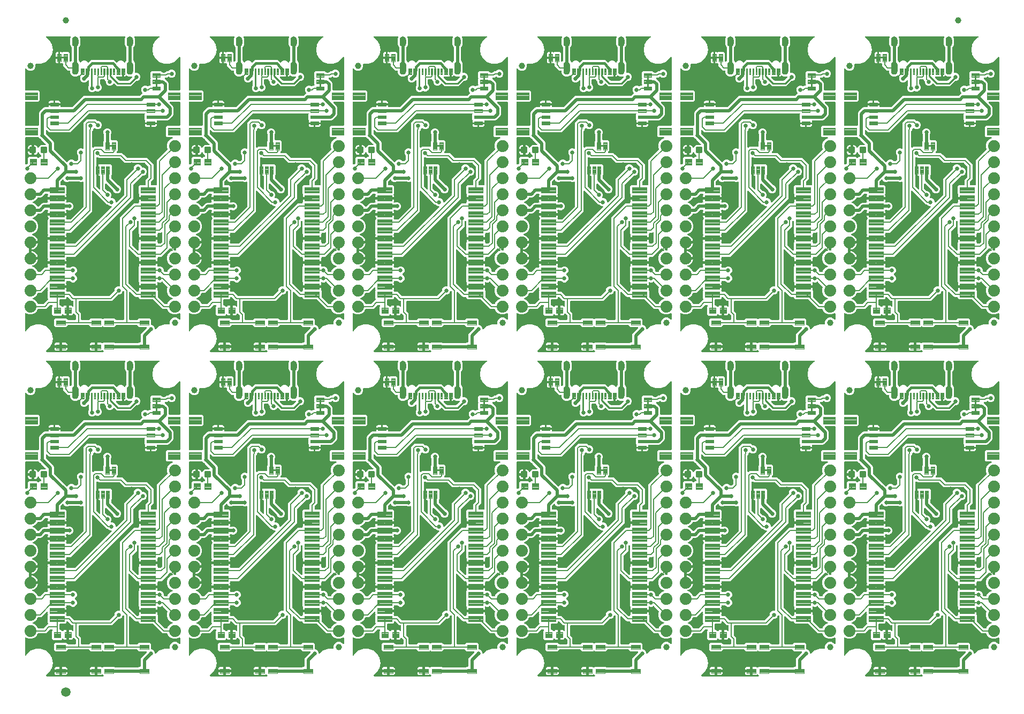
<source format=gtl>
G04 EAGLE Gerber RS-274X export*
G75*
%MOMM*%
%FSLAX34Y34*%
%LPD*%
%INTop Copper*%
%IPPOS*%
%AMOC8*
5,1,8,0,0,1.08239X$1,22.5*%
G01*
%ADD10C,0.102000*%
%ADD11C,0.755600*%
%ADD12C,0.099059*%
%ADD13C,0.096000*%
%ADD14C,0.300000*%
%ADD15C,1.879600*%
%ADD16C,0.100000*%
%ADD17C,1.000000*%
%ADD18C,0.104500*%
%ADD19C,0.101600*%
%ADD20C,1.500000*%
%ADD21C,0.508000*%
%ADD22C,0.660400*%
%ADD23C,0.203200*%
%ADD24C,0.381000*%
%ADD25C,0.177800*%
%ADD26C,0.254000*%

G36*
X1061524Y875137D02*
X1061524Y875137D01*
X1061582Y875135D01*
X1061664Y875157D01*
X1061748Y875169D01*
X1061801Y875192D01*
X1061857Y875207D01*
X1061930Y875250D01*
X1062007Y875285D01*
X1062052Y875323D01*
X1062102Y875352D01*
X1062160Y875414D01*
X1062224Y875468D01*
X1062256Y875517D01*
X1062296Y875560D01*
X1062335Y875635D01*
X1062382Y875705D01*
X1062399Y875761D01*
X1062426Y875813D01*
X1062437Y875881D01*
X1062467Y875976D01*
X1062470Y876076D01*
X1062481Y876144D01*
X1062481Y895192D01*
X1063332Y897246D01*
X1069904Y903818D01*
X1071958Y904669D01*
X1076913Y904669D01*
X1076962Y904676D01*
X1077010Y904673D01*
X1077102Y904695D01*
X1077195Y904709D01*
X1077239Y904729D01*
X1077287Y904740D01*
X1077368Y904786D01*
X1077454Y904825D01*
X1077491Y904856D01*
X1077534Y904880D01*
X1077600Y904948D01*
X1077671Y905008D01*
X1077698Y905049D01*
X1077732Y905084D01*
X1077777Y905167D01*
X1077829Y905245D01*
X1077844Y905292D01*
X1077867Y905335D01*
X1077886Y905427D01*
X1077915Y905516D01*
X1077916Y905565D01*
X1077926Y905613D01*
X1077919Y905687D01*
X1077922Y905800D01*
X1077900Y905884D01*
X1077894Y905947D01*
X1077829Y906188D01*
X1077829Y907581D01*
X1086636Y907581D01*
X1086694Y907589D01*
X1086752Y907587D01*
X1086834Y907609D01*
X1086917Y907621D01*
X1086971Y907644D01*
X1087027Y907659D01*
X1087100Y907702D01*
X1087119Y907711D01*
X1087165Y907680D01*
X1087221Y907663D01*
X1087273Y907636D01*
X1087341Y907625D01*
X1087436Y907595D01*
X1087536Y907592D01*
X1087604Y907581D01*
X1096411Y907581D01*
X1096411Y906188D01*
X1096346Y905947D01*
X1096340Y905898D01*
X1096325Y905852D01*
X1096323Y905758D01*
X1096312Y905665D01*
X1096319Y905616D01*
X1096318Y905568D01*
X1096342Y905477D01*
X1096357Y905384D01*
X1096378Y905340D01*
X1096390Y905293D01*
X1096438Y905212D01*
X1096478Y905127D01*
X1096510Y905090D01*
X1096535Y905048D01*
X1096604Y904984D01*
X1096666Y904913D01*
X1096707Y904887D01*
X1096742Y904854D01*
X1096826Y904811D01*
X1096905Y904760D01*
X1096952Y904746D01*
X1096996Y904724D01*
X1097069Y904712D01*
X1097178Y904680D01*
X1097265Y904679D01*
X1097327Y904669D01*
X1114785Y904669D01*
X1114871Y904681D01*
X1114959Y904684D01*
X1115011Y904701D01*
X1115066Y904709D01*
X1115146Y904744D01*
X1115229Y904771D01*
X1115268Y904799D01*
X1115325Y904825D01*
X1115439Y904921D01*
X1115502Y904966D01*
X1130499Y919963D01*
X1132214Y921678D01*
X1134268Y922529D01*
X1221545Y922529D01*
X1221631Y922541D01*
X1221719Y922544D01*
X1221771Y922561D01*
X1221826Y922569D01*
X1221906Y922604D01*
X1221989Y922631D01*
X1222028Y922659D01*
X1222085Y922685D01*
X1222199Y922781D01*
X1222262Y922826D01*
X1224924Y925488D01*
X1225936Y925907D01*
X1226035Y925965D01*
X1226137Y926018D01*
X1226157Y926037D01*
X1226181Y926052D01*
X1226260Y926135D01*
X1226343Y926214D01*
X1226357Y926238D01*
X1226376Y926258D01*
X1226429Y926360D01*
X1226487Y926459D01*
X1226494Y926486D01*
X1226507Y926511D01*
X1226529Y926624D01*
X1226557Y926735D01*
X1226556Y926763D01*
X1226562Y926790D01*
X1226552Y926904D01*
X1226548Y927019D01*
X1226539Y927046D01*
X1226537Y927073D01*
X1226496Y927180D01*
X1226461Y927290D01*
X1226446Y927310D01*
X1226435Y927339D01*
X1226274Y927551D01*
X1226266Y927563D01*
X1226264Y927565D01*
X1226263Y927565D01*
X1225246Y928583D01*
X1224279Y930917D01*
X1224279Y933443D01*
X1225246Y935777D01*
X1227033Y937564D01*
X1229367Y938531D01*
X1231893Y938531D01*
X1234212Y937570D01*
X1234213Y937570D01*
X1234215Y937569D01*
X1234352Y937534D01*
X1234487Y937499D01*
X1234489Y937499D01*
X1234490Y937499D01*
X1234631Y937504D01*
X1234771Y937508D01*
X1234773Y937508D01*
X1234774Y937508D01*
X1234910Y937552D01*
X1235042Y937594D01*
X1235043Y937595D01*
X1235045Y937596D01*
X1235057Y937605D01*
X1235278Y937753D01*
X1235298Y937776D01*
X1235318Y937790D01*
X1236058Y938531D01*
X1238381Y938531D01*
X1238467Y938543D01*
X1238555Y938546D01*
X1238607Y938563D01*
X1238662Y938571D01*
X1238742Y938606D01*
X1238825Y938633D01*
X1238865Y938661D01*
X1238922Y938687D01*
X1239035Y938782D01*
X1239099Y938828D01*
X1239226Y938955D01*
X1239261Y939002D01*
X1239303Y939042D01*
X1239346Y939115D01*
X1239397Y939182D01*
X1239417Y939237D01*
X1239447Y939287D01*
X1239468Y939369D01*
X1239498Y939448D01*
X1239503Y939506D01*
X1239517Y939563D01*
X1239514Y939647D01*
X1239521Y939731D01*
X1239510Y939789D01*
X1239508Y939847D01*
X1239482Y939927D01*
X1239466Y940010D01*
X1239439Y940062D01*
X1239421Y940118D01*
X1239381Y940174D01*
X1239335Y940262D01*
X1239266Y940335D01*
X1239226Y940391D01*
X1239011Y940605D01*
X1239011Y949155D01*
X1239226Y949369D01*
X1239261Y949416D01*
X1239303Y949456D01*
X1239346Y949529D01*
X1239397Y949596D01*
X1239417Y949651D01*
X1239447Y949701D01*
X1239468Y949783D01*
X1239498Y949862D01*
X1239503Y949920D01*
X1239517Y949977D01*
X1239514Y950061D01*
X1239521Y950145D01*
X1239510Y950203D01*
X1239508Y950261D01*
X1239482Y950341D01*
X1239465Y950424D01*
X1239439Y950476D01*
X1239421Y950532D01*
X1239381Y950588D01*
X1239335Y950676D01*
X1239266Y950749D01*
X1239226Y950805D01*
X1239011Y951019D01*
X1239011Y959569D01*
X1241087Y961645D01*
X1255733Y961645D01*
X1257721Y959656D01*
X1257791Y959604D01*
X1257855Y959544D01*
X1257904Y959518D01*
X1257949Y959485D01*
X1258030Y959454D01*
X1258108Y959414D01*
X1258156Y959406D01*
X1258214Y959384D01*
X1258362Y959372D01*
X1258439Y959359D01*
X1261800Y959359D01*
X1261886Y959371D01*
X1261974Y959374D01*
X1262026Y959391D01*
X1262081Y959399D01*
X1262161Y959434D01*
X1262244Y959461D01*
X1262284Y959489D01*
X1262341Y959515D01*
X1262454Y959611D01*
X1262518Y959656D01*
X1264506Y961645D01*
X1267203Y961645D01*
X1267290Y961657D01*
X1267377Y961660D01*
X1267430Y961677D01*
X1267484Y961685D01*
X1267564Y961720D01*
X1267647Y961747D01*
X1267687Y961775D01*
X1267744Y961801D01*
X1267857Y961897D01*
X1267921Y961942D01*
X1268943Y962964D01*
X1271277Y963931D01*
X1273803Y963931D01*
X1276137Y962964D01*
X1277924Y961177D01*
X1278891Y958843D01*
X1278891Y956317D01*
X1277924Y953983D01*
X1276137Y952196D01*
X1273803Y951229D01*
X1271277Y951229D01*
X1268943Y952196D01*
X1268466Y952672D01*
X1268420Y952707D01*
X1268379Y952750D01*
X1268307Y952792D01*
X1268239Y952843D01*
X1268185Y952864D01*
X1268134Y952894D01*
X1268053Y952914D01*
X1267974Y952944D01*
X1267915Y952949D01*
X1267859Y952964D01*
X1267774Y952961D01*
X1267690Y952968D01*
X1267633Y952956D01*
X1267574Y952955D01*
X1267494Y952929D01*
X1267412Y952912D01*
X1267360Y952885D01*
X1267304Y952867D01*
X1267248Y952827D01*
X1267159Y952781D01*
X1267087Y952712D01*
X1267031Y952672D01*
X1265588Y951229D01*
X1262575Y951229D01*
X1262546Y951225D01*
X1262517Y951228D01*
X1262406Y951205D01*
X1262294Y951189D01*
X1262267Y951177D01*
X1262238Y951172D01*
X1262138Y951120D01*
X1262034Y951073D01*
X1262012Y951054D01*
X1261986Y951041D01*
X1261904Y950963D01*
X1261817Y950890D01*
X1261801Y950865D01*
X1261780Y950845D01*
X1261723Y950747D01*
X1261660Y950653D01*
X1261651Y950625D01*
X1261636Y950600D01*
X1261608Y950490D01*
X1261574Y950382D01*
X1261573Y950352D01*
X1261566Y950324D01*
X1261570Y950211D01*
X1261567Y950098D01*
X1261574Y950069D01*
X1261575Y950040D01*
X1261610Y949932D01*
X1261639Y949823D01*
X1261654Y949797D01*
X1261663Y949769D01*
X1261708Y949706D01*
X1261784Y949578D01*
X1261830Y949535D01*
X1261858Y949496D01*
X1265403Y945951D01*
X1267118Y944236D01*
X1267969Y942182D01*
X1267969Y932144D01*
X1267977Y932086D01*
X1267975Y932028D01*
X1267997Y931946D01*
X1268009Y931862D01*
X1268032Y931809D01*
X1268047Y931753D01*
X1268090Y931680D01*
X1268125Y931603D01*
X1268163Y931558D01*
X1268192Y931508D01*
X1268254Y931450D01*
X1268308Y931386D01*
X1268357Y931354D01*
X1268400Y931314D01*
X1268475Y931275D01*
X1268545Y931228D01*
X1268601Y931211D01*
X1268653Y931184D01*
X1268721Y931173D01*
X1268816Y931143D01*
X1268916Y931140D01*
X1268984Y931129D01*
X1284986Y931129D01*
X1285044Y931137D01*
X1285102Y931135D01*
X1285184Y931157D01*
X1285268Y931169D01*
X1285321Y931192D01*
X1285377Y931207D01*
X1285450Y931250D01*
X1285527Y931285D01*
X1285572Y931323D01*
X1285622Y931352D01*
X1285680Y931414D01*
X1285744Y931468D01*
X1285776Y931517D01*
X1285816Y931560D01*
X1285855Y931635D01*
X1285902Y931705D01*
X1285919Y931761D01*
X1285946Y931813D01*
X1285957Y931881D01*
X1285987Y931976D01*
X1285990Y932076D01*
X1286001Y932144D01*
X1286001Y983191D01*
X1285999Y983211D01*
X1286001Y983230D01*
X1285979Y983351D01*
X1285961Y983473D01*
X1285953Y983491D01*
X1285950Y983510D01*
X1285895Y983620D01*
X1285845Y983732D01*
X1285833Y983747D01*
X1285824Y983765D01*
X1285741Y983856D01*
X1285662Y983949D01*
X1285645Y983960D01*
X1285632Y983975D01*
X1285527Y984039D01*
X1285425Y984107D01*
X1285406Y984113D01*
X1285390Y984123D01*
X1285271Y984156D01*
X1285154Y984193D01*
X1285134Y984193D01*
X1285115Y984198D01*
X1284993Y984197D01*
X1284870Y984200D01*
X1284851Y984195D01*
X1284831Y984195D01*
X1284713Y984159D01*
X1284595Y984128D01*
X1284578Y984118D01*
X1284559Y984113D01*
X1284456Y984046D01*
X1284350Y983983D01*
X1284337Y983969D01*
X1284320Y983958D01*
X1284274Y983901D01*
X1284156Y983776D01*
X1284132Y983730D01*
X1284107Y983699D01*
X1282505Y980924D01*
X1276398Y975800D01*
X1268906Y973073D01*
X1260934Y973073D01*
X1253442Y975800D01*
X1247335Y980924D01*
X1243349Y987829D01*
X1241965Y995680D01*
X1243349Y1003531D01*
X1247335Y1010435D01*
X1252737Y1014968D01*
X1252786Y1015023D01*
X1252842Y1015071D01*
X1252881Y1015128D01*
X1252927Y1015180D01*
X1252959Y1015246D01*
X1253000Y1015307D01*
X1253021Y1015373D01*
X1253051Y1015436D01*
X1253064Y1015508D01*
X1253086Y1015578D01*
X1253088Y1015647D01*
X1253099Y1015716D01*
X1253091Y1015789D01*
X1253093Y1015862D01*
X1253076Y1015929D01*
X1253068Y1015998D01*
X1253040Y1016066D01*
X1253021Y1016137D01*
X1252986Y1016197D01*
X1252959Y1016261D01*
X1252914Y1016319D01*
X1252876Y1016382D01*
X1252825Y1016429D01*
X1252782Y1016483D01*
X1252722Y1016526D01*
X1252669Y1016576D01*
X1252607Y1016608D01*
X1252550Y1016648D01*
X1252481Y1016672D01*
X1252416Y1016706D01*
X1252357Y1016716D01*
X1252282Y1016742D01*
X1252160Y1016749D01*
X1252084Y1016761D01*
X1214647Y1016761D01*
X1214562Y1016749D01*
X1214475Y1016747D01*
X1214421Y1016729D01*
X1214366Y1016721D01*
X1214287Y1016686D01*
X1214204Y1016660D01*
X1214158Y1016628D01*
X1214106Y1016605D01*
X1214040Y1016549D01*
X1213968Y1016501D01*
X1213932Y1016458D01*
X1213889Y1016422D01*
X1213841Y1016350D01*
X1213786Y1016283D01*
X1213763Y1016232D01*
X1213732Y1016185D01*
X1213706Y1016102D01*
X1213671Y1016023D01*
X1213663Y1015967D01*
X1213646Y1015914D01*
X1213644Y1015827D01*
X1213632Y1015742D01*
X1213640Y1015693D01*
X1213639Y1015630D01*
X1213676Y1015488D01*
X1213689Y1015411D01*
X1213777Y1015160D01*
X1213845Y1015028D01*
X1213875Y1014956D01*
X1214216Y1014413D01*
X1214218Y1014411D01*
X1214219Y1014409D01*
X1214233Y1014393D01*
X1214336Y1014271D01*
X1214325Y1014143D01*
X1214332Y1014113D01*
X1214330Y1014087D01*
X1214402Y1013450D01*
X1214439Y1013306D01*
X1214453Y1013228D01*
X1214521Y1013034D01*
X1214548Y1012981D01*
X1214566Y1012924D01*
X1214606Y1012869D01*
X1214618Y1012845D01*
X1214639Y1012702D01*
X1214651Y1012673D01*
X1214656Y1012648D01*
X1214723Y1012454D01*
X1214699Y1012404D01*
X1214681Y1012348D01*
X1214654Y1012295D01*
X1214643Y1012227D01*
X1214613Y1012134D01*
X1214610Y1012033D01*
X1214599Y1011964D01*
X1214599Y1011761D01*
X1214606Y1011713D01*
X1214605Y1011709D01*
X1214607Y1011704D01*
X1214608Y1011697D01*
X1214605Y1011647D01*
X1214727Y1010565D01*
X1214676Y1010479D01*
X1214668Y1010449D01*
X1214654Y1010422D01*
X1214641Y1010344D01*
X1214605Y1010203D01*
X1214607Y1010139D01*
X1214599Y1010091D01*
X1214599Y1006969D01*
X1214603Y1006939D01*
X1214601Y1006908D01*
X1214623Y1006799D01*
X1214639Y1006688D01*
X1214651Y1006660D01*
X1214657Y1006630D01*
X1214695Y1006561D01*
X1214727Y1006491D01*
X1214605Y1005413D01*
X1214607Y1005348D01*
X1214599Y1005299D01*
X1214599Y1005096D01*
X1214607Y1005037D01*
X1214606Y1004978D01*
X1214625Y1004912D01*
X1214639Y1004815D01*
X1214680Y1004722D01*
X1214699Y1004656D01*
X1214723Y1004605D01*
X1214656Y1004412D01*
X1214655Y1004410D01*
X1214654Y1004408D01*
X1214651Y1004388D01*
X1214617Y1004217D01*
X1214590Y1004182D01*
X1214554Y1004087D01*
X1214521Y1004026D01*
X1214453Y1003832D01*
X1214423Y1003685D01*
X1214402Y1003610D01*
X1214330Y1002973D01*
X1214330Y1002971D01*
X1214330Y1002968D01*
X1214331Y1002948D01*
X1214335Y1002787D01*
X1214248Y1002694D01*
X1214233Y1002666D01*
X1214216Y1002647D01*
X1213875Y1002104D01*
X1213814Y1001968D01*
X1213777Y1001900D01*
X1213565Y1001295D01*
X1213564Y1001292D01*
X1213563Y1001290D01*
X1213560Y1001270D01*
X1213529Y1001112D01*
X1213423Y1001041D01*
X1213402Y1001017D01*
X1213381Y1001003D01*
X1212928Y1000549D01*
X1212838Y1000430D01*
X1212786Y1000371D01*
X1212445Y999829D01*
X1212444Y999827D01*
X1212443Y999825D01*
X1212435Y999806D01*
X1212362Y999642D01*
X1212347Y999629D01*
X1212314Y999580D01*
X1212274Y999537D01*
X1212235Y999462D01*
X1212189Y999393D01*
X1212171Y999336D01*
X1212144Y999284D01*
X1212133Y999216D01*
X1212103Y999122D01*
X1212100Y999021D01*
X1212089Y998953D01*
X1212089Y978807D01*
X1212097Y978749D01*
X1212096Y978690D01*
X1212117Y978609D01*
X1212129Y978526D01*
X1212153Y978472D01*
X1212168Y978415D01*
X1212211Y978343D01*
X1212245Y978266D01*
X1212283Y978221D01*
X1212313Y978171D01*
X1212359Y978129D01*
X1212416Y977980D01*
X1212435Y977955D01*
X1212445Y977931D01*
X1212786Y977389D01*
X1212883Y977274D01*
X1212928Y977211D01*
X1213381Y976757D01*
X1213383Y976756D01*
X1213385Y976754D01*
X1213403Y976742D01*
X1213530Y976646D01*
X1213548Y976519D01*
X1213561Y976491D01*
X1213565Y976465D01*
X1213777Y975860D01*
X1213845Y975728D01*
X1213875Y975656D01*
X1214216Y975113D01*
X1214218Y975111D01*
X1214219Y975109D01*
X1214233Y975093D01*
X1214336Y974971D01*
X1214325Y974843D01*
X1214332Y974813D01*
X1214330Y974787D01*
X1214402Y974150D01*
X1214403Y974145D01*
X1214417Y974093D01*
X1214439Y974006D01*
X1214453Y973928D01*
X1214521Y973734D01*
X1214548Y973681D01*
X1214566Y973624D01*
X1214606Y973569D01*
X1214618Y973545D01*
X1214639Y973402D01*
X1214651Y973373D01*
X1214656Y973348D01*
X1214723Y973154D01*
X1214699Y973104D01*
X1214681Y973048D01*
X1214654Y972995D01*
X1214643Y972927D01*
X1214613Y972834D01*
X1214610Y972733D01*
X1214599Y972664D01*
X1214599Y972461D01*
X1214608Y972397D01*
X1214605Y972347D01*
X1214727Y971265D01*
X1214676Y971179D01*
X1214668Y971149D01*
X1214654Y971122D01*
X1214641Y971044D01*
X1214605Y970903D01*
X1214607Y970839D01*
X1214599Y970791D01*
X1214599Y962669D01*
X1214603Y962639D01*
X1214601Y962608D01*
X1214623Y962499D01*
X1214639Y962388D01*
X1214651Y962360D01*
X1214657Y962330D01*
X1214695Y962261D01*
X1214727Y962191D01*
X1214605Y961113D01*
X1214607Y961048D01*
X1214599Y960999D01*
X1214599Y960796D01*
X1214607Y960737D01*
X1214606Y960678D01*
X1214625Y960612D01*
X1214639Y960515D01*
X1214680Y960422D01*
X1214699Y960356D01*
X1214723Y960306D01*
X1214687Y960201D01*
X1214670Y960116D01*
X1214644Y960034D01*
X1214642Y959978D01*
X1214631Y959922D01*
X1214639Y959836D01*
X1214637Y959750D01*
X1214651Y959695D01*
X1214656Y959639D01*
X1214687Y959558D01*
X1214708Y959475D01*
X1214737Y959426D01*
X1214757Y959374D01*
X1214809Y959305D01*
X1214854Y959230D01*
X1214895Y959192D01*
X1214929Y959147D01*
X1214998Y959095D01*
X1215061Y959036D01*
X1215111Y959010D01*
X1215156Y958976D01*
X1215237Y958946D01*
X1215314Y958906D01*
X1215362Y958898D01*
X1215422Y958876D01*
X1215568Y958864D01*
X1215645Y958851D01*
X1217923Y958851D01*
X1220257Y957884D01*
X1222044Y956097D01*
X1223011Y953763D01*
X1223011Y951237D01*
X1222044Y948903D01*
X1220257Y947116D01*
X1217923Y946149D01*
X1216837Y946149D01*
X1216751Y946137D01*
X1216663Y946134D01*
X1216611Y946117D01*
X1216556Y946109D01*
X1216476Y946074D01*
X1216393Y946047D01*
X1216354Y946019D01*
X1216297Y945993D01*
X1216183Y945897D01*
X1216120Y945852D01*
X1208289Y938021D01*
X1185661Y938021D01*
X1182834Y940848D01*
X1181872Y941810D01*
X1181780Y941880D01*
X1181692Y941953D01*
X1181667Y941965D01*
X1181645Y941981D01*
X1181537Y942022D01*
X1181433Y942069D01*
X1181405Y942073D01*
X1181379Y942083D01*
X1181265Y942092D01*
X1181151Y942108D01*
X1181123Y942104D01*
X1181096Y942106D01*
X1180983Y942084D01*
X1180870Y942067D01*
X1180844Y942056D01*
X1180817Y942050D01*
X1180715Y941997D01*
X1180611Y941950D01*
X1180589Y941932D01*
X1180565Y941919D01*
X1180481Y941840D01*
X1180394Y941766D01*
X1180381Y941744D01*
X1180359Y941723D01*
X1180224Y941494D01*
X1180216Y941481D01*
X1180134Y941283D01*
X1178347Y939496D01*
X1176013Y938529D01*
X1173487Y938529D01*
X1171153Y939496D01*
X1169366Y941283D01*
X1168399Y943617D01*
X1168399Y945241D01*
X1168387Y945328D01*
X1168384Y945415D01*
X1168367Y945468D01*
X1168359Y945523D01*
X1168324Y945603D01*
X1168297Y945686D01*
X1168269Y945725D01*
X1168243Y945782D01*
X1168147Y945896D01*
X1168102Y945959D01*
X1166882Y947179D01*
X1166882Y947547D01*
X1166874Y947605D01*
X1166876Y947663D01*
X1166854Y947745D01*
X1166842Y947829D01*
X1166819Y947882D01*
X1166804Y947938D01*
X1166761Y948011D01*
X1166726Y948088D01*
X1166688Y948133D01*
X1166659Y948183D01*
X1166597Y948241D01*
X1166543Y948305D01*
X1166494Y948337D01*
X1166451Y948377D01*
X1166376Y948416D01*
X1166306Y948463D01*
X1166250Y948480D01*
X1166198Y948507D01*
X1166130Y948518D01*
X1166035Y948548D01*
X1165935Y948551D01*
X1165867Y948562D01*
X1160653Y948562D01*
X1160595Y948554D01*
X1160537Y948556D01*
X1160455Y948534D01*
X1160371Y948522D01*
X1160318Y948499D01*
X1160262Y948484D01*
X1160189Y948441D01*
X1160112Y948406D01*
X1160067Y948368D01*
X1160017Y948339D01*
X1159959Y948277D01*
X1159895Y948223D01*
X1159863Y948174D01*
X1159823Y948131D01*
X1159784Y948056D01*
X1159737Y947986D01*
X1159720Y947930D01*
X1159693Y947878D01*
X1159682Y947810D01*
X1159652Y947715D01*
X1159649Y947615D01*
X1159638Y947547D01*
X1159638Y941454D01*
X1159650Y941367D01*
X1159653Y941280D01*
X1159670Y941227D01*
X1159678Y941173D01*
X1159713Y941093D01*
X1159740Y941010D01*
X1159768Y940970D01*
X1159794Y940913D01*
X1159890Y940800D01*
X1159935Y940736D01*
X1161084Y939587D01*
X1162051Y937253D01*
X1162051Y934727D01*
X1161084Y932393D01*
X1159297Y930606D01*
X1156963Y929639D01*
X1154437Y929639D01*
X1152429Y930471D01*
X1152427Y930471D01*
X1152426Y930472D01*
X1152288Y930507D01*
X1152153Y930542D01*
X1152152Y930542D01*
X1152150Y930542D01*
X1152009Y930538D01*
X1151869Y930534D01*
X1151868Y930533D01*
X1151866Y930533D01*
X1151730Y930489D01*
X1151598Y930447D01*
X1151597Y930446D01*
X1151596Y930446D01*
X1151583Y930437D01*
X1151362Y930289D01*
X1151343Y930265D01*
X1151322Y930251D01*
X1150407Y929336D01*
X1148073Y928369D01*
X1145547Y928369D01*
X1143213Y929336D01*
X1141426Y931123D01*
X1140459Y933457D01*
X1140459Y935983D01*
X1141424Y938312D01*
X1141432Y938342D01*
X1141446Y938370D01*
X1141459Y938447D01*
X1141495Y938588D01*
X1141493Y938652D01*
X1141501Y938701D01*
X1141501Y946105D01*
X1141489Y946190D01*
X1141487Y946276D01*
X1141469Y946330D01*
X1141461Y946386D01*
X1141426Y946465D01*
X1141400Y946547D01*
X1141368Y946594D01*
X1141345Y946646D01*
X1141290Y946711D01*
X1141242Y946783D01*
X1141198Y946819D01*
X1141162Y946863D01*
X1141090Y946910D01*
X1141024Y946966D01*
X1140972Y946989D01*
X1140925Y947020D01*
X1140843Y947046D01*
X1140764Y947081D01*
X1140708Y947089D01*
X1140654Y947106D01*
X1140568Y947108D01*
X1140483Y947120D01*
X1140426Y947112D01*
X1140370Y947113D01*
X1140287Y947092D01*
X1140201Y947079D01*
X1140150Y947056D01*
X1140095Y947042D01*
X1140021Y946998D01*
X1139942Y946962D01*
X1139899Y946925D01*
X1139850Y946896D01*
X1139791Y946834D01*
X1139726Y946778D01*
X1139700Y946736D01*
X1139656Y946689D01*
X1139590Y946560D01*
X1139548Y946493D01*
X1139494Y946362D01*
X1137707Y944576D01*
X1135373Y943609D01*
X1132847Y943609D01*
X1130513Y944576D01*
X1128726Y946363D01*
X1127759Y948697D01*
X1127759Y951223D01*
X1128184Y952249D01*
X1128215Y952370D01*
X1128251Y952489D01*
X1128251Y952507D01*
X1128255Y952525D01*
X1128252Y952649D01*
X1128252Y952774D01*
X1128248Y952791D01*
X1128247Y952809D01*
X1128209Y952928D01*
X1128175Y953047D01*
X1128166Y953063D01*
X1128160Y953080D01*
X1128091Y953183D01*
X1128026Y953289D01*
X1128012Y953301D01*
X1128002Y953316D01*
X1127907Y953396D01*
X1127814Y953479D01*
X1127800Y953486D01*
X1127785Y953499D01*
X1127525Y953614D01*
X1127516Y953615D01*
X1127509Y953619D01*
X1127402Y953647D01*
X1126707Y954049D01*
X1126255Y954500D01*
X1126208Y954536D01*
X1126168Y954578D01*
X1126095Y954621D01*
X1126028Y954671D01*
X1125973Y954692D01*
X1125923Y954722D01*
X1125841Y954743D01*
X1125762Y954773D01*
X1125704Y954777D01*
X1125647Y954792D01*
X1125563Y954789D01*
X1125479Y954796D01*
X1125422Y954785D01*
X1125363Y954783D01*
X1125283Y954757D01*
X1125200Y954740D01*
X1125148Y954713D01*
X1125093Y954695D01*
X1125037Y954655D01*
X1124948Y954609D01*
X1124875Y954540D01*
X1124819Y954500D01*
X1124667Y954349D01*
X1124666Y954347D01*
X1124664Y954345D01*
X1124652Y954327D01*
X1124556Y954200D01*
X1124429Y954182D01*
X1124401Y954169D01*
X1124375Y954165D01*
X1123770Y953953D01*
X1123638Y953885D01*
X1123566Y953855D01*
X1123479Y953800D01*
X1123478Y953800D01*
X1123023Y953514D01*
X1123021Y953512D01*
X1123019Y953511D01*
X1123003Y953497D01*
X1122881Y953394D01*
X1122753Y953405D01*
X1122723Y953398D01*
X1122697Y953400D01*
X1122060Y953328D01*
X1121916Y953291D01*
X1121838Y953277D01*
X1121233Y953066D01*
X1121231Y953065D01*
X1121229Y953064D01*
X1121212Y953055D01*
X1121068Y952980D01*
X1120947Y953019D01*
X1120915Y953020D01*
X1120891Y953027D01*
X1120254Y953099D01*
X1120104Y953095D01*
X1120026Y953099D01*
X1119389Y953027D01*
X1119387Y953026D01*
X1119385Y953027D01*
X1119365Y953021D01*
X1119209Y952981D01*
X1119099Y953046D01*
X1119069Y953053D01*
X1119047Y953066D01*
X1118442Y953277D01*
X1118295Y953307D01*
X1118220Y953328D01*
X1117583Y953400D01*
X1117581Y953400D01*
X1117578Y953400D01*
X1117558Y953399D01*
X1117397Y953395D01*
X1117304Y953482D01*
X1117276Y953497D01*
X1117257Y953514D01*
X1116714Y953855D01*
X1116578Y953916D01*
X1116510Y953953D01*
X1115905Y954165D01*
X1115902Y954166D01*
X1115900Y954167D01*
X1115880Y954170D01*
X1115722Y954201D01*
X1115651Y954307D01*
X1115627Y954328D01*
X1115613Y954349D01*
X1115159Y954802D01*
X1115040Y954892D01*
X1114981Y954944D01*
X1114439Y955285D01*
X1114437Y955286D01*
X1114435Y955287D01*
X1114416Y955295D01*
X1114277Y955357D01*
X1114276Y955363D01*
X1114255Y955398D01*
X1114224Y955480D01*
X1114205Y955505D01*
X1114195Y955529D01*
X1113854Y956071D01*
X1113757Y956185D01*
X1113712Y956249D01*
X1113259Y956703D01*
X1113257Y956704D01*
X1113255Y956706D01*
X1113239Y956717D01*
X1113178Y956763D01*
X1113121Y956817D01*
X1113109Y956823D01*
X1113092Y956941D01*
X1113079Y956969D01*
X1113075Y956995D01*
X1112863Y957600D01*
X1112795Y957732D01*
X1112765Y957804D01*
X1112424Y958347D01*
X1112422Y958349D01*
X1112421Y958351D01*
X1112407Y958367D01*
X1112304Y958489D01*
X1112315Y958617D01*
X1112308Y958647D01*
X1112310Y958673D01*
X1112238Y959310D01*
X1112201Y959454D01*
X1112187Y959532D01*
X1112119Y959726D01*
X1112092Y959779D01*
X1112074Y959836D01*
X1112034Y959891D01*
X1112022Y959915D01*
X1112001Y960058D01*
X1111989Y960087D01*
X1111984Y960112D01*
X1111917Y960306D01*
X1111941Y960356D01*
X1111959Y960412D01*
X1111986Y960465D01*
X1111997Y960533D01*
X1112027Y960626D01*
X1112030Y960727D01*
X1112041Y960796D01*
X1112041Y960999D01*
X1112032Y961063D01*
X1112035Y961113D01*
X1111962Y961764D01*
X1111961Y961765D01*
X1111961Y961766D01*
X1111929Y961892D01*
X1111890Y962039D01*
X1111890Y962040D01*
X1111889Y962041D01*
X1111823Y962154D01*
X1111746Y962284D01*
X1111745Y962285D01*
X1111744Y962286D01*
X1111640Y962384D01*
X1111539Y962479D01*
X1111538Y962479D01*
X1111537Y962480D01*
X1111409Y962546D01*
X1111286Y962609D01*
X1111285Y962609D01*
X1111284Y962610D01*
X1111271Y962612D01*
X1111007Y962664D01*
X1110977Y962661D01*
X1110953Y962665D01*
X1108036Y962665D01*
X1100962Y969739D01*
X1100962Y972951D01*
X1100950Y973037D01*
X1100947Y973125D01*
X1100930Y973177D01*
X1100922Y973232D01*
X1100887Y973312D01*
X1100860Y973395D01*
X1100832Y973435D01*
X1100806Y973492D01*
X1100710Y973605D01*
X1100665Y973669D01*
X1100059Y974274D01*
X1100005Y974315D01*
X1099957Y974364D01*
X1099891Y974401D01*
X1099832Y974445D01*
X1099768Y974470D01*
X1099709Y974503D01*
X1099636Y974520D01*
X1099566Y974547D01*
X1099498Y974552D01*
X1099432Y974568D01*
X1099357Y974564D01*
X1099283Y974570D01*
X1099216Y974557D01*
X1099148Y974553D01*
X1099089Y974531D01*
X1099004Y974514D01*
X1098903Y974462D01*
X1098834Y974436D01*
X1098592Y974296D01*
X1097819Y974089D01*
X1096263Y974089D01*
X1096263Y981647D01*
X1106805Y981647D01*
X1106824Y981659D01*
X1106846Y981663D01*
X1106853Y981678D01*
X1106862Y981684D01*
X1106861Y981694D01*
X1106868Y981710D01*
X1106868Y984250D01*
X1106856Y984269D01*
X1106852Y984291D01*
X1106837Y984298D01*
X1106831Y984307D01*
X1106821Y984306D01*
X1106805Y984313D01*
X1096263Y984313D01*
X1096263Y991871D01*
X1097819Y991871D01*
X1098592Y991664D01*
X1098834Y991524D01*
X1098897Y991499D01*
X1098956Y991464D01*
X1099028Y991446D01*
X1099097Y991418D01*
X1099165Y991411D01*
X1099231Y991394D01*
X1099306Y991396D01*
X1099380Y991389D01*
X1099447Y991401D01*
X1099515Y991403D01*
X1099586Y991426D01*
X1099660Y991439D01*
X1099721Y991470D01*
X1099786Y991491D01*
X1099837Y991527D01*
X1099915Y991566D01*
X1099999Y991642D01*
X1100059Y991685D01*
X1100752Y992379D01*
X1109302Y992379D01*
X1111378Y990303D01*
X1111378Y977404D01*
X1111378Y977403D01*
X1111378Y977402D01*
X1111398Y977263D01*
X1111418Y977123D01*
X1111418Y977122D01*
X1111418Y977121D01*
X1111478Y976988D01*
X1111534Y976863D01*
X1111535Y976862D01*
X1111631Y976748D01*
X1111717Y976646D01*
X1111718Y976646D01*
X1111719Y976645D01*
X1111834Y976569D01*
X1111954Y976489D01*
X1111955Y976488D01*
X1111956Y976488D01*
X1112089Y976446D01*
X1112225Y976403D01*
X1112226Y976403D01*
X1112227Y976403D01*
X1112368Y976399D01*
X1112509Y976396D01*
X1112510Y976396D01*
X1112511Y976396D01*
X1112520Y976399D01*
X1112784Y976467D01*
X1112810Y976483D01*
X1112834Y976490D01*
X1112981Y976561D01*
X1112983Y976562D01*
X1112985Y976563D01*
X1113002Y976574D01*
X1113218Y976719D01*
X1113238Y976743D01*
X1113259Y976757D01*
X1113712Y977211D01*
X1113802Y977330D01*
X1113854Y977389D01*
X1114195Y977931D01*
X1114196Y977934D01*
X1114197Y977935D01*
X1114205Y977955D01*
X1114278Y978118D01*
X1114293Y978131D01*
X1114326Y978180D01*
X1114366Y978223D01*
X1114405Y978298D01*
X1114451Y978367D01*
X1114469Y978424D01*
X1114496Y978476D01*
X1114507Y978544D01*
X1114537Y978638D01*
X1114540Y978739D01*
X1114551Y978807D01*
X1114551Y998953D01*
X1114543Y999011D01*
X1114544Y999070D01*
X1114523Y999151D01*
X1114511Y999234D01*
X1114487Y999288D01*
X1114472Y999345D01*
X1114429Y999417D01*
X1114395Y999494D01*
X1114357Y999539D01*
X1114327Y999589D01*
X1114281Y999631D01*
X1114224Y999780D01*
X1114205Y999805D01*
X1114195Y999829D01*
X1113854Y1000371D01*
X1113757Y1000485D01*
X1113712Y1000549D01*
X1113259Y1001003D01*
X1113257Y1001004D01*
X1113255Y1001006D01*
X1113239Y1001017D01*
X1113110Y1001114D01*
X1113092Y1001241D01*
X1113079Y1001269D01*
X1113075Y1001295D01*
X1112863Y1001900D01*
X1112795Y1002032D01*
X1112765Y1002104D01*
X1112424Y1002647D01*
X1112422Y1002649D01*
X1112421Y1002651D01*
X1112407Y1002667D01*
X1112304Y1002789D01*
X1112315Y1002917D01*
X1112308Y1002947D01*
X1112310Y1002973D01*
X1112238Y1003610D01*
X1112201Y1003754D01*
X1112187Y1003832D01*
X1112119Y1004026D01*
X1112092Y1004079D01*
X1112074Y1004136D01*
X1112034Y1004191D01*
X1112022Y1004215D01*
X1112001Y1004358D01*
X1111989Y1004387D01*
X1111984Y1004412D01*
X1111917Y1004605D01*
X1111941Y1004656D01*
X1111959Y1004712D01*
X1111986Y1004765D01*
X1111997Y1004833D01*
X1112027Y1004926D01*
X1112030Y1005027D01*
X1112041Y1005096D01*
X1112041Y1005299D01*
X1112032Y1005363D01*
X1112035Y1005413D01*
X1111913Y1006495D01*
X1111964Y1006581D01*
X1111972Y1006611D01*
X1111986Y1006638D01*
X1111999Y1006716D01*
X1112035Y1006857D01*
X1112033Y1006921D01*
X1112041Y1006970D01*
X1112041Y1010091D01*
X1112037Y1010121D01*
X1112039Y1010152D01*
X1112017Y1010261D01*
X1112001Y1010372D01*
X1111989Y1010400D01*
X1111983Y1010430D01*
X1111945Y1010499D01*
X1111913Y1010569D01*
X1112035Y1011647D01*
X1112033Y1011712D01*
X1112041Y1011761D01*
X1112041Y1011964D01*
X1112033Y1012023D01*
X1112034Y1012082D01*
X1112015Y1012148D01*
X1112001Y1012245D01*
X1111960Y1012338D01*
X1111941Y1012404D01*
X1111917Y1012455D01*
X1111984Y1012648D01*
X1111985Y1012650D01*
X1111986Y1012652D01*
X1111989Y1012672D01*
X1112023Y1012843D01*
X1112050Y1012878D01*
X1112086Y1012973D01*
X1112119Y1013034D01*
X1112187Y1013228D01*
X1112217Y1013375D01*
X1112238Y1013450D01*
X1112310Y1014087D01*
X1112310Y1014089D01*
X1112310Y1014092D01*
X1112309Y1014112D01*
X1112305Y1014273D01*
X1112392Y1014366D01*
X1112407Y1014394D01*
X1112424Y1014413D01*
X1112765Y1014956D01*
X1112826Y1015092D01*
X1112863Y1015160D01*
X1112951Y1015411D01*
X1112968Y1015496D01*
X1112994Y1015578D01*
X1112995Y1015634D01*
X1113006Y1015690D01*
X1112999Y1015776D01*
X1113001Y1015862D01*
X1112987Y1015917D01*
X1112982Y1015973D01*
X1112951Y1016054D01*
X1112929Y1016137D01*
X1112901Y1016186D01*
X1112881Y1016238D01*
X1112828Y1016307D01*
X1112784Y1016382D01*
X1112743Y1016420D01*
X1112709Y1016465D01*
X1112640Y1016517D01*
X1112577Y1016576D01*
X1112527Y1016602D01*
X1112482Y1016636D01*
X1112401Y1016666D01*
X1112324Y1016706D01*
X1112276Y1016714D01*
X1112216Y1016736D01*
X1112070Y1016748D01*
X1111993Y1016761D01*
X1074556Y1016761D01*
X1074483Y1016751D01*
X1074409Y1016751D01*
X1074343Y1016731D01*
X1074274Y1016721D01*
X1074207Y1016691D01*
X1074136Y1016671D01*
X1074078Y1016634D01*
X1074015Y1016605D01*
X1073958Y1016558D01*
X1073896Y1016518D01*
X1073850Y1016466D01*
X1073798Y1016422D01*
X1073757Y1016360D01*
X1073708Y1016305D01*
X1073678Y1016243D01*
X1073640Y1016185D01*
X1073618Y1016115D01*
X1073586Y1016048D01*
X1073575Y1015980D01*
X1073554Y1015914D01*
X1073552Y1015840D01*
X1073540Y1015768D01*
X1073549Y1015699D01*
X1073547Y1015630D01*
X1073566Y1015559D01*
X1073574Y1015485D01*
X1073601Y1015422D01*
X1073619Y1015355D01*
X1073656Y1015291D01*
X1073685Y1015224D01*
X1073723Y1015179D01*
X1073764Y1015110D01*
X1073853Y1015026D01*
X1073903Y1014968D01*
X1079305Y1010436D01*
X1083291Y1003531D01*
X1084675Y995680D01*
X1083291Y987829D01*
X1079305Y980925D01*
X1073198Y975800D01*
X1065706Y973073D01*
X1058084Y973073D01*
X1058026Y973065D01*
X1057968Y973067D01*
X1057886Y973045D01*
X1057802Y973033D01*
X1057749Y973010D01*
X1057693Y972995D01*
X1057620Y972952D01*
X1057543Y972917D01*
X1057498Y972879D01*
X1057448Y972850D01*
X1057390Y972788D01*
X1057326Y972734D01*
X1057294Y972685D01*
X1057254Y972642D01*
X1057215Y972567D01*
X1057168Y972497D01*
X1057151Y972441D01*
X1057124Y972389D01*
X1057113Y972321D01*
X1057083Y972226D01*
X1057080Y972126D01*
X1057069Y972058D01*
X1057069Y968679D01*
X1055843Y965721D01*
X1053579Y963457D01*
X1050621Y962231D01*
X1047419Y962231D01*
X1044461Y963457D01*
X1042372Y965546D01*
X1042348Y965563D01*
X1042329Y965586D01*
X1042235Y965648D01*
X1042145Y965716D01*
X1042117Y965727D01*
X1042093Y965743D01*
X1041985Y965777D01*
X1041879Y965818D01*
X1041850Y965820D01*
X1041822Y965829D01*
X1041708Y965832D01*
X1041596Y965841D01*
X1041567Y965835D01*
X1041538Y965836D01*
X1041428Y965808D01*
X1041317Y965785D01*
X1041291Y965772D01*
X1041263Y965764D01*
X1041165Y965707D01*
X1041065Y965654D01*
X1041043Y965634D01*
X1041018Y965619D01*
X1040941Y965537D01*
X1040859Y965459D01*
X1040844Y965433D01*
X1040824Y965412D01*
X1040772Y965311D01*
X1040715Y965213D01*
X1040708Y965185D01*
X1040694Y965159D01*
X1040681Y965081D01*
X1040645Y964938D01*
X1040647Y964875D01*
X1040639Y964828D01*
X1040639Y932144D01*
X1040647Y932086D01*
X1040645Y932028D01*
X1040667Y931946D01*
X1040679Y931862D01*
X1040702Y931809D01*
X1040717Y931753D01*
X1040760Y931680D01*
X1040795Y931603D01*
X1040833Y931558D01*
X1040862Y931508D01*
X1040924Y931450D01*
X1040978Y931386D01*
X1041027Y931354D01*
X1041070Y931314D01*
X1041145Y931275D01*
X1041215Y931228D01*
X1041271Y931211D01*
X1041323Y931184D01*
X1041391Y931173D01*
X1041486Y931143D01*
X1041586Y931140D01*
X1041654Y931129D01*
X1061352Y931129D01*
X1063419Y929062D01*
X1063419Y915098D01*
X1061352Y913031D01*
X1041654Y913031D01*
X1041596Y913023D01*
X1041538Y913025D01*
X1041456Y913003D01*
X1041372Y912991D01*
X1041319Y912968D01*
X1041263Y912953D01*
X1041190Y912910D01*
X1041113Y912875D01*
X1041068Y912837D01*
X1041018Y912808D01*
X1040960Y912746D01*
X1040896Y912692D01*
X1040864Y912643D01*
X1040824Y912600D01*
X1040785Y912525D01*
X1040738Y912455D01*
X1040721Y912399D01*
X1040694Y912347D01*
X1040683Y912279D01*
X1040653Y912184D01*
X1040650Y912084D01*
X1040639Y912016D01*
X1040639Y876144D01*
X1040647Y876086D01*
X1040645Y876028D01*
X1040667Y875946D01*
X1040679Y875862D01*
X1040702Y875809D01*
X1040717Y875753D01*
X1040760Y875680D01*
X1040795Y875603D01*
X1040833Y875558D01*
X1040862Y875508D01*
X1040924Y875450D01*
X1040978Y875386D01*
X1041027Y875354D01*
X1041070Y875314D01*
X1041145Y875275D01*
X1041215Y875228D01*
X1041271Y875211D01*
X1041323Y875184D01*
X1041391Y875173D01*
X1041486Y875143D01*
X1041586Y875140D01*
X1041654Y875129D01*
X1061466Y875129D01*
X1061524Y875137D01*
G37*
G36*
X1320604Y362057D02*
X1320604Y362057D01*
X1320662Y362055D01*
X1320744Y362077D01*
X1320828Y362089D01*
X1320881Y362112D01*
X1320937Y362127D01*
X1321010Y362170D01*
X1321087Y362205D01*
X1321132Y362243D01*
X1321182Y362272D01*
X1321240Y362334D01*
X1321304Y362388D01*
X1321336Y362437D01*
X1321376Y362480D01*
X1321415Y362555D01*
X1321462Y362625D01*
X1321479Y362681D01*
X1321506Y362733D01*
X1321517Y362801D01*
X1321547Y362896D01*
X1321550Y362996D01*
X1321561Y363064D01*
X1321561Y382112D01*
X1322412Y384166D01*
X1328984Y390738D01*
X1331038Y391589D01*
X1335993Y391589D01*
X1336042Y391596D01*
X1336090Y391593D01*
X1336182Y391615D01*
X1336275Y391629D01*
X1336319Y391649D01*
X1336367Y391660D01*
X1336448Y391706D01*
X1336534Y391745D01*
X1336571Y391776D01*
X1336614Y391800D01*
X1336680Y391868D01*
X1336751Y391928D01*
X1336778Y391969D01*
X1336812Y392004D01*
X1336857Y392087D01*
X1336909Y392165D01*
X1336924Y392212D01*
X1336947Y392255D01*
X1336966Y392347D01*
X1336995Y392436D01*
X1336996Y392485D01*
X1337006Y392533D01*
X1336999Y392607D01*
X1337002Y392720D01*
X1336980Y392804D01*
X1336974Y392867D01*
X1336909Y393108D01*
X1336909Y394501D01*
X1345716Y394501D01*
X1345774Y394509D01*
X1345832Y394507D01*
X1345914Y394529D01*
X1345997Y394541D01*
X1346051Y394564D01*
X1346107Y394579D01*
X1346180Y394622D01*
X1346199Y394631D01*
X1346245Y394600D01*
X1346301Y394583D01*
X1346353Y394556D01*
X1346421Y394545D01*
X1346516Y394515D01*
X1346616Y394512D01*
X1346684Y394501D01*
X1355491Y394501D01*
X1355491Y393108D01*
X1355426Y392867D01*
X1355420Y392818D01*
X1355405Y392772D01*
X1355403Y392678D01*
X1355392Y392585D01*
X1355399Y392536D01*
X1355398Y392488D01*
X1355422Y392397D01*
X1355437Y392304D01*
X1355458Y392260D01*
X1355470Y392213D01*
X1355518Y392132D01*
X1355558Y392047D01*
X1355590Y392010D01*
X1355615Y391968D01*
X1355684Y391904D01*
X1355746Y391833D01*
X1355787Y391807D01*
X1355822Y391774D01*
X1355906Y391731D01*
X1355985Y391680D01*
X1356032Y391666D01*
X1356076Y391644D01*
X1356149Y391632D01*
X1356258Y391600D01*
X1356345Y391599D01*
X1356407Y391589D01*
X1373865Y391589D01*
X1373951Y391601D01*
X1374039Y391604D01*
X1374091Y391621D01*
X1374146Y391629D01*
X1374226Y391664D01*
X1374309Y391691D01*
X1374348Y391719D01*
X1374405Y391745D01*
X1374519Y391841D01*
X1374582Y391886D01*
X1389579Y406883D01*
X1391294Y408598D01*
X1393348Y409449D01*
X1480625Y409449D01*
X1480711Y409461D01*
X1480799Y409464D01*
X1480851Y409481D01*
X1480906Y409489D01*
X1480986Y409524D01*
X1481069Y409551D01*
X1481108Y409579D01*
X1481165Y409605D01*
X1481279Y409701D01*
X1481342Y409746D01*
X1484004Y412408D01*
X1485016Y412827D01*
X1485115Y412885D01*
X1485217Y412938D01*
X1485237Y412957D01*
X1485261Y412972D01*
X1485340Y413055D01*
X1485423Y413134D01*
X1485437Y413158D01*
X1485456Y413178D01*
X1485509Y413280D01*
X1485567Y413379D01*
X1485574Y413406D01*
X1485587Y413431D01*
X1485609Y413544D01*
X1485637Y413655D01*
X1485636Y413683D01*
X1485642Y413710D01*
X1485632Y413824D01*
X1485628Y413939D01*
X1485619Y413966D01*
X1485617Y413993D01*
X1485576Y414100D01*
X1485541Y414210D01*
X1485526Y414230D01*
X1485515Y414259D01*
X1485354Y414471D01*
X1485346Y414483D01*
X1485344Y414485D01*
X1485343Y414485D01*
X1484326Y415503D01*
X1483359Y417837D01*
X1483359Y420363D01*
X1484326Y422697D01*
X1486113Y424484D01*
X1488447Y425451D01*
X1490973Y425451D01*
X1493292Y424490D01*
X1493293Y424490D01*
X1493295Y424489D01*
X1493432Y424454D01*
X1493567Y424419D01*
X1493569Y424419D01*
X1493570Y424419D01*
X1493711Y424424D01*
X1493851Y424428D01*
X1493853Y424428D01*
X1493854Y424428D01*
X1493990Y424472D01*
X1494122Y424514D01*
X1494123Y424515D01*
X1494125Y424516D01*
X1494137Y424525D01*
X1494358Y424673D01*
X1494378Y424696D01*
X1494398Y424710D01*
X1495138Y425451D01*
X1497461Y425451D01*
X1497547Y425463D01*
X1497635Y425466D01*
X1497687Y425483D01*
X1497742Y425491D01*
X1497822Y425526D01*
X1497905Y425553D01*
X1497945Y425581D01*
X1498002Y425607D01*
X1498115Y425703D01*
X1498179Y425748D01*
X1498306Y425875D01*
X1498341Y425922D01*
X1498383Y425962D01*
X1498426Y426035D01*
X1498477Y426102D01*
X1498497Y426157D01*
X1498527Y426207D01*
X1498548Y426289D01*
X1498578Y426368D01*
X1498583Y426426D01*
X1498597Y426483D01*
X1498594Y426567D01*
X1498601Y426651D01*
X1498590Y426709D01*
X1498588Y426767D01*
X1498562Y426847D01*
X1498545Y426930D01*
X1498519Y426982D01*
X1498501Y427038D01*
X1498460Y427094D01*
X1498414Y427182D01*
X1498346Y427255D01*
X1498306Y427311D01*
X1498091Y427525D01*
X1498091Y436075D01*
X1498306Y436289D01*
X1498341Y436336D01*
X1498383Y436376D01*
X1498426Y436449D01*
X1498477Y436516D01*
X1498497Y436571D01*
X1498527Y436621D01*
X1498548Y436703D01*
X1498578Y436782D01*
X1498583Y436840D01*
X1498597Y436897D01*
X1498594Y436981D01*
X1498601Y437065D01*
X1498590Y437123D01*
X1498588Y437181D01*
X1498562Y437261D01*
X1498545Y437344D01*
X1498519Y437396D01*
X1498501Y437452D01*
X1498461Y437508D01*
X1498415Y437596D01*
X1498346Y437669D01*
X1498306Y437725D01*
X1498091Y437939D01*
X1498091Y446489D01*
X1500167Y448565D01*
X1514813Y448565D01*
X1516801Y446576D01*
X1516871Y446524D01*
X1516935Y446464D01*
X1516984Y446438D01*
X1517029Y446405D01*
X1517110Y446374D01*
X1517188Y446334D01*
X1517236Y446326D01*
X1517294Y446304D01*
X1517442Y446292D01*
X1517519Y446279D01*
X1520880Y446279D01*
X1520966Y446291D01*
X1521054Y446294D01*
X1521106Y446311D01*
X1521161Y446319D01*
X1521241Y446354D01*
X1521324Y446381D01*
X1521364Y446409D01*
X1521421Y446435D01*
X1521534Y446531D01*
X1521598Y446576D01*
X1523586Y448565D01*
X1526283Y448565D01*
X1526370Y448577D01*
X1526457Y448580D01*
X1526510Y448597D01*
X1526564Y448605D01*
X1526644Y448640D01*
X1526727Y448667D01*
X1526767Y448695D01*
X1526824Y448721D01*
X1526937Y448817D01*
X1527001Y448862D01*
X1528023Y449884D01*
X1530357Y450851D01*
X1532883Y450851D01*
X1535217Y449884D01*
X1537004Y448097D01*
X1537971Y445763D01*
X1537971Y443237D01*
X1537004Y440903D01*
X1535217Y439116D01*
X1532883Y438149D01*
X1530357Y438149D01*
X1528023Y439116D01*
X1527546Y439592D01*
X1527500Y439627D01*
X1527459Y439670D01*
X1527387Y439712D01*
X1527319Y439763D01*
X1527265Y439784D01*
X1527214Y439814D01*
X1527133Y439834D01*
X1527054Y439864D01*
X1526995Y439869D01*
X1526939Y439884D01*
X1526854Y439881D01*
X1526770Y439888D01*
X1526713Y439876D01*
X1526654Y439875D01*
X1526574Y439849D01*
X1526492Y439832D01*
X1526440Y439805D01*
X1526384Y439787D01*
X1526328Y439747D01*
X1526239Y439701D01*
X1526167Y439632D01*
X1526111Y439592D01*
X1524668Y438149D01*
X1521655Y438149D01*
X1521626Y438145D01*
X1521597Y438148D01*
X1521486Y438125D01*
X1521374Y438109D01*
X1521347Y438097D01*
X1521318Y438092D01*
X1521218Y438040D01*
X1521114Y437993D01*
X1521092Y437974D01*
X1521066Y437961D01*
X1520984Y437883D01*
X1520897Y437810D01*
X1520881Y437785D01*
X1520860Y437765D01*
X1520803Y437667D01*
X1520740Y437573D01*
X1520731Y437545D01*
X1520716Y437520D01*
X1520688Y437410D01*
X1520654Y437302D01*
X1520653Y437272D01*
X1520646Y437244D01*
X1520650Y437131D01*
X1520647Y437018D01*
X1520654Y436989D01*
X1520655Y436960D01*
X1520690Y436852D01*
X1520719Y436743D01*
X1520734Y436717D01*
X1520743Y436689D01*
X1520788Y436626D01*
X1520864Y436498D01*
X1520910Y436455D01*
X1520938Y436416D01*
X1524483Y432871D01*
X1526198Y431156D01*
X1527049Y429102D01*
X1527049Y419064D01*
X1527057Y419006D01*
X1527055Y418948D01*
X1527077Y418866D01*
X1527089Y418782D01*
X1527112Y418729D01*
X1527127Y418673D01*
X1527170Y418600D01*
X1527205Y418523D01*
X1527243Y418478D01*
X1527272Y418428D01*
X1527334Y418370D01*
X1527388Y418306D01*
X1527437Y418274D01*
X1527480Y418234D01*
X1527555Y418195D01*
X1527625Y418148D01*
X1527681Y418131D01*
X1527733Y418104D01*
X1527801Y418093D01*
X1527896Y418063D01*
X1527996Y418060D01*
X1528064Y418049D01*
X1544066Y418049D01*
X1544124Y418057D01*
X1544182Y418055D01*
X1544264Y418077D01*
X1544348Y418089D01*
X1544401Y418112D01*
X1544457Y418127D01*
X1544530Y418170D01*
X1544607Y418205D01*
X1544652Y418243D01*
X1544702Y418272D01*
X1544760Y418334D01*
X1544824Y418388D01*
X1544856Y418437D01*
X1544896Y418480D01*
X1544935Y418555D01*
X1544982Y418625D01*
X1544999Y418681D01*
X1545026Y418733D01*
X1545037Y418801D01*
X1545067Y418896D01*
X1545070Y418996D01*
X1545081Y419064D01*
X1545081Y470111D01*
X1545079Y470131D01*
X1545081Y470150D01*
X1545059Y470271D01*
X1545041Y470393D01*
X1545033Y470411D01*
X1545030Y470430D01*
X1544975Y470540D01*
X1544925Y470652D01*
X1544913Y470667D01*
X1544904Y470685D01*
X1544821Y470776D01*
X1544742Y470869D01*
X1544725Y470880D01*
X1544712Y470895D01*
X1544607Y470959D01*
X1544505Y471027D01*
X1544486Y471033D01*
X1544470Y471043D01*
X1544351Y471076D01*
X1544234Y471113D01*
X1544214Y471113D01*
X1544195Y471118D01*
X1544073Y471117D01*
X1543950Y471120D01*
X1543931Y471115D01*
X1543911Y471115D01*
X1543793Y471079D01*
X1543675Y471048D01*
X1543658Y471038D01*
X1543639Y471033D01*
X1543536Y470966D01*
X1543430Y470903D01*
X1543417Y470889D01*
X1543400Y470878D01*
X1543354Y470821D01*
X1543236Y470696D01*
X1543212Y470650D01*
X1543187Y470619D01*
X1541585Y467845D01*
X1535478Y462720D01*
X1527986Y459993D01*
X1520014Y459993D01*
X1512522Y462720D01*
X1506415Y467844D01*
X1502429Y474749D01*
X1501045Y482600D01*
X1502429Y490451D01*
X1506415Y497355D01*
X1511817Y501888D01*
X1511866Y501943D01*
X1511922Y501991D01*
X1511961Y502048D01*
X1512007Y502100D01*
X1512039Y502166D01*
X1512080Y502227D01*
X1512101Y502293D01*
X1512131Y502356D01*
X1512144Y502428D01*
X1512166Y502498D01*
X1512168Y502567D01*
X1512179Y502636D01*
X1512171Y502709D01*
X1512173Y502782D01*
X1512156Y502849D01*
X1512148Y502918D01*
X1512120Y502986D01*
X1512101Y503057D01*
X1512066Y503117D01*
X1512039Y503181D01*
X1511994Y503239D01*
X1511956Y503302D01*
X1511905Y503349D01*
X1511862Y503403D01*
X1511802Y503446D01*
X1511749Y503496D01*
X1511687Y503528D01*
X1511630Y503568D01*
X1511561Y503592D01*
X1511496Y503626D01*
X1511437Y503636D01*
X1511362Y503662D01*
X1511240Y503669D01*
X1511164Y503681D01*
X1473727Y503681D01*
X1473642Y503669D01*
X1473555Y503667D01*
X1473501Y503649D01*
X1473446Y503641D01*
X1473367Y503606D01*
X1473284Y503580D01*
X1473238Y503548D01*
X1473186Y503525D01*
X1473120Y503469D01*
X1473048Y503421D01*
X1473012Y503378D01*
X1472969Y503342D01*
X1472921Y503270D01*
X1472866Y503203D01*
X1472843Y503152D01*
X1472812Y503105D01*
X1472786Y503022D01*
X1472751Y502943D01*
X1472743Y502887D01*
X1472726Y502834D01*
X1472724Y502747D01*
X1472712Y502662D01*
X1472720Y502613D01*
X1472719Y502550D01*
X1472756Y502408D01*
X1472769Y502331D01*
X1472857Y502080D01*
X1472925Y501948D01*
X1472955Y501876D01*
X1473296Y501333D01*
X1473298Y501331D01*
X1473299Y501329D01*
X1473313Y501313D01*
X1473416Y501191D01*
X1473405Y501063D01*
X1473412Y501033D01*
X1473410Y501007D01*
X1473482Y500370D01*
X1473519Y500226D01*
X1473533Y500148D01*
X1473601Y499954D01*
X1473628Y499901D01*
X1473646Y499844D01*
X1473686Y499789D01*
X1473698Y499765D01*
X1473719Y499622D01*
X1473731Y499593D01*
X1473736Y499568D01*
X1473803Y499374D01*
X1473779Y499324D01*
X1473761Y499268D01*
X1473734Y499215D01*
X1473723Y499147D01*
X1473693Y499054D01*
X1473690Y498953D01*
X1473679Y498884D01*
X1473679Y498681D01*
X1473686Y498633D01*
X1473685Y498629D01*
X1473687Y498624D01*
X1473688Y498617D01*
X1473685Y498567D01*
X1473807Y497485D01*
X1473756Y497399D01*
X1473748Y497369D01*
X1473734Y497342D01*
X1473721Y497264D01*
X1473685Y497123D01*
X1473687Y497059D01*
X1473679Y497011D01*
X1473679Y493889D01*
X1473683Y493859D01*
X1473681Y493828D01*
X1473703Y493719D01*
X1473719Y493608D01*
X1473731Y493580D01*
X1473737Y493550D01*
X1473775Y493481D01*
X1473807Y493411D01*
X1473685Y492333D01*
X1473687Y492268D01*
X1473679Y492219D01*
X1473679Y492016D01*
X1473687Y491957D01*
X1473686Y491898D01*
X1473705Y491832D01*
X1473719Y491735D01*
X1473760Y491642D01*
X1473779Y491576D01*
X1473803Y491525D01*
X1473736Y491332D01*
X1473735Y491330D01*
X1473734Y491328D01*
X1473731Y491308D01*
X1473697Y491137D01*
X1473670Y491102D01*
X1473634Y491007D01*
X1473601Y490946D01*
X1473533Y490752D01*
X1473503Y490605D01*
X1473482Y490530D01*
X1473410Y489893D01*
X1473410Y489891D01*
X1473410Y489888D01*
X1473411Y489868D01*
X1473415Y489707D01*
X1473328Y489614D01*
X1473313Y489586D01*
X1473296Y489567D01*
X1472955Y489024D01*
X1472894Y488888D01*
X1472857Y488820D01*
X1472645Y488215D01*
X1472644Y488212D01*
X1472643Y488210D01*
X1472640Y488190D01*
X1472609Y488032D01*
X1472503Y487961D01*
X1472482Y487937D01*
X1472461Y487923D01*
X1472008Y487469D01*
X1471918Y487350D01*
X1471866Y487291D01*
X1471525Y486749D01*
X1471524Y486747D01*
X1471523Y486745D01*
X1471515Y486726D01*
X1471442Y486562D01*
X1471427Y486549D01*
X1471394Y486500D01*
X1471354Y486457D01*
X1471315Y486382D01*
X1471269Y486313D01*
X1471251Y486256D01*
X1471224Y486204D01*
X1471213Y486136D01*
X1471183Y486042D01*
X1471180Y485941D01*
X1471169Y485873D01*
X1471169Y465727D01*
X1471177Y465669D01*
X1471176Y465610D01*
X1471197Y465529D01*
X1471209Y465446D01*
X1471233Y465392D01*
X1471248Y465335D01*
X1471291Y465263D01*
X1471325Y465186D01*
X1471363Y465141D01*
X1471393Y465091D01*
X1471439Y465049D01*
X1471496Y464900D01*
X1471515Y464875D01*
X1471525Y464851D01*
X1471866Y464309D01*
X1471963Y464194D01*
X1472008Y464131D01*
X1472461Y463677D01*
X1472463Y463676D01*
X1472465Y463674D01*
X1472483Y463662D01*
X1472610Y463566D01*
X1472628Y463439D01*
X1472641Y463411D01*
X1472645Y463385D01*
X1472857Y462780D01*
X1472925Y462648D01*
X1472955Y462576D01*
X1473296Y462033D01*
X1473298Y462031D01*
X1473299Y462029D01*
X1473313Y462013D01*
X1473416Y461891D01*
X1473405Y461763D01*
X1473412Y461733D01*
X1473410Y461707D01*
X1473482Y461070D01*
X1473483Y461065D01*
X1473497Y461013D01*
X1473519Y460926D01*
X1473533Y460848D01*
X1473601Y460654D01*
X1473628Y460601D01*
X1473646Y460544D01*
X1473686Y460489D01*
X1473698Y460465D01*
X1473719Y460322D01*
X1473731Y460293D01*
X1473736Y460268D01*
X1473803Y460074D01*
X1473779Y460024D01*
X1473761Y459968D01*
X1473734Y459915D01*
X1473723Y459847D01*
X1473693Y459754D01*
X1473690Y459653D01*
X1473679Y459584D01*
X1473679Y459381D01*
X1473688Y459317D01*
X1473685Y459267D01*
X1473807Y458185D01*
X1473756Y458099D01*
X1473748Y458069D01*
X1473734Y458042D01*
X1473721Y457964D01*
X1473685Y457823D01*
X1473687Y457759D01*
X1473679Y457711D01*
X1473679Y449589D01*
X1473683Y449559D01*
X1473681Y449528D01*
X1473703Y449419D01*
X1473719Y449308D01*
X1473731Y449280D01*
X1473737Y449250D01*
X1473775Y449181D01*
X1473807Y449111D01*
X1473685Y448033D01*
X1473687Y447968D01*
X1473679Y447919D01*
X1473679Y447716D01*
X1473687Y447657D01*
X1473686Y447598D01*
X1473705Y447532D01*
X1473719Y447435D01*
X1473760Y447342D01*
X1473779Y447276D01*
X1473803Y447226D01*
X1473767Y447121D01*
X1473750Y447036D01*
X1473724Y446954D01*
X1473722Y446898D01*
X1473711Y446842D01*
X1473719Y446756D01*
X1473717Y446670D01*
X1473731Y446615D01*
X1473736Y446559D01*
X1473767Y446478D01*
X1473788Y446395D01*
X1473817Y446346D01*
X1473837Y446294D01*
X1473889Y446225D01*
X1473934Y446150D01*
X1473975Y446112D01*
X1474009Y446067D01*
X1474078Y446015D01*
X1474141Y445956D01*
X1474191Y445930D01*
X1474236Y445896D01*
X1474317Y445866D01*
X1474394Y445826D01*
X1474442Y445818D01*
X1474502Y445796D01*
X1474648Y445784D01*
X1474725Y445771D01*
X1477003Y445771D01*
X1479337Y444804D01*
X1481124Y443017D01*
X1482091Y440683D01*
X1482091Y438157D01*
X1481124Y435823D01*
X1479337Y434036D01*
X1477003Y433069D01*
X1475917Y433069D01*
X1475831Y433057D01*
X1475743Y433054D01*
X1475691Y433037D01*
X1475636Y433029D01*
X1475556Y432994D01*
X1475473Y432967D01*
X1475434Y432939D01*
X1475377Y432913D01*
X1475263Y432817D01*
X1475200Y432772D01*
X1467369Y424941D01*
X1444741Y424941D01*
X1441914Y427768D01*
X1440952Y428730D01*
X1440860Y428800D01*
X1440772Y428873D01*
X1440747Y428885D01*
X1440725Y428901D01*
X1440617Y428942D01*
X1440513Y428989D01*
X1440485Y428993D01*
X1440459Y429003D01*
X1440345Y429012D01*
X1440231Y429028D01*
X1440203Y429024D01*
X1440176Y429026D01*
X1440063Y429004D01*
X1439950Y428987D01*
X1439924Y428976D01*
X1439897Y428970D01*
X1439795Y428917D01*
X1439691Y428870D01*
X1439669Y428852D01*
X1439645Y428839D01*
X1439561Y428760D01*
X1439474Y428686D01*
X1439461Y428664D01*
X1439439Y428643D01*
X1439304Y428414D01*
X1439296Y428401D01*
X1439214Y428203D01*
X1437427Y426416D01*
X1435093Y425449D01*
X1432567Y425449D01*
X1430233Y426416D01*
X1428446Y428203D01*
X1427479Y430537D01*
X1427479Y432161D01*
X1427467Y432248D01*
X1427464Y432335D01*
X1427447Y432388D01*
X1427439Y432443D01*
X1427404Y432523D01*
X1427377Y432606D01*
X1427349Y432645D01*
X1427323Y432702D01*
X1427227Y432816D01*
X1427182Y432879D01*
X1425962Y434099D01*
X1425962Y434467D01*
X1425954Y434525D01*
X1425956Y434583D01*
X1425934Y434665D01*
X1425922Y434749D01*
X1425899Y434802D01*
X1425884Y434858D01*
X1425841Y434931D01*
X1425806Y435008D01*
X1425768Y435053D01*
X1425739Y435103D01*
X1425677Y435161D01*
X1425623Y435225D01*
X1425574Y435257D01*
X1425531Y435297D01*
X1425456Y435336D01*
X1425386Y435383D01*
X1425330Y435400D01*
X1425278Y435427D01*
X1425210Y435438D01*
X1425115Y435468D01*
X1425015Y435471D01*
X1424947Y435482D01*
X1419733Y435482D01*
X1419675Y435474D01*
X1419617Y435476D01*
X1419535Y435454D01*
X1419451Y435442D01*
X1419398Y435419D01*
X1419342Y435404D01*
X1419269Y435361D01*
X1419192Y435326D01*
X1419147Y435288D01*
X1419097Y435259D01*
X1419039Y435197D01*
X1418975Y435143D01*
X1418943Y435094D01*
X1418903Y435051D01*
X1418864Y434976D01*
X1418817Y434906D01*
X1418800Y434850D01*
X1418773Y434798D01*
X1418762Y434730D01*
X1418732Y434635D01*
X1418729Y434535D01*
X1418718Y434467D01*
X1418718Y428374D01*
X1418730Y428287D01*
X1418733Y428200D01*
X1418750Y428147D01*
X1418758Y428093D01*
X1418793Y428013D01*
X1418820Y427930D01*
X1418848Y427890D01*
X1418874Y427833D01*
X1418970Y427720D01*
X1419015Y427656D01*
X1420164Y426507D01*
X1421131Y424173D01*
X1421131Y421647D01*
X1420164Y419313D01*
X1418377Y417526D01*
X1416043Y416559D01*
X1413517Y416559D01*
X1411509Y417391D01*
X1411507Y417391D01*
X1411506Y417392D01*
X1411368Y417427D01*
X1411233Y417462D01*
X1411232Y417462D01*
X1411230Y417462D01*
X1411089Y417458D01*
X1410949Y417454D01*
X1410948Y417453D01*
X1410946Y417453D01*
X1410810Y417409D01*
X1410678Y417367D01*
X1410677Y417366D01*
X1410676Y417366D01*
X1410663Y417357D01*
X1410442Y417209D01*
X1410423Y417185D01*
X1410402Y417171D01*
X1409487Y416256D01*
X1407153Y415289D01*
X1404627Y415289D01*
X1402293Y416256D01*
X1400506Y418043D01*
X1399539Y420377D01*
X1399539Y422903D01*
X1400504Y425232D01*
X1400512Y425262D01*
X1400526Y425290D01*
X1400539Y425367D01*
X1400575Y425508D01*
X1400573Y425572D01*
X1400581Y425621D01*
X1400581Y433025D01*
X1400569Y433110D01*
X1400567Y433196D01*
X1400549Y433250D01*
X1400541Y433306D01*
X1400506Y433385D01*
X1400480Y433467D01*
X1400448Y433514D01*
X1400425Y433566D01*
X1400370Y433631D01*
X1400322Y433703D01*
X1400278Y433739D01*
X1400242Y433783D01*
X1400170Y433830D01*
X1400104Y433886D01*
X1400052Y433909D01*
X1400005Y433940D01*
X1399923Y433966D01*
X1399844Y434001D01*
X1399788Y434009D01*
X1399734Y434026D01*
X1399648Y434028D01*
X1399563Y434040D01*
X1399506Y434032D01*
X1399450Y434033D01*
X1399367Y434012D01*
X1399281Y433999D01*
X1399230Y433976D01*
X1399175Y433962D01*
X1399101Y433918D01*
X1399022Y433882D01*
X1398979Y433845D01*
X1398930Y433816D01*
X1398871Y433754D01*
X1398806Y433698D01*
X1398780Y433656D01*
X1398736Y433609D01*
X1398670Y433480D01*
X1398628Y433413D01*
X1398574Y433282D01*
X1396787Y431496D01*
X1394453Y430529D01*
X1391927Y430529D01*
X1389593Y431496D01*
X1387806Y433283D01*
X1386839Y435617D01*
X1386839Y438143D01*
X1387264Y439169D01*
X1387295Y439290D01*
X1387331Y439409D01*
X1387331Y439427D01*
X1387335Y439445D01*
X1387332Y439569D01*
X1387332Y439694D01*
X1387328Y439711D01*
X1387327Y439729D01*
X1387289Y439848D01*
X1387255Y439967D01*
X1387246Y439983D01*
X1387240Y440000D01*
X1387171Y440103D01*
X1387106Y440209D01*
X1387092Y440221D01*
X1387082Y440236D01*
X1386987Y440316D01*
X1386894Y440399D01*
X1386880Y440406D01*
X1386865Y440419D01*
X1386605Y440534D01*
X1386596Y440535D01*
X1386589Y440539D01*
X1386482Y440567D01*
X1385787Y440969D01*
X1385335Y441420D01*
X1385288Y441456D01*
X1385248Y441498D01*
X1385175Y441541D01*
X1385108Y441591D01*
X1385053Y441612D01*
X1385003Y441642D01*
X1384921Y441663D01*
X1384842Y441693D01*
X1384784Y441697D01*
X1384727Y441712D01*
X1384643Y441709D01*
X1384559Y441716D01*
X1384502Y441705D01*
X1384443Y441703D01*
X1384363Y441677D01*
X1384280Y441660D01*
X1384228Y441633D01*
X1384173Y441615D01*
X1384117Y441575D01*
X1384028Y441529D01*
X1383955Y441460D01*
X1383899Y441420D01*
X1383747Y441269D01*
X1383746Y441267D01*
X1383744Y441265D01*
X1383732Y441247D01*
X1383636Y441120D01*
X1383509Y441102D01*
X1383481Y441089D01*
X1383455Y441085D01*
X1382850Y440873D01*
X1382718Y440805D01*
X1382646Y440775D01*
X1382559Y440720D01*
X1382558Y440720D01*
X1382103Y440434D01*
X1382101Y440432D01*
X1382099Y440431D01*
X1382083Y440417D01*
X1381961Y440314D01*
X1381833Y440325D01*
X1381803Y440318D01*
X1381777Y440320D01*
X1381140Y440248D01*
X1380996Y440211D01*
X1380918Y440197D01*
X1380313Y439986D01*
X1380311Y439985D01*
X1380309Y439984D01*
X1380292Y439975D01*
X1380148Y439900D01*
X1380027Y439939D01*
X1379995Y439940D01*
X1379971Y439947D01*
X1379334Y440019D01*
X1379184Y440015D01*
X1379106Y440019D01*
X1378469Y439947D01*
X1378467Y439946D01*
X1378465Y439947D01*
X1378445Y439941D01*
X1378289Y439901D01*
X1378179Y439966D01*
X1378149Y439973D01*
X1378127Y439986D01*
X1377522Y440197D01*
X1377375Y440227D01*
X1377300Y440248D01*
X1376663Y440320D01*
X1376661Y440320D01*
X1376658Y440320D01*
X1376638Y440319D01*
X1376477Y440315D01*
X1376384Y440402D01*
X1376356Y440417D01*
X1376337Y440434D01*
X1375794Y440775D01*
X1375658Y440836D01*
X1375590Y440873D01*
X1374985Y441085D01*
X1374982Y441086D01*
X1374980Y441087D01*
X1374960Y441090D01*
X1374802Y441121D01*
X1374731Y441227D01*
X1374707Y441248D01*
X1374693Y441269D01*
X1374239Y441722D01*
X1374120Y441812D01*
X1374061Y441864D01*
X1373519Y442205D01*
X1373517Y442206D01*
X1373515Y442207D01*
X1373496Y442215D01*
X1373357Y442277D01*
X1373356Y442283D01*
X1373335Y442318D01*
X1373304Y442400D01*
X1373285Y442425D01*
X1373275Y442449D01*
X1372934Y442991D01*
X1372837Y443105D01*
X1372792Y443169D01*
X1372339Y443623D01*
X1372337Y443624D01*
X1372335Y443626D01*
X1372319Y443637D01*
X1372258Y443683D01*
X1372201Y443737D01*
X1372189Y443743D01*
X1372172Y443861D01*
X1372159Y443889D01*
X1372155Y443915D01*
X1371943Y444520D01*
X1371875Y444652D01*
X1371845Y444724D01*
X1371504Y445267D01*
X1371502Y445269D01*
X1371501Y445271D01*
X1371487Y445287D01*
X1371384Y445409D01*
X1371395Y445537D01*
X1371388Y445567D01*
X1371390Y445593D01*
X1371318Y446230D01*
X1371281Y446374D01*
X1371267Y446452D01*
X1371199Y446646D01*
X1371172Y446699D01*
X1371154Y446756D01*
X1371114Y446811D01*
X1371102Y446835D01*
X1371081Y446978D01*
X1371069Y447007D01*
X1371064Y447032D01*
X1370997Y447226D01*
X1371021Y447276D01*
X1371039Y447332D01*
X1371066Y447385D01*
X1371077Y447453D01*
X1371107Y447546D01*
X1371110Y447647D01*
X1371121Y447716D01*
X1371121Y447919D01*
X1371112Y447983D01*
X1371115Y448033D01*
X1371042Y448684D01*
X1371041Y448685D01*
X1371041Y448686D01*
X1371009Y448812D01*
X1370970Y448959D01*
X1370970Y448960D01*
X1370969Y448961D01*
X1370902Y449074D01*
X1370826Y449204D01*
X1370825Y449205D01*
X1370824Y449206D01*
X1370720Y449303D01*
X1370619Y449399D01*
X1370618Y449399D01*
X1370617Y449400D01*
X1370489Y449466D01*
X1370366Y449529D01*
X1370365Y449529D01*
X1370364Y449530D01*
X1370351Y449532D01*
X1370087Y449584D01*
X1370057Y449581D01*
X1370033Y449585D01*
X1367116Y449585D01*
X1360042Y456659D01*
X1360042Y459871D01*
X1360030Y459957D01*
X1360027Y460045D01*
X1360010Y460097D01*
X1360002Y460152D01*
X1359967Y460232D01*
X1359940Y460315D01*
X1359912Y460355D01*
X1359886Y460412D01*
X1359790Y460525D01*
X1359745Y460589D01*
X1359139Y461194D01*
X1359085Y461235D01*
X1359037Y461284D01*
X1358972Y461321D01*
X1358912Y461365D01*
X1358848Y461390D01*
X1358789Y461423D01*
X1358716Y461440D01*
X1358646Y461467D01*
X1358578Y461472D01*
X1358512Y461488D01*
X1358437Y461484D01*
X1358363Y461490D01*
X1358296Y461477D01*
X1358228Y461473D01*
X1358169Y461451D01*
X1358084Y461434D01*
X1357983Y461382D01*
X1357914Y461356D01*
X1357672Y461216D01*
X1356899Y461009D01*
X1355343Y461009D01*
X1355343Y468567D01*
X1365885Y468567D01*
X1365904Y468579D01*
X1365926Y468583D01*
X1365933Y468598D01*
X1365942Y468604D01*
X1365941Y468614D01*
X1365948Y468630D01*
X1365948Y471170D01*
X1365936Y471189D01*
X1365932Y471211D01*
X1365917Y471218D01*
X1365911Y471227D01*
X1365901Y471226D01*
X1365885Y471233D01*
X1355343Y471233D01*
X1355343Y478791D01*
X1356899Y478791D01*
X1357672Y478584D01*
X1357914Y478444D01*
X1357977Y478419D01*
X1358036Y478384D01*
X1358108Y478366D01*
X1358177Y478338D01*
X1358245Y478331D01*
X1358311Y478314D01*
X1358386Y478316D01*
X1358460Y478309D01*
X1358527Y478321D01*
X1358595Y478323D01*
X1358666Y478346D01*
X1358740Y478359D01*
X1358801Y478390D01*
X1358866Y478411D01*
X1358917Y478447D01*
X1358995Y478486D01*
X1359079Y478562D01*
X1359139Y478605D01*
X1359832Y479299D01*
X1368382Y479299D01*
X1370458Y477223D01*
X1370458Y464324D01*
X1370458Y464323D01*
X1370458Y464322D01*
X1370478Y464183D01*
X1370498Y464043D01*
X1370498Y464042D01*
X1370498Y464041D01*
X1370558Y463908D01*
X1370614Y463783D01*
X1370615Y463782D01*
X1370711Y463668D01*
X1370797Y463566D01*
X1370798Y463566D01*
X1370799Y463565D01*
X1370914Y463489D01*
X1371034Y463409D01*
X1371035Y463408D01*
X1371036Y463408D01*
X1371169Y463366D01*
X1371305Y463323D01*
X1371306Y463323D01*
X1371307Y463323D01*
X1371448Y463319D01*
X1371589Y463316D01*
X1371590Y463316D01*
X1371591Y463316D01*
X1371600Y463318D01*
X1371864Y463387D01*
X1371890Y463403D01*
X1371914Y463410D01*
X1372061Y463481D01*
X1372063Y463482D01*
X1372065Y463483D01*
X1372081Y463494D01*
X1372298Y463639D01*
X1372318Y463663D01*
X1372339Y463677D01*
X1372792Y464131D01*
X1372882Y464250D01*
X1372934Y464309D01*
X1373275Y464851D01*
X1373276Y464853D01*
X1373277Y464855D01*
X1373285Y464874D01*
X1373358Y465038D01*
X1373373Y465051D01*
X1373406Y465100D01*
X1373446Y465143D01*
X1373485Y465218D01*
X1373531Y465287D01*
X1373549Y465344D01*
X1373576Y465396D01*
X1373587Y465464D01*
X1373617Y465558D01*
X1373620Y465659D01*
X1373631Y465727D01*
X1373631Y485873D01*
X1373623Y485931D01*
X1373624Y485990D01*
X1373603Y486071D01*
X1373591Y486154D01*
X1373567Y486208D01*
X1373552Y486265D01*
X1373509Y486337D01*
X1373475Y486414D01*
X1373437Y486459D01*
X1373407Y486509D01*
X1373361Y486551D01*
X1373304Y486700D01*
X1373285Y486725D01*
X1373275Y486749D01*
X1372934Y487291D01*
X1372837Y487405D01*
X1372792Y487469D01*
X1372339Y487923D01*
X1372337Y487924D01*
X1372335Y487926D01*
X1372319Y487937D01*
X1372190Y488034D01*
X1372172Y488161D01*
X1372159Y488189D01*
X1372155Y488215D01*
X1371943Y488820D01*
X1371875Y488952D01*
X1371845Y489024D01*
X1371504Y489567D01*
X1371502Y489569D01*
X1371501Y489571D01*
X1371487Y489587D01*
X1371384Y489709D01*
X1371395Y489837D01*
X1371388Y489867D01*
X1371390Y489893D01*
X1371318Y490530D01*
X1371281Y490674D01*
X1371267Y490752D01*
X1371199Y490946D01*
X1371172Y490999D01*
X1371154Y491056D01*
X1371114Y491111D01*
X1371102Y491135D01*
X1371081Y491278D01*
X1371069Y491307D01*
X1371064Y491332D01*
X1370997Y491525D01*
X1371021Y491576D01*
X1371039Y491632D01*
X1371066Y491685D01*
X1371077Y491753D01*
X1371107Y491846D01*
X1371110Y491947D01*
X1371121Y492016D01*
X1371121Y492219D01*
X1371112Y492283D01*
X1371115Y492333D01*
X1370993Y493415D01*
X1371044Y493501D01*
X1371052Y493531D01*
X1371066Y493558D01*
X1371079Y493636D01*
X1371115Y493777D01*
X1371113Y493841D01*
X1371121Y493890D01*
X1371121Y497011D01*
X1371117Y497041D01*
X1371119Y497072D01*
X1371097Y497181D01*
X1371081Y497292D01*
X1371069Y497320D01*
X1371063Y497350D01*
X1371025Y497419D01*
X1370993Y497489D01*
X1371115Y498567D01*
X1371113Y498632D01*
X1371121Y498681D01*
X1371121Y498884D01*
X1371113Y498943D01*
X1371114Y499002D01*
X1371095Y499068D01*
X1371081Y499165D01*
X1371040Y499258D01*
X1371021Y499324D01*
X1370997Y499375D01*
X1371064Y499568D01*
X1371065Y499570D01*
X1371066Y499572D01*
X1371069Y499592D01*
X1371103Y499763D01*
X1371130Y499798D01*
X1371166Y499893D01*
X1371199Y499954D01*
X1371267Y500148D01*
X1371297Y500295D01*
X1371318Y500370D01*
X1371390Y501007D01*
X1371390Y501009D01*
X1371390Y501012D01*
X1371389Y501032D01*
X1371385Y501193D01*
X1371472Y501286D01*
X1371487Y501314D01*
X1371504Y501333D01*
X1371845Y501876D01*
X1371906Y502012D01*
X1371943Y502080D01*
X1372031Y502331D01*
X1372048Y502416D01*
X1372074Y502498D01*
X1372075Y502554D01*
X1372086Y502610D01*
X1372079Y502696D01*
X1372081Y502782D01*
X1372067Y502837D01*
X1372062Y502893D01*
X1372031Y502974D01*
X1372009Y503057D01*
X1371981Y503106D01*
X1371961Y503158D01*
X1371908Y503227D01*
X1371864Y503302D01*
X1371823Y503340D01*
X1371789Y503385D01*
X1371720Y503437D01*
X1371657Y503496D01*
X1371607Y503522D01*
X1371562Y503556D01*
X1371481Y503586D01*
X1371404Y503626D01*
X1371356Y503634D01*
X1371296Y503656D01*
X1371150Y503668D01*
X1371073Y503681D01*
X1333636Y503681D01*
X1333563Y503671D01*
X1333489Y503671D01*
X1333423Y503651D01*
X1333354Y503641D01*
X1333287Y503611D01*
X1333216Y503591D01*
X1333158Y503554D01*
X1333095Y503525D01*
X1333038Y503478D01*
X1332976Y503438D01*
X1332930Y503386D01*
X1332878Y503342D01*
X1332837Y503280D01*
X1332788Y503225D01*
X1332758Y503163D01*
X1332720Y503105D01*
X1332698Y503035D01*
X1332666Y502968D01*
X1332655Y502900D01*
X1332634Y502834D01*
X1332632Y502760D01*
X1332620Y502688D01*
X1332629Y502619D01*
X1332627Y502550D01*
X1332646Y502479D01*
X1332654Y502405D01*
X1332681Y502342D01*
X1332699Y502275D01*
X1332736Y502211D01*
X1332765Y502144D01*
X1332803Y502099D01*
X1332844Y502030D01*
X1332933Y501946D01*
X1332983Y501888D01*
X1338385Y497356D01*
X1342371Y490451D01*
X1343755Y482600D01*
X1342371Y474749D01*
X1338385Y467845D01*
X1332278Y462720D01*
X1324786Y459993D01*
X1317164Y459993D01*
X1317106Y459985D01*
X1317048Y459987D01*
X1316966Y459965D01*
X1316882Y459953D01*
X1316829Y459930D01*
X1316773Y459915D01*
X1316700Y459872D01*
X1316623Y459837D01*
X1316578Y459799D01*
X1316528Y459770D01*
X1316470Y459708D01*
X1316406Y459654D01*
X1316374Y459605D01*
X1316334Y459562D01*
X1316295Y459487D01*
X1316248Y459417D01*
X1316231Y459361D01*
X1316204Y459309D01*
X1316193Y459241D01*
X1316163Y459146D01*
X1316160Y459046D01*
X1316149Y458978D01*
X1316149Y455599D01*
X1314923Y452641D01*
X1312659Y450377D01*
X1309701Y449151D01*
X1306499Y449151D01*
X1303541Y450377D01*
X1301452Y452466D01*
X1301428Y452483D01*
X1301409Y452506D01*
X1301315Y452568D01*
X1301225Y452636D01*
X1301197Y452647D01*
X1301173Y452663D01*
X1301065Y452697D01*
X1300959Y452738D01*
X1300930Y452740D01*
X1300902Y452749D01*
X1300788Y452752D01*
X1300676Y452761D01*
X1300647Y452755D01*
X1300618Y452756D01*
X1300508Y452728D01*
X1300397Y452705D01*
X1300371Y452692D01*
X1300343Y452684D01*
X1300245Y452627D01*
X1300145Y452574D01*
X1300123Y452554D01*
X1300098Y452539D01*
X1300021Y452457D01*
X1299939Y452379D01*
X1299924Y452353D01*
X1299904Y452332D01*
X1299852Y452231D01*
X1299795Y452133D01*
X1299788Y452105D01*
X1299774Y452079D01*
X1299761Y452001D01*
X1299725Y451858D01*
X1299727Y451795D01*
X1299719Y451748D01*
X1299719Y419064D01*
X1299727Y419006D01*
X1299725Y418948D01*
X1299747Y418866D01*
X1299759Y418782D01*
X1299782Y418729D01*
X1299797Y418673D01*
X1299840Y418600D01*
X1299875Y418523D01*
X1299913Y418478D01*
X1299942Y418428D01*
X1300004Y418370D01*
X1300058Y418306D01*
X1300107Y418274D01*
X1300150Y418234D01*
X1300225Y418195D01*
X1300295Y418148D01*
X1300351Y418131D01*
X1300403Y418104D01*
X1300471Y418093D01*
X1300566Y418063D01*
X1300666Y418060D01*
X1300734Y418049D01*
X1320432Y418049D01*
X1322499Y415982D01*
X1322499Y402018D01*
X1320432Y399951D01*
X1300734Y399951D01*
X1300676Y399943D01*
X1300618Y399945D01*
X1300536Y399923D01*
X1300452Y399911D01*
X1300399Y399888D01*
X1300343Y399873D01*
X1300270Y399830D01*
X1300193Y399795D01*
X1300148Y399757D01*
X1300098Y399728D01*
X1300040Y399666D01*
X1299976Y399612D01*
X1299944Y399563D01*
X1299904Y399520D01*
X1299865Y399445D01*
X1299818Y399375D01*
X1299801Y399319D01*
X1299774Y399267D01*
X1299763Y399199D01*
X1299733Y399104D01*
X1299730Y399004D01*
X1299719Y398936D01*
X1299719Y363064D01*
X1299727Y363006D01*
X1299725Y362948D01*
X1299747Y362866D01*
X1299759Y362782D01*
X1299782Y362729D01*
X1299797Y362673D01*
X1299840Y362600D01*
X1299875Y362523D01*
X1299913Y362478D01*
X1299942Y362428D01*
X1300004Y362370D01*
X1300058Y362306D01*
X1300107Y362274D01*
X1300150Y362234D01*
X1300225Y362195D01*
X1300295Y362148D01*
X1300351Y362131D01*
X1300403Y362104D01*
X1300471Y362093D01*
X1300566Y362063D01*
X1300666Y362060D01*
X1300734Y362049D01*
X1320546Y362049D01*
X1320604Y362057D01*
G37*
G36*
X802444Y362057D02*
X802444Y362057D01*
X802502Y362055D01*
X802584Y362077D01*
X802668Y362089D01*
X802721Y362112D01*
X802777Y362127D01*
X802850Y362170D01*
X802927Y362205D01*
X802972Y362243D01*
X803022Y362272D01*
X803080Y362334D01*
X803144Y362388D01*
X803176Y362437D01*
X803216Y362480D01*
X803255Y362555D01*
X803302Y362625D01*
X803319Y362681D01*
X803346Y362733D01*
X803357Y362801D01*
X803387Y362896D01*
X803390Y362996D01*
X803401Y363064D01*
X803401Y382112D01*
X804252Y384166D01*
X805967Y385881D01*
X809109Y389023D01*
X810824Y390738D01*
X812878Y391589D01*
X817833Y391589D01*
X817882Y391596D01*
X817930Y391593D01*
X818022Y391615D01*
X818115Y391629D01*
X818159Y391649D01*
X818207Y391660D01*
X818288Y391706D01*
X818374Y391745D01*
X818411Y391776D01*
X818454Y391800D01*
X818520Y391868D01*
X818591Y391928D01*
X818618Y391969D01*
X818652Y392004D01*
X818697Y392087D01*
X818749Y392165D01*
X818764Y392212D01*
X818787Y392255D01*
X818806Y392347D01*
X818835Y392436D01*
X818836Y392485D01*
X818846Y392533D01*
X818839Y392607D01*
X818842Y392720D01*
X818820Y392804D01*
X818814Y392867D01*
X818749Y393108D01*
X818749Y394501D01*
X827556Y394501D01*
X827614Y394509D01*
X827672Y394507D01*
X827754Y394529D01*
X827837Y394541D01*
X827891Y394564D01*
X827947Y394579D01*
X828020Y394622D01*
X828039Y394631D01*
X828085Y394600D01*
X828141Y394583D01*
X828193Y394556D01*
X828261Y394545D01*
X828356Y394515D01*
X828456Y394512D01*
X828524Y394501D01*
X837331Y394501D01*
X837331Y393108D01*
X837266Y392867D01*
X837260Y392818D01*
X837245Y392772D01*
X837243Y392678D01*
X837232Y392585D01*
X837239Y392536D01*
X837238Y392488D01*
X837262Y392397D01*
X837277Y392304D01*
X837298Y392260D01*
X837310Y392213D01*
X837358Y392132D01*
X837398Y392047D01*
X837430Y392010D01*
X837455Y391968D01*
X837524Y391904D01*
X837586Y391833D01*
X837627Y391807D01*
X837662Y391774D01*
X837746Y391731D01*
X837825Y391680D01*
X837872Y391666D01*
X837916Y391644D01*
X837989Y391632D01*
X838098Y391600D01*
X838185Y391599D01*
X838247Y391589D01*
X855705Y391589D01*
X855791Y391601D01*
X855879Y391604D01*
X855931Y391621D01*
X855986Y391629D01*
X856066Y391664D01*
X856149Y391691D01*
X856188Y391719D01*
X856245Y391745D01*
X856359Y391841D01*
X856422Y391886D01*
X873134Y408598D01*
X875188Y409449D01*
X962465Y409449D01*
X962551Y409461D01*
X962639Y409464D01*
X962691Y409481D01*
X962746Y409489D01*
X962826Y409524D01*
X962909Y409551D01*
X962948Y409579D01*
X963005Y409605D01*
X963119Y409701D01*
X963182Y409746D01*
X965844Y412408D01*
X966856Y412827D01*
X966955Y412885D01*
X967057Y412938D01*
X967077Y412957D01*
X967101Y412972D01*
X967180Y413055D01*
X967263Y413134D01*
X967277Y413158D01*
X967296Y413178D01*
X967349Y413281D01*
X967407Y413379D01*
X967414Y413406D01*
X967427Y413431D01*
X967449Y413544D01*
X967477Y413655D01*
X967476Y413683D01*
X967482Y413710D01*
X967472Y413825D01*
X967468Y413939D01*
X967460Y413965D01*
X967457Y413993D01*
X967416Y414101D01*
X967381Y414210D01*
X967366Y414230D01*
X967355Y414259D01*
X967194Y414471D01*
X967186Y414483D01*
X966166Y415503D01*
X965199Y417837D01*
X965199Y420363D01*
X966166Y422697D01*
X967953Y424484D01*
X970287Y425451D01*
X972813Y425451D01*
X975132Y424490D01*
X975133Y424490D01*
X975135Y424489D01*
X975272Y424454D01*
X975407Y424419D01*
X975409Y424419D01*
X975410Y424419D01*
X975551Y424424D01*
X975691Y424428D01*
X975693Y424428D01*
X975694Y424428D01*
X975830Y424472D01*
X975962Y424514D01*
X975963Y424515D01*
X975965Y424516D01*
X975977Y424525D01*
X976198Y424673D01*
X976218Y424696D01*
X976238Y424710D01*
X976978Y425451D01*
X979301Y425451D01*
X979387Y425463D01*
X979475Y425466D01*
X979527Y425483D01*
X979582Y425491D01*
X979662Y425526D01*
X979745Y425553D01*
X979785Y425581D01*
X979842Y425607D01*
X979955Y425703D01*
X980019Y425748D01*
X980146Y425875D01*
X980181Y425922D01*
X980223Y425962D01*
X980266Y426035D01*
X980317Y426102D01*
X980337Y426157D01*
X980367Y426207D01*
X980388Y426289D01*
X980418Y426368D01*
X980423Y426426D01*
X980437Y426483D01*
X980434Y426567D01*
X980441Y426651D01*
X980430Y426709D01*
X980428Y426767D01*
X980402Y426847D01*
X980385Y426930D01*
X980359Y426982D01*
X980341Y427038D01*
X980300Y427094D01*
X980254Y427182D01*
X980186Y427255D01*
X980146Y427311D01*
X979931Y427525D01*
X979931Y436075D01*
X980146Y436289D01*
X980181Y436336D01*
X980223Y436376D01*
X980266Y436449D01*
X980317Y436516D01*
X980337Y436571D01*
X980367Y436621D01*
X980388Y436703D01*
X980418Y436782D01*
X980423Y436840D01*
X980437Y436897D01*
X980434Y436981D01*
X980441Y437065D01*
X980430Y437123D01*
X980428Y437181D01*
X980402Y437261D01*
X980385Y437344D01*
X980359Y437396D01*
X980341Y437452D01*
X980301Y437508D01*
X980255Y437596D01*
X980186Y437669D01*
X980146Y437725D01*
X979931Y437939D01*
X979931Y446489D01*
X982007Y448565D01*
X996653Y448565D01*
X998641Y446576D01*
X998711Y446524D01*
X998775Y446464D01*
X998824Y446438D01*
X998868Y446405D01*
X998950Y446374D01*
X999028Y446334D01*
X999076Y446326D01*
X999134Y446304D01*
X999282Y446292D01*
X999359Y446279D01*
X1002720Y446279D01*
X1002806Y446291D01*
X1002894Y446294D01*
X1002946Y446311D01*
X1003001Y446319D01*
X1003081Y446354D01*
X1003164Y446381D01*
X1003204Y446409D01*
X1003261Y446435D01*
X1003374Y446531D01*
X1003438Y446576D01*
X1005426Y448565D01*
X1008123Y448565D01*
X1008210Y448577D01*
X1008297Y448580D01*
X1008350Y448597D01*
X1008404Y448605D01*
X1008484Y448640D01*
X1008567Y448667D01*
X1008607Y448695D01*
X1008664Y448721D01*
X1008777Y448817D01*
X1008841Y448862D01*
X1009863Y449884D01*
X1012197Y450851D01*
X1014723Y450851D01*
X1017057Y449884D01*
X1018844Y448097D01*
X1019811Y445763D01*
X1019811Y443237D01*
X1018844Y440903D01*
X1017057Y439116D01*
X1014723Y438149D01*
X1012197Y438149D01*
X1009863Y439116D01*
X1009386Y439592D01*
X1009340Y439627D01*
X1009299Y439670D01*
X1009226Y439713D01*
X1009159Y439763D01*
X1009105Y439784D01*
X1009054Y439814D01*
X1008972Y439834D01*
X1008894Y439864D01*
X1008835Y439869D01*
X1008779Y439884D01*
X1008694Y439881D01*
X1008610Y439888D01*
X1008553Y439876D01*
X1008495Y439875D01*
X1008414Y439849D01*
X1008332Y439832D01*
X1008280Y439805D01*
X1008224Y439787D01*
X1008168Y439747D01*
X1008079Y439701D01*
X1008007Y439632D01*
X1007951Y439592D01*
X1006508Y438149D01*
X1003495Y438149D01*
X1003466Y438145D01*
X1003437Y438148D01*
X1003326Y438125D01*
X1003214Y438109D01*
X1003187Y438097D01*
X1003158Y438092D01*
X1003058Y438040D01*
X1002954Y437993D01*
X1002932Y437974D01*
X1002906Y437961D01*
X1002824Y437883D01*
X1002737Y437810D01*
X1002721Y437785D01*
X1002700Y437765D01*
X1002643Y437667D01*
X1002580Y437573D01*
X1002571Y437545D01*
X1002556Y437520D01*
X1002528Y437410D01*
X1002494Y437302D01*
X1002493Y437272D01*
X1002486Y437244D01*
X1002490Y437131D01*
X1002487Y437018D01*
X1002494Y436989D01*
X1002495Y436960D01*
X1002530Y436852D01*
X1002559Y436743D01*
X1002574Y436717D01*
X1002583Y436689D01*
X1002628Y436626D01*
X1002704Y436498D01*
X1002750Y436455D01*
X1002778Y436416D01*
X1006323Y432871D01*
X1008038Y431156D01*
X1008889Y429102D01*
X1008889Y419064D01*
X1008897Y419006D01*
X1008895Y418948D01*
X1008917Y418866D01*
X1008929Y418782D01*
X1008952Y418729D01*
X1008967Y418673D01*
X1009010Y418600D01*
X1009045Y418523D01*
X1009083Y418478D01*
X1009112Y418428D01*
X1009174Y418370D01*
X1009228Y418306D01*
X1009277Y418274D01*
X1009320Y418234D01*
X1009395Y418195D01*
X1009465Y418148D01*
X1009521Y418131D01*
X1009573Y418104D01*
X1009641Y418093D01*
X1009736Y418063D01*
X1009836Y418060D01*
X1009904Y418049D01*
X1025906Y418049D01*
X1025964Y418057D01*
X1026022Y418055D01*
X1026104Y418077D01*
X1026188Y418089D01*
X1026241Y418112D01*
X1026297Y418127D01*
X1026370Y418170D01*
X1026447Y418205D01*
X1026492Y418243D01*
X1026542Y418272D01*
X1026600Y418334D01*
X1026664Y418388D01*
X1026696Y418437D01*
X1026736Y418480D01*
X1026775Y418555D01*
X1026822Y418625D01*
X1026839Y418681D01*
X1026866Y418733D01*
X1026877Y418801D01*
X1026907Y418896D01*
X1026910Y418996D01*
X1026921Y419064D01*
X1026921Y470111D01*
X1026919Y470131D01*
X1026921Y470150D01*
X1026899Y470271D01*
X1026881Y470393D01*
X1026873Y470411D01*
X1026870Y470430D01*
X1026815Y470540D01*
X1026765Y470652D01*
X1026753Y470667D01*
X1026744Y470685D01*
X1026661Y470776D01*
X1026582Y470869D01*
X1026565Y470880D01*
X1026552Y470895D01*
X1026447Y470959D01*
X1026345Y471027D01*
X1026326Y471033D01*
X1026310Y471043D01*
X1026191Y471076D01*
X1026074Y471113D01*
X1026054Y471113D01*
X1026035Y471118D01*
X1025913Y471117D01*
X1025790Y471120D01*
X1025771Y471115D01*
X1025751Y471115D01*
X1025633Y471079D01*
X1025515Y471048D01*
X1025498Y471038D01*
X1025479Y471033D01*
X1025376Y470966D01*
X1025270Y470903D01*
X1025257Y470889D01*
X1025240Y470878D01*
X1025194Y470821D01*
X1025076Y470696D01*
X1025052Y470650D01*
X1025027Y470619D01*
X1023425Y467844D01*
X1017318Y462720D01*
X1009826Y459993D01*
X1001854Y459993D01*
X994362Y462720D01*
X988255Y467844D01*
X984269Y474749D01*
X982885Y482600D01*
X984269Y490451D01*
X988255Y497355D01*
X993657Y501888D01*
X993706Y501943D01*
X993762Y501991D01*
X993801Y502048D01*
X993847Y502100D01*
X993879Y502166D01*
X993920Y502227D01*
X993941Y502293D01*
X993971Y502356D01*
X993984Y502428D01*
X994006Y502498D01*
X994008Y502567D01*
X994019Y502636D01*
X994011Y502709D01*
X994013Y502782D01*
X993996Y502849D01*
X993988Y502918D01*
X993960Y502986D01*
X993941Y503057D01*
X993906Y503117D01*
X993879Y503181D01*
X993834Y503239D01*
X993796Y503302D01*
X993745Y503349D01*
X993702Y503403D01*
X993642Y503446D01*
X993589Y503496D01*
X993527Y503528D01*
X993470Y503568D01*
X993401Y503592D01*
X993336Y503626D01*
X993277Y503636D01*
X993202Y503662D01*
X993080Y503669D01*
X993004Y503681D01*
X955567Y503681D01*
X955482Y503669D01*
X955395Y503667D01*
X955341Y503649D01*
X955286Y503641D01*
X955207Y503606D01*
X955124Y503580D01*
X955078Y503548D01*
X955026Y503525D01*
X954960Y503469D01*
X954888Y503421D01*
X954852Y503378D01*
X954809Y503342D01*
X954761Y503270D01*
X954706Y503203D01*
X954683Y503152D01*
X954652Y503105D01*
X954626Y503022D01*
X954591Y502943D01*
X954583Y502887D01*
X954566Y502834D01*
X954564Y502747D01*
X954552Y502662D01*
X954560Y502613D01*
X954559Y502550D01*
X954596Y502408D01*
X954609Y502331D01*
X954697Y502080D01*
X954765Y501948D01*
X954795Y501876D01*
X955136Y501333D01*
X955138Y501331D01*
X955139Y501329D01*
X955153Y501313D01*
X955256Y501191D01*
X955245Y501063D01*
X955252Y501033D01*
X955250Y501007D01*
X955322Y500370D01*
X955359Y500226D01*
X955373Y500148D01*
X955441Y499954D01*
X955468Y499901D01*
X955486Y499844D01*
X955526Y499789D01*
X955538Y499765D01*
X955559Y499622D01*
X955571Y499593D01*
X955576Y499568D01*
X955643Y499374D01*
X955619Y499324D01*
X955601Y499268D01*
X955574Y499215D01*
X955563Y499147D01*
X955533Y499054D01*
X955530Y498953D01*
X955519Y498884D01*
X955519Y498681D01*
X955526Y498633D01*
X955525Y498629D01*
X955527Y498624D01*
X955528Y498617D01*
X955525Y498567D01*
X955647Y497485D01*
X955596Y497399D01*
X955588Y497369D01*
X955574Y497342D01*
X955561Y497264D01*
X955525Y497123D01*
X955527Y497059D01*
X955519Y497011D01*
X955519Y493889D01*
X955523Y493859D01*
X955521Y493828D01*
X955543Y493719D01*
X955559Y493608D01*
X955571Y493580D01*
X955577Y493550D01*
X955615Y493481D01*
X955647Y493411D01*
X955525Y492333D01*
X955527Y492268D01*
X955519Y492219D01*
X955519Y492016D01*
X955527Y491957D01*
X955526Y491898D01*
X955545Y491832D01*
X955559Y491735D01*
X955600Y491642D01*
X955619Y491576D01*
X955643Y491525D01*
X955576Y491332D01*
X955575Y491330D01*
X955574Y491328D01*
X955571Y491308D01*
X955537Y491137D01*
X955510Y491102D01*
X955474Y491007D01*
X955441Y490946D01*
X955373Y490751D01*
X955344Y490605D01*
X955322Y490530D01*
X955250Y489893D01*
X955250Y489891D01*
X955250Y489888D01*
X955251Y489868D01*
X955255Y489707D01*
X955168Y489614D01*
X955153Y489586D01*
X955136Y489567D01*
X954795Y489024D01*
X954734Y488888D01*
X954697Y488820D01*
X954485Y488214D01*
X954484Y488212D01*
X954483Y488210D01*
X954480Y488190D01*
X954449Y488032D01*
X954342Y487961D01*
X954322Y487937D01*
X954301Y487923D01*
X953848Y487469D01*
X953759Y487350D01*
X953706Y487291D01*
X953365Y486749D01*
X953364Y486746D01*
X953363Y486745D01*
X953355Y486725D01*
X953282Y486562D01*
X953267Y486549D01*
X953234Y486500D01*
X953194Y486457D01*
X953155Y486382D01*
X953109Y486313D01*
X953091Y486256D01*
X953064Y486204D01*
X953053Y486136D01*
X953023Y486042D01*
X953020Y485941D01*
X953009Y485873D01*
X953009Y465727D01*
X953017Y465669D01*
X953016Y465610D01*
X953037Y465529D01*
X953049Y465446D01*
X953073Y465392D01*
X953088Y465335D01*
X953131Y465263D01*
X953165Y465186D01*
X953203Y465141D01*
X953233Y465091D01*
X953279Y465049D01*
X953336Y464900D01*
X953355Y464875D01*
X953365Y464851D01*
X953706Y464309D01*
X953803Y464195D01*
X953848Y464131D01*
X954301Y463677D01*
X954303Y463676D01*
X954305Y463674D01*
X954321Y463663D01*
X954450Y463566D01*
X954468Y463439D01*
X954481Y463411D01*
X954485Y463385D01*
X954697Y462780D01*
X954765Y462648D01*
X954795Y462576D01*
X955136Y462033D01*
X955138Y462031D01*
X955139Y462029D01*
X955153Y462013D01*
X955256Y461891D01*
X955245Y461763D01*
X955252Y461733D01*
X955250Y461707D01*
X955322Y461070D01*
X955323Y461065D01*
X955337Y461013D01*
X955359Y460926D01*
X955373Y460848D01*
X955441Y460654D01*
X955468Y460601D01*
X955486Y460544D01*
X955526Y460489D01*
X955538Y460465D01*
X955559Y460322D01*
X955571Y460293D01*
X955576Y460268D01*
X955643Y460074D01*
X955619Y460024D01*
X955601Y459968D01*
X955574Y459915D01*
X955563Y459847D01*
X955533Y459754D01*
X955530Y459653D01*
X955519Y459584D01*
X955519Y459381D01*
X955528Y459317D01*
X955525Y459267D01*
X955647Y458185D01*
X955596Y458099D01*
X955588Y458069D01*
X955574Y458042D01*
X955561Y457964D01*
X955525Y457823D01*
X955527Y457759D01*
X955519Y457711D01*
X955519Y449589D01*
X955523Y449559D01*
X955521Y449528D01*
X955543Y449419D01*
X955559Y449308D01*
X955571Y449280D01*
X955577Y449250D01*
X955615Y449181D01*
X955647Y449111D01*
X955525Y448033D01*
X955527Y447968D01*
X955519Y447919D01*
X955519Y447716D01*
X955527Y447657D01*
X955526Y447598D01*
X955545Y447532D01*
X955559Y447435D01*
X955600Y447342D01*
X955619Y447276D01*
X955643Y447225D01*
X955607Y447121D01*
X955590Y447036D01*
X955564Y446954D01*
X955562Y446898D01*
X955552Y446842D01*
X955559Y446756D01*
X955557Y446670D01*
X955571Y446615D01*
X955576Y446559D01*
X955607Y446478D01*
X955628Y446395D01*
X955657Y446346D01*
X955677Y446294D01*
X955730Y446224D01*
X955774Y446150D01*
X955815Y446112D01*
X955849Y446067D01*
X955918Y446015D01*
X955981Y445956D01*
X956031Y445930D01*
X956076Y445896D01*
X956157Y445866D01*
X956234Y445826D01*
X956282Y445818D01*
X956342Y445796D01*
X956488Y445784D01*
X956565Y445771D01*
X958843Y445771D01*
X961177Y444804D01*
X962964Y443017D01*
X963931Y440683D01*
X963931Y438157D01*
X962964Y435823D01*
X961177Y434036D01*
X958843Y433069D01*
X957757Y433069D01*
X957671Y433057D01*
X957583Y433054D01*
X957531Y433037D01*
X957476Y433029D01*
X957396Y432994D01*
X957313Y432967D01*
X957274Y432939D01*
X957217Y432913D01*
X957103Y432817D01*
X957040Y432772D01*
X949209Y424941D01*
X926581Y424941D01*
X923754Y427768D01*
X922792Y428730D01*
X922700Y428800D01*
X922612Y428873D01*
X922587Y428885D01*
X922565Y428901D01*
X922457Y428942D01*
X922353Y428989D01*
X922325Y428993D01*
X922299Y429003D01*
X922185Y429012D01*
X922071Y429028D01*
X922043Y429024D01*
X922016Y429026D01*
X921903Y429004D01*
X921790Y428987D01*
X921764Y428976D01*
X921737Y428970D01*
X921635Y428917D01*
X921531Y428870D01*
X921509Y428852D01*
X921485Y428839D01*
X921401Y428760D01*
X921314Y428686D01*
X921301Y428664D01*
X921279Y428643D01*
X921144Y428414D01*
X921136Y428401D01*
X921054Y428203D01*
X919267Y426416D01*
X916933Y425449D01*
X914407Y425449D01*
X912073Y426416D01*
X910286Y428203D01*
X909319Y430537D01*
X909319Y432161D01*
X909307Y432248D01*
X909304Y432335D01*
X909287Y432388D01*
X909279Y432443D01*
X909244Y432523D01*
X909217Y432606D01*
X909189Y432645D01*
X909163Y432702D01*
X909067Y432816D01*
X909022Y432879D01*
X907802Y434099D01*
X907802Y434467D01*
X907794Y434525D01*
X907796Y434583D01*
X907774Y434665D01*
X907762Y434749D01*
X907739Y434802D01*
X907724Y434858D01*
X907681Y434931D01*
X907646Y435008D01*
X907608Y435053D01*
X907579Y435103D01*
X907517Y435161D01*
X907463Y435225D01*
X907414Y435257D01*
X907371Y435297D01*
X907296Y435336D01*
X907226Y435383D01*
X907170Y435400D01*
X907118Y435427D01*
X907050Y435438D01*
X906955Y435468D01*
X906855Y435471D01*
X906787Y435482D01*
X901573Y435482D01*
X901515Y435474D01*
X901457Y435476D01*
X901375Y435454D01*
X901291Y435442D01*
X901238Y435419D01*
X901182Y435404D01*
X901109Y435361D01*
X901032Y435326D01*
X900987Y435288D01*
X900937Y435259D01*
X900879Y435197D01*
X900815Y435143D01*
X900783Y435094D01*
X900743Y435051D01*
X900704Y434976D01*
X900657Y434906D01*
X900640Y434850D01*
X900613Y434798D01*
X900602Y434730D01*
X900572Y434635D01*
X900569Y434535D01*
X900558Y434467D01*
X900558Y428374D01*
X900570Y428287D01*
X900573Y428200D01*
X900590Y428147D01*
X900598Y428093D01*
X900633Y428013D01*
X900660Y427930D01*
X900688Y427890D01*
X900714Y427833D01*
X900810Y427720D01*
X900855Y427656D01*
X902004Y426507D01*
X902971Y424173D01*
X902971Y421647D01*
X902004Y419313D01*
X900217Y417526D01*
X897883Y416559D01*
X895357Y416559D01*
X893349Y417391D01*
X893347Y417391D01*
X893346Y417392D01*
X893208Y417427D01*
X893073Y417462D01*
X893072Y417462D01*
X893070Y417462D01*
X892929Y417458D01*
X892789Y417454D01*
X892788Y417453D01*
X892786Y417453D01*
X892650Y417409D01*
X892518Y417367D01*
X892517Y417366D01*
X892516Y417366D01*
X892503Y417357D01*
X892282Y417209D01*
X892263Y417185D01*
X892242Y417171D01*
X891327Y416256D01*
X888993Y415289D01*
X886467Y415289D01*
X884133Y416256D01*
X882346Y418043D01*
X881379Y420377D01*
X881379Y422903D01*
X882344Y425232D01*
X882352Y425262D01*
X882366Y425290D01*
X882379Y425367D01*
X882415Y425508D01*
X882413Y425572D01*
X882421Y425621D01*
X882421Y433025D01*
X882409Y433110D01*
X882407Y433196D01*
X882389Y433250D01*
X882381Y433306D01*
X882346Y433385D01*
X882320Y433467D01*
X882288Y433514D01*
X882265Y433566D01*
X882210Y433631D01*
X882162Y433703D01*
X882118Y433739D01*
X882082Y433783D01*
X882010Y433830D01*
X881944Y433886D01*
X881892Y433909D01*
X881845Y433940D01*
X881763Y433966D01*
X881684Y434001D01*
X881628Y434009D01*
X881574Y434026D01*
X881488Y434028D01*
X881403Y434040D01*
X881346Y434032D01*
X881290Y434033D01*
X881207Y434012D01*
X881121Y433999D01*
X881070Y433976D01*
X881015Y433962D01*
X880941Y433918D01*
X880862Y433882D01*
X880819Y433845D01*
X880770Y433816D01*
X880711Y433754D01*
X880646Y433698D01*
X880620Y433656D01*
X880576Y433609D01*
X880510Y433480D01*
X880468Y433413D01*
X880414Y433282D01*
X878627Y431496D01*
X876293Y430529D01*
X873767Y430529D01*
X871433Y431496D01*
X869646Y433283D01*
X868679Y435617D01*
X868679Y438143D01*
X869104Y439169D01*
X869135Y439290D01*
X869171Y439409D01*
X869171Y439427D01*
X869175Y439445D01*
X869172Y439569D01*
X869172Y439694D01*
X869168Y439711D01*
X869167Y439729D01*
X869129Y439848D01*
X869095Y439967D01*
X869086Y439983D01*
X869080Y440000D01*
X869011Y440103D01*
X868946Y440209D01*
X868932Y440221D01*
X868922Y440236D01*
X868827Y440316D01*
X868734Y440399D01*
X868720Y440406D01*
X868705Y440419D01*
X868445Y440534D01*
X868436Y440535D01*
X868429Y440539D01*
X868322Y440567D01*
X867627Y440969D01*
X867175Y441420D01*
X867128Y441456D01*
X867088Y441498D01*
X867015Y441541D01*
X866948Y441591D01*
X866893Y441612D01*
X866843Y441642D01*
X866761Y441663D01*
X866682Y441693D01*
X866624Y441697D01*
X866567Y441712D01*
X866483Y441709D01*
X866399Y441716D01*
X866342Y441705D01*
X866283Y441703D01*
X866203Y441677D01*
X866120Y441660D01*
X866068Y441633D01*
X866013Y441615D01*
X865956Y441575D01*
X865868Y441529D01*
X865796Y441461D01*
X865739Y441420D01*
X865587Y441268D01*
X865586Y441267D01*
X865584Y441265D01*
X865572Y441249D01*
X865476Y441120D01*
X865349Y441102D01*
X865321Y441089D01*
X865295Y441085D01*
X864690Y440873D01*
X864558Y440805D01*
X864486Y440775D01*
X863943Y440434D01*
X863941Y440432D01*
X863939Y440431D01*
X863923Y440417D01*
X863801Y440314D01*
X863673Y440325D01*
X863643Y440318D01*
X863617Y440320D01*
X862980Y440248D01*
X862836Y440211D01*
X862758Y440197D01*
X862153Y439986D01*
X862151Y439985D01*
X862149Y439984D01*
X862131Y439974D01*
X861988Y439900D01*
X861867Y439939D01*
X861835Y439940D01*
X861811Y439947D01*
X861174Y440019D01*
X861024Y440015D01*
X860946Y440019D01*
X860309Y439947D01*
X860307Y439946D01*
X860305Y439947D01*
X860285Y439941D01*
X860130Y439901D01*
X860019Y439966D01*
X859989Y439973D01*
X859967Y439986D01*
X859362Y440197D01*
X859215Y440227D01*
X859140Y440248D01*
X858503Y440320D01*
X858501Y440320D01*
X858498Y440320D01*
X858478Y440319D01*
X858317Y440315D01*
X858224Y440402D01*
X858196Y440417D01*
X858177Y440434D01*
X857634Y440775D01*
X857498Y440836D01*
X857430Y440873D01*
X856825Y441085D01*
X856822Y441086D01*
X856820Y441087D01*
X856800Y441090D01*
X856642Y441121D01*
X856571Y441227D01*
X856547Y441248D01*
X856533Y441269D01*
X856079Y441722D01*
X855960Y441812D01*
X855901Y441864D01*
X855359Y442205D01*
X855357Y442206D01*
X855355Y442207D01*
X855336Y442215D01*
X855197Y442277D01*
X855196Y442283D01*
X855175Y442318D01*
X855144Y442400D01*
X855125Y442425D01*
X855115Y442449D01*
X854774Y442991D01*
X854677Y443106D01*
X854632Y443169D01*
X854179Y443623D01*
X854177Y443624D01*
X854175Y443626D01*
X854157Y443638D01*
X854098Y443683D01*
X854041Y443737D01*
X854029Y443743D01*
X854012Y443861D01*
X853999Y443889D01*
X853995Y443915D01*
X853783Y444520D01*
X853715Y444652D01*
X853685Y444724D01*
X853344Y445267D01*
X853342Y445269D01*
X853341Y445271D01*
X853327Y445287D01*
X853224Y445409D01*
X853235Y445537D01*
X853228Y445567D01*
X853230Y445593D01*
X853158Y446230D01*
X853121Y446374D01*
X853107Y446452D01*
X853039Y446646D01*
X853012Y446699D01*
X852994Y446756D01*
X852954Y446811D01*
X852942Y446835D01*
X852921Y446978D01*
X852909Y447007D01*
X852904Y447032D01*
X852837Y447226D01*
X852861Y447276D01*
X852879Y447332D01*
X852906Y447385D01*
X852917Y447453D01*
X852947Y447546D01*
X852950Y447647D01*
X852961Y447716D01*
X852961Y447919D01*
X852952Y447983D01*
X852955Y448033D01*
X852882Y448684D01*
X852881Y448685D01*
X852881Y448686D01*
X852849Y448812D01*
X852810Y448959D01*
X852810Y448960D01*
X852809Y448961D01*
X852743Y449074D01*
X852666Y449204D01*
X852665Y449205D01*
X852664Y449206D01*
X852560Y449304D01*
X852459Y449399D01*
X852458Y449399D01*
X852457Y449400D01*
X852329Y449466D01*
X852206Y449529D01*
X852205Y449529D01*
X852204Y449530D01*
X852191Y449532D01*
X851927Y449584D01*
X851897Y449581D01*
X851873Y449585D01*
X848956Y449585D01*
X841882Y456659D01*
X841882Y459871D01*
X841870Y459957D01*
X841867Y460045D01*
X841850Y460097D01*
X841842Y460152D01*
X841807Y460232D01*
X841780Y460315D01*
X841752Y460355D01*
X841726Y460412D01*
X841630Y460525D01*
X841585Y460589D01*
X840979Y461195D01*
X840925Y461235D01*
X840877Y461284D01*
X840811Y461321D01*
X840752Y461365D01*
X840688Y461390D01*
X840629Y461423D01*
X840556Y461440D01*
X840486Y461467D01*
X840418Y461472D01*
X840352Y461488D01*
X840277Y461484D01*
X840203Y461490D01*
X840136Y461477D01*
X840068Y461473D01*
X840009Y461451D01*
X839924Y461434D01*
X839823Y461382D01*
X839753Y461356D01*
X839512Y461216D01*
X838739Y461009D01*
X837183Y461009D01*
X837183Y468567D01*
X847725Y468567D01*
X847744Y468579D01*
X847766Y468583D01*
X847773Y468598D01*
X847782Y468604D01*
X847781Y468614D01*
X847788Y468630D01*
X847788Y471170D01*
X847776Y471189D01*
X847772Y471211D01*
X847757Y471218D01*
X847751Y471227D01*
X847741Y471226D01*
X847725Y471233D01*
X837183Y471233D01*
X837183Y478791D01*
X838739Y478791D01*
X839512Y478584D01*
X839754Y478444D01*
X839817Y478419D01*
X839876Y478384D01*
X839948Y478366D01*
X840017Y478338D01*
X840085Y478331D01*
X840151Y478314D01*
X840226Y478316D01*
X840300Y478309D01*
X840367Y478321D01*
X840435Y478323D01*
X840506Y478346D01*
X840580Y478359D01*
X840641Y478390D01*
X840706Y478411D01*
X840757Y478447D01*
X840835Y478486D01*
X840919Y478562D01*
X840979Y478605D01*
X841672Y479299D01*
X850222Y479299D01*
X852298Y477223D01*
X852298Y464324D01*
X852298Y464323D01*
X852298Y464322D01*
X852318Y464179D01*
X852338Y464043D01*
X852338Y464042D01*
X852338Y464041D01*
X852401Y463901D01*
X852454Y463783D01*
X852455Y463782D01*
X852555Y463664D01*
X852637Y463566D01*
X852638Y463566D01*
X852639Y463565D01*
X852757Y463487D01*
X852874Y463409D01*
X852875Y463408D01*
X852876Y463408D01*
X853003Y463368D01*
X853145Y463323D01*
X853146Y463323D01*
X853147Y463323D01*
X853291Y463319D01*
X853429Y463316D01*
X853430Y463316D01*
X853431Y463316D01*
X853440Y463318D01*
X853704Y463387D01*
X853730Y463403D01*
X853753Y463409D01*
X853901Y463481D01*
X853903Y463482D01*
X853905Y463483D01*
X853922Y463494D01*
X854137Y463639D01*
X854158Y463663D01*
X854179Y463677D01*
X854632Y464131D01*
X854722Y464250D01*
X854774Y464309D01*
X855115Y464851D01*
X855116Y464853D01*
X855117Y464855D01*
X855125Y464874D01*
X855198Y465038D01*
X855213Y465051D01*
X855246Y465100D01*
X855286Y465143D01*
X855325Y465218D01*
X855371Y465287D01*
X855389Y465344D01*
X855416Y465396D01*
X855427Y465464D01*
X855457Y465558D01*
X855460Y465659D01*
X855471Y465727D01*
X855471Y485873D01*
X855463Y485931D01*
X855464Y485990D01*
X855443Y486071D01*
X855431Y486154D01*
X855407Y486208D01*
X855392Y486265D01*
X855349Y486337D01*
X855315Y486414D01*
X855277Y486459D01*
X855247Y486509D01*
X855201Y486551D01*
X855144Y486700D01*
X855125Y486725D01*
X855115Y486749D01*
X854774Y487291D01*
X854677Y487406D01*
X854632Y487469D01*
X854179Y487923D01*
X854177Y487924D01*
X854175Y487926D01*
X854157Y487938D01*
X854030Y488034D01*
X854012Y488161D01*
X853999Y488189D01*
X853995Y488215D01*
X853783Y488820D01*
X853715Y488952D01*
X853685Y489024D01*
X853344Y489567D01*
X853342Y489569D01*
X853341Y489571D01*
X853327Y489587D01*
X853224Y489709D01*
X853235Y489837D01*
X853228Y489867D01*
X853230Y489893D01*
X853158Y490530D01*
X853121Y490674D01*
X853107Y490752D01*
X853039Y490946D01*
X853012Y490999D01*
X852994Y491056D01*
X852954Y491111D01*
X852942Y491135D01*
X852921Y491278D01*
X852909Y491307D01*
X852904Y491332D01*
X852837Y491526D01*
X852861Y491576D01*
X852879Y491632D01*
X852906Y491685D01*
X852917Y491753D01*
X852947Y491846D01*
X852950Y491947D01*
X852961Y492016D01*
X852961Y492219D01*
X852952Y492283D01*
X852955Y492333D01*
X852833Y493415D01*
X852884Y493501D01*
X852892Y493531D01*
X852906Y493558D01*
X852919Y493636D01*
X852955Y493777D01*
X852953Y493841D01*
X852961Y493889D01*
X852961Y497011D01*
X852957Y497041D01*
X852959Y497072D01*
X852937Y497181D01*
X852921Y497292D01*
X852909Y497320D01*
X852903Y497350D01*
X852865Y497419D01*
X852833Y497489D01*
X852955Y498567D01*
X852953Y498632D01*
X852961Y498681D01*
X852961Y498884D01*
X852953Y498943D01*
X852954Y499002D01*
X852935Y499068D01*
X852921Y499165D01*
X852880Y499258D01*
X852861Y499324D01*
X852837Y499375D01*
X852904Y499568D01*
X852905Y499570D01*
X852906Y499572D01*
X852909Y499592D01*
X852943Y499763D01*
X852970Y499798D01*
X853006Y499893D01*
X853039Y499954D01*
X853107Y500148D01*
X853137Y500295D01*
X853158Y500370D01*
X853230Y501007D01*
X853230Y501009D01*
X853230Y501012D01*
X853229Y501032D01*
X853225Y501193D01*
X853312Y501286D01*
X853327Y501314D01*
X853344Y501333D01*
X853685Y501876D01*
X853746Y502012D01*
X853783Y502080D01*
X853871Y502331D01*
X853888Y502416D01*
X853914Y502498D01*
X853915Y502554D01*
X853926Y502610D01*
X853919Y502696D01*
X853921Y502782D01*
X853907Y502837D01*
X853902Y502893D01*
X853871Y502974D01*
X853849Y503057D01*
X853821Y503106D01*
X853801Y503158D01*
X853748Y503227D01*
X853704Y503302D01*
X853663Y503340D01*
X853629Y503385D01*
X853560Y503437D01*
X853497Y503496D01*
X853447Y503522D01*
X853402Y503556D01*
X853321Y503586D01*
X853244Y503626D01*
X853196Y503634D01*
X853136Y503656D01*
X852990Y503668D01*
X852913Y503681D01*
X815476Y503681D01*
X815403Y503671D01*
X815329Y503671D01*
X815263Y503651D01*
X815194Y503641D01*
X815127Y503611D01*
X815056Y503591D01*
X814998Y503554D01*
X814935Y503525D01*
X814878Y503478D01*
X814816Y503438D01*
X814770Y503386D01*
X814718Y503342D01*
X814677Y503280D01*
X814628Y503225D01*
X814598Y503163D01*
X814560Y503105D01*
X814538Y503035D01*
X814506Y502968D01*
X814495Y502900D01*
X814474Y502834D01*
X814472Y502760D01*
X814460Y502688D01*
X814469Y502619D01*
X814467Y502550D01*
X814486Y502479D01*
X814494Y502405D01*
X814521Y502342D01*
X814539Y502275D01*
X814576Y502211D01*
X814605Y502144D01*
X814643Y502099D01*
X814684Y502030D01*
X814773Y501946D01*
X814823Y501888D01*
X820225Y497356D01*
X824211Y490451D01*
X825595Y482600D01*
X824211Y474749D01*
X820225Y467845D01*
X814118Y462720D01*
X806626Y459993D01*
X799004Y459993D01*
X798946Y459985D01*
X798888Y459987D01*
X798806Y459965D01*
X798722Y459953D01*
X798669Y459930D01*
X798613Y459915D01*
X798540Y459872D01*
X798463Y459837D01*
X798418Y459799D01*
X798368Y459770D01*
X798310Y459708D01*
X798246Y459654D01*
X798214Y459605D01*
X798174Y459562D01*
X798135Y459487D01*
X798088Y459417D01*
X798071Y459361D01*
X798044Y459309D01*
X798033Y459241D01*
X798003Y459146D01*
X798000Y459046D01*
X797989Y458978D01*
X797989Y455599D01*
X796763Y452641D01*
X794499Y450377D01*
X791541Y449151D01*
X788339Y449151D01*
X785381Y450377D01*
X783292Y452466D01*
X783268Y452483D01*
X783249Y452506D01*
X783155Y452568D01*
X783065Y452636D01*
X783037Y452647D01*
X783013Y452663D01*
X782905Y452697D01*
X782799Y452738D01*
X782770Y452740D01*
X782742Y452749D01*
X782628Y452752D01*
X782516Y452761D01*
X782487Y452755D01*
X782458Y452756D01*
X782348Y452728D01*
X782237Y452705D01*
X782211Y452692D01*
X782183Y452684D01*
X782085Y452627D01*
X781985Y452574D01*
X781963Y452554D01*
X781938Y452539D01*
X781861Y452457D01*
X781779Y452379D01*
X781764Y452353D01*
X781744Y452332D01*
X781692Y452231D01*
X781635Y452133D01*
X781628Y452105D01*
X781614Y452079D01*
X781601Y452001D01*
X781565Y451858D01*
X781567Y451795D01*
X781559Y451748D01*
X781559Y419064D01*
X781567Y419006D01*
X781565Y418948D01*
X781587Y418866D01*
X781599Y418782D01*
X781622Y418729D01*
X781637Y418673D01*
X781680Y418600D01*
X781715Y418523D01*
X781753Y418478D01*
X781782Y418428D01*
X781844Y418370D01*
X781898Y418306D01*
X781947Y418274D01*
X781990Y418234D01*
X782065Y418195D01*
X782135Y418148D01*
X782191Y418131D01*
X782243Y418104D01*
X782311Y418093D01*
X782406Y418063D01*
X782506Y418060D01*
X782574Y418049D01*
X802272Y418049D01*
X804339Y415982D01*
X804339Y402018D01*
X802272Y399951D01*
X782574Y399951D01*
X782516Y399943D01*
X782458Y399945D01*
X782376Y399923D01*
X782292Y399911D01*
X782239Y399888D01*
X782183Y399873D01*
X782110Y399830D01*
X782033Y399795D01*
X781988Y399757D01*
X781938Y399728D01*
X781880Y399666D01*
X781816Y399612D01*
X781784Y399563D01*
X781744Y399520D01*
X781705Y399445D01*
X781658Y399375D01*
X781641Y399319D01*
X781614Y399267D01*
X781603Y399199D01*
X781573Y399104D01*
X781570Y399004D01*
X781559Y398936D01*
X781559Y363064D01*
X781567Y363006D01*
X781565Y362948D01*
X781587Y362866D01*
X781599Y362782D01*
X781622Y362729D01*
X781637Y362673D01*
X781680Y362600D01*
X781715Y362523D01*
X781753Y362478D01*
X781782Y362428D01*
X781844Y362370D01*
X781898Y362306D01*
X781947Y362274D01*
X781990Y362234D01*
X782065Y362195D01*
X782135Y362148D01*
X782191Y362131D01*
X782243Y362104D01*
X782311Y362093D01*
X782406Y362063D01*
X782506Y362060D01*
X782574Y362049D01*
X802386Y362049D01*
X802444Y362057D01*
G37*
G36*
X1061524Y362057D02*
X1061524Y362057D01*
X1061582Y362055D01*
X1061664Y362077D01*
X1061748Y362089D01*
X1061801Y362112D01*
X1061857Y362127D01*
X1061930Y362170D01*
X1062007Y362205D01*
X1062052Y362243D01*
X1062102Y362272D01*
X1062160Y362334D01*
X1062224Y362388D01*
X1062256Y362437D01*
X1062296Y362480D01*
X1062335Y362555D01*
X1062382Y362625D01*
X1062399Y362681D01*
X1062426Y362733D01*
X1062437Y362801D01*
X1062467Y362896D01*
X1062470Y362996D01*
X1062481Y363064D01*
X1062481Y382112D01*
X1063332Y384166D01*
X1069904Y390738D01*
X1071958Y391589D01*
X1076913Y391589D01*
X1076962Y391596D01*
X1077010Y391593D01*
X1077102Y391615D01*
X1077195Y391629D01*
X1077239Y391649D01*
X1077287Y391660D01*
X1077368Y391706D01*
X1077454Y391745D01*
X1077491Y391776D01*
X1077534Y391800D01*
X1077600Y391868D01*
X1077671Y391928D01*
X1077698Y391969D01*
X1077732Y392004D01*
X1077777Y392087D01*
X1077829Y392165D01*
X1077844Y392212D01*
X1077867Y392255D01*
X1077886Y392347D01*
X1077915Y392436D01*
X1077916Y392485D01*
X1077926Y392533D01*
X1077919Y392607D01*
X1077922Y392720D01*
X1077900Y392804D01*
X1077894Y392867D01*
X1077829Y393108D01*
X1077829Y394501D01*
X1086636Y394501D01*
X1086694Y394509D01*
X1086752Y394507D01*
X1086834Y394529D01*
X1086917Y394541D01*
X1086971Y394564D01*
X1087027Y394579D01*
X1087100Y394622D01*
X1087119Y394631D01*
X1087165Y394600D01*
X1087221Y394583D01*
X1087273Y394556D01*
X1087341Y394545D01*
X1087436Y394515D01*
X1087536Y394512D01*
X1087604Y394501D01*
X1096411Y394501D01*
X1096411Y393108D01*
X1096346Y392867D01*
X1096340Y392818D01*
X1096325Y392772D01*
X1096323Y392678D01*
X1096312Y392585D01*
X1096319Y392536D01*
X1096318Y392488D01*
X1096342Y392397D01*
X1096357Y392304D01*
X1096378Y392260D01*
X1096390Y392213D01*
X1096438Y392132D01*
X1096478Y392047D01*
X1096510Y392010D01*
X1096535Y391968D01*
X1096604Y391904D01*
X1096666Y391833D01*
X1096707Y391807D01*
X1096742Y391774D01*
X1096826Y391731D01*
X1096905Y391680D01*
X1096952Y391666D01*
X1096996Y391644D01*
X1097069Y391632D01*
X1097178Y391600D01*
X1097265Y391599D01*
X1097327Y391589D01*
X1114785Y391589D01*
X1114871Y391601D01*
X1114959Y391604D01*
X1115011Y391621D01*
X1115066Y391629D01*
X1115146Y391664D01*
X1115229Y391691D01*
X1115268Y391719D01*
X1115325Y391745D01*
X1115439Y391841D01*
X1115502Y391886D01*
X1132214Y408598D01*
X1134268Y409449D01*
X1221545Y409449D01*
X1221631Y409461D01*
X1221719Y409464D01*
X1221771Y409481D01*
X1221826Y409489D01*
X1221906Y409524D01*
X1221989Y409551D01*
X1222028Y409579D01*
X1222085Y409605D01*
X1222199Y409701D01*
X1222262Y409746D01*
X1224924Y412408D01*
X1225936Y412827D01*
X1226035Y412885D01*
X1226137Y412938D01*
X1226157Y412957D01*
X1226181Y412972D01*
X1226260Y413055D01*
X1226343Y413134D01*
X1226357Y413158D01*
X1226376Y413178D01*
X1226429Y413280D01*
X1226487Y413379D01*
X1226494Y413406D01*
X1226507Y413431D01*
X1226529Y413544D01*
X1226557Y413655D01*
X1226556Y413683D01*
X1226562Y413710D01*
X1226552Y413824D01*
X1226548Y413939D01*
X1226539Y413966D01*
X1226537Y413993D01*
X1226496Y414100D01*
X1226461Y414210D01*
X1226446Y414230D01*
X1226435Y414259D01*
X1226274Y414471D01*
X1226266Y414483D01*
X1226264Y414485D01*
X1226263Y414485D01*
X1225246Y415503D01*
X1224279Y417837D01*
X1224279Y420363D01*
X1225246Y422697D01*
X1227033Y424484D01*
X1229367Y425451D01*
X1231893Y425451D01*
X1234212Y424490D01*
X1234213Y424490D01*
X1234215Y424489D01*
X1234352Y424454D01*
X1234487Y424419D01*
X1234489Y424419D01*
X1234490Y424419D01*
X1234631Y424424D01*
X1234771Y424428D01*
X1234773Y424428D01*
X1234774Y424428D01*
X1234910Y424472D01*
X1235042Y424514D01*
X1235043Y424515D01*
X1235045Y424516D01*
X1235057Y424525D01*
X1235278Y424673D01*
X1235298Y424696D01*
X1235318Y424710D01*
X1236058Y425451D01*
X1238381Y425451D01*
X1238467Y425463D01*
X1238555Y425466D01*
X1238607Y425483D01*
X1238662Y425491D01*
X1238742Y425526D01*
X1238825Y425553D01*
X1238865Y425581D01*
X1238922Y425607D01*
X1239035Y425702D01*
X1239099Y425748D01*
X1239226Y425875D01*
X1239261Y425922D01*
X1239303Y425962D01*
X1239346Y426035D01*
X1239397Y426102D01*
X1239417Y426157D01*
X1239447Y426207D01*
X1239468Y426289D01*
X1239498Y426368D01*
X1239503Y426426D01*
X1239517Y426483D01*
X1239514Y426567D01*
X1239521Y426651D01*
X1239510Y426709D01*
X1239508Y426767D01*
X1239482Y426847D01*
X1239466Y426930D01*
X1239439Y426982D01*
X1239421Y427038D01*
X1239381Y427094D01*
X1239335Y427182D01*
X1239266Y427255D01*
X1239226Y427311D01*
X1239011Y427525D01*
X1239011Y436075D01*
X1239226Y436289D01*
X1239261Y436336D01*
X1239303Y436376D01*
X1239346Y436449D01*
X1239397Y436516D01*
X1239417Y436571D01*
X1239447Y436621D01*
X1239468Y436703D01*
X1239498Y436782D01*
X1239503Y436840D01*
X1239517Y436897D01*
X1239514Y436981D01*
X1239521Y437065D01*
X1239510Y437123D01*
X1239508Y437181D01*
X1239482Y437261D01*
X1239465Y437344D01*
X1239439Y437396D01*
X1239421Y437452D01*
X1239380Y437508D01*
X1239334Y437596D01*
X1239266Y437669D01*
X1239226Y437725D01*
X1239011Y437939D01*
X1239011Y446489D01*
X1241087Y448565D01*
X1255733Y448565D01*
X1257721Y446576D01*
X1257791Y446524D01*
X1257855Y446464D01*
X1257904Y446438D01*
X1257948Y446405D01*
X1258030Y446374D01*
X1258108Y446334D01*
X1258156Y446326D01*
X1258214Y446304D01*
X1258362Y446292D01*
X1258439Y446279D01*
X1261800Y446279D01*
X1261886Y446291D01*
X1261974Y446294D01*
X1262026Y446311D01*
X1262081Y446319D01*
X1262161Y446354D01*
X1262244Y446381D01*
X1262284Y446409D01*
X1262341Y446435D01*
X1262454Y446531D01*
X1262518Y446576D01*
X1264506Y448565D01*
X1267203Y448565D01*
X1267290Y448577D01*
X1267377Y448580D01*
X1267430Y448597D01*
X1267484Y448605D01*
X1267564Y448640D01*
X1267647Y448667D01*
X1267687Y448695D01*
X1267744Y448721D01*
X1267857Y448817D01*
X1267921Y448862D01*
X1268943Y449884D01*
X1271277Y450851D01*
X1273803Y450851D01*
X1276137Y449884D01*
X1277924Y448097D01*
X1278891Y445763D01*
X1278891Y443237D01*
X1277924Y440903D01*
X1276137Y439116D01*
X1273803Y438149D01*
X1271277Y438149D01*
X1268943Y439116D01*
X1268466Y439592D01*
X1268420Y439627D01*
X1268379Y439670D01*
X1268307Y439712D01*
X1268239Y439763D01*
X1268185Y439784D01*
X1268134Y439814D01*
X1268053Y439834D01*
X1267974Y439864D01*
X1267915Y439869D01*
X1267859Y439884D01*
X1267774Y439881D01*
X1267690Y439888D01*
X1267633Y439876D01*
X1267574Y439875D01*
X1267494Y439849D01*
X1267412Y439832D01*
X1267360Y439805D01*
X1267304Y439787D01*
X1267248Y439747D01*
X1267159Y439701D01*
X1267087Y439632D01*
X1267031Y439592D01*
X1265588Y438149D01*
X1262575Y438149D01*
X1262546Y438145D01*
X1262517Y438148D01*
X1262406Y438125D01*
X1262294Y438109D01*
X1262267Y438097D01*
X1262238Y438092D01*
X1262138Y438039D01*
X1262034Y437993D01*
X1262012Y437974D01*
X1261986Y437961D01*
X1261904Y437883D01*
X1261817Y437810D01*
X1261801Y437785D01*
X1261780Y437765D01*
X1261723Y437667D01*
X1261660Y437573D01*
X1261651Y437545D01*
X1261636Y437520D01*
X1261608Y437410D01*
X1261574Y437302D01*
X1261573Y437272D01*
X1261566Y437244D01*
X1261570Y437131D01*
X1261567Y437018D01*
X1261574Y436989D01*
X1261575Y436960D01*
X1261610Y436852D01*
X1261639Y436743D01*
X1261654Y436717D01*
X1261663Y436689D01*
X1261708Y436625D01*
X1261784Y436498D01*
X1261830Y436455D01*
X1261858Y436416D01*
X1263451Y434823D01*
X1265403Y432871D01*
X1267118Y431156D01*
X1267969Y429102D01*
X1267969Y419064D01*
X1267977Y419006D01*
X1267975Y418948D01*
X1267997Y418866D01*
X1268009Y418782D01*
X1268032Y418729D01*
X1268047Y418673D01*
X1268090Y418600D01*
X1268125Y418523D01*
X1268163Y418478D01*
X1268192Y418428D01*
X1268254Y418370D01*
X1268308Y418306D01*
X1268357Y418274D01*
X1268400Y418234D01*
X1268475Y418195D01*
X1268545Y418148D01*
X1268601Y418131D01*
X1268653Y418104D01*
X1268721Y418093D01*
X1268816Y418063D01*
X1268916Y418060D01*
X1268984Y418049D01*
X1284986Y418049D01*
X1285044Y418057D01*
X1285102Y418055D01*
X1285184Y418077D01*
X1285268Y418089D01*
X1285321Y418112D01*
X1285377Y418127D01*
X1285450Y418170D01*
X1285527Y418205D01*
X1285572Y418243D01*
X1285622Y418272D01*
X1285680Y418334D01*
X1285744Y418388D01*
X1285776Y418437D01*
X1285816Y418480D01*
X1285855Y418555D01*
X1285902Y418625D01*
X1285919Y418681D01*
X1285946Y418733D01*
X1285957Y418801D01*
X1285987Y418896D01*
X1285990Y418996D01*
X1286001Y419064D01*
X1286001Y470111D01*
X1285999Y470131D01*
X1286001Y470150D01*
X1285979Y470271D01*
X1285961Y470393D01*
X1285953Y470411D01*
X1285950Y470430D01*
X1285895Y470540D01*
X1285845Y470652D01*
X1285833Y470667D01*
X1285824Y470685D01*
X1285741Y470776D01*
X1285662Y470869D01*
X1285645Y470880D01*
X1285632Y470895D01*
X1285527Y470959D01*
X1285425Y471027D01*
X1285406Y471033D01*
X1285390Y471043D01*
X1285271Y471076D01*
X1285154Y471113D01*
X1285134Y471113D01*
X1285115Y471118D01*
X1284993Y471117D01*
X1284870Y471120D01*
X1284851Y471115D01*
X1284831Y471115D01*
X1284713Y471079D01*
X1284595Y471048D01*
X1284578Y471038D01*
X1284559Y471033D01*
X1284456Y470966D01*
X1284350Y470903D01*
X1284337Y470889D01*
X1284320Y470878D01*
X1284274Y470821D01*
X1284156Y470696D01*
X1284132Y470650D01*
X1284107Y470619D01*
X1282505Y467844D01*
X1276398Y462720D01*
X1268906Y459993D01*
X1260934Y459993D01*
X1253442Y462720D01*
X1247335Y467844D01*
X1243349Y474749D01*
X1241965Y482600D01*
X1243349Y490451D01*
X1247335Y497355D01*
X1252737Y501888D01*
X1252786Y501943D01*
X1252842Y501991D01*
X1252881Y502048D01*
X1252927Y502100D01*
X1252959Y502166D01*
X1253000Y502227D01*
X1253021Y502293D01*
X1253051Y502356D01*
X1253064Y502428D01*
X1253086Y502498D01*
X1253088Y502567D01*
X1253099Y502636D01*
X1253091Y502709D01*
X1253093Y502782D01*
X1253076Y502849D01*
X1253068Y502918D01*
X1253040Y502986D01*
X1253021Y503057D01*
X1252986Y503117D01*
X1252959Y503181D01*
X1252914Y503239D01*
X1252876Y503302D01*
X1252825Y503349D01*
X1252782Y503403D01*
X1252722Y503446D01*
X1252669Y503496D01*
X1252607Y503528D01*
X1252550Y503568D01*
X1252481Y503592D01*
X1252416Y503626D01*
X1252357Y503636D01*
X1252282Y503662D01*
X1252160Y503669D01*
X1252084Y503681D01*
X1214647Y503681D01*
X1214562Y503669D01*
X1214475Y503667D01*
X1214421Y503649D01*
X1214366Y503641D01*
X1214287Y503606D01*
X1214204Y503580D01*
X1214158Y503548D01*
X1214106Y503525D01*
X1214040Y503469D01*
X1213968Y503421D01*
X1213932Y503378D01*
X1213889Y503342D01*
X1213841Y503270D01*
X1213786Y503203D01*
X1213763Y503152D01*
X1213732Y503105D01*
X1213706Y503022D01*
X1213671Y502943D01*
X1213663Y502887D01*
X1213646Y502834D01*
X1213644Y502747D01*
X1213632Y502662D01*
X1213640Y502613D01*
X1213639Y502550D01*
X1213676Y502408D01*
X1213689Y502331D01*
X1213777Y502080D01*
X1213845Y501948D01*
X1213875Y501876D01*
X1214216Y501333D01*
X1214218Y501331D01*
X1214219Y501329D01*
X1214233Y501313D01*
X1214336Y501191D01*
X1214325Y501063D01*
X1214332Y501033D01*
X1214330Y501007D01*
X1214402Y500370D01*
X1214439Y500226D01*
X1214453Y500148D01*
X1214521Y499954D01*
X1214548Y499901D01*
X1214566Y499844D01*
X1214606Y499789D01*
X1214618Y499765D01*
X1214639Y499622D01*
X1214651Y499593D01*
X1214656Y499568D01*
X1214723Y499374D01*
X1214699Y499324D01*
X1214681Y499268D01*
X1214654Y499215D01*
X1214643Y499147D01*
X1214613Y499054D01*
X1214610Y498953D01*
X1214599Y498884D01*
X1214599Y498681D01*
X1214606Y498633D01*
X1214605Y498629D01*
X1214607Y498624D01*
X1214608Y498617D01*
X1214605Y498567D01*
X1214727Y497485D01*
X1214676Y497399D01*
X1214668Y497369D01*
X1214654Y497342D01*
X1214641Y497264D01*
X1214605Y497123D01*
X1214607Y497059D01*
X1214599Y497011D01*
X1214599Y493889D01*
X1214603Y493859D01*
X1214601Y493828D01*
X1214623Y493719D01*
X1214639Y493608D01*
X1214651Y493580D01*
X1214657Y493550D01*
X1214695Y493481D01*
X1214727Y493411D01*
X1214605Y492333D01*
X1214607Y492268D01*
X1214599Y492219D01*
X1214599Y492016D01*
X1214607Y491957D01*
X1214606Y491898D01*
X1214625Y491832D01*
X1214639Y491735D01*
X1214680Y491642D01*
X1214699Y491576D01*
X1214723Y491525D01*
X1214656Y491332D01*
X1214655Y491330D01*
X1214654Y491328D01*
X1214651Y491308D01*
X1214617Y491137D01*
X1214590Y491102D01*
X1214554Y491007D01*
X1214521Y490946D01*
X1214453Y490752D01*
X1214423Y490605D01*
X1214402Y490530D01*
X1214330Y489893D01*
X1214330Y489891D01*
X1214330Y489888D01*
X1214331Y489868D01*
X1214335Y489707D01*
X1214248Y489614D01*
X1214233Y489586D01*
X1214216Y489567D01*
X1213875Y489024D01*
X1213814Y488888D01*
X1213777Y488820D01*
X1213565Y488215D01*
X1213564Y488212D01*
X1213563Y488210D01*
X1213560Y488190D01*
X1213529Y488032D01*
X1213423Y487961D01*
X1213402Y487937D01*
X1213381Y487923D01*
X1212928Y487469D01*
X1212838Y487350D01*
X1212786Y487291D01*
X1212445Y486749D01*
X1212444Y486747D01*
X1212443Y486745D01*
X1212435Y486726D01*
X1212362Y486562D01*
X1212347Y486549D01*
X1212314Y486500D01*
X1212274Y486457D01*
X1212235Y486382D01*
X1212189Y486313D01*
X1212171Y486256D01*
X1212144Y486204D01*
X1212133Y486136D01*
X1212103Y486042D01*
X1212100Y485941D01*
X1212089Y485873D01*
X1212089Y465727D01*
X1212097Y465669D01*
X1212096Y465610D01*
X1212117Y465529D01*
X1212129Y465446D01*
X1212153Y465392D01*
X1212168Y465335D01*
X1212211Y465263D01*
X1212245Y465186D01*
X1212283Y465141D01*
X1212313Y465091D01*
X1212359Y465049D01*
X1212416Y464900D01*
X1212435Y464875D01*
X1212445Y464851D01*
X1212786Y464309D01*
X1212883Y464194D01*
X1212928Y464131D01*
X1213381Y463677D01*
X1213383Y463676D01*
X1213385Y463674D01*
X1213403Y463662D01*
X1213530Y463566D01*
X1213548Y463439D01*
X1213561Y463411D01*
X1213565Y463385D01*
X1213777Y462780D01*
X1213845Y462648D01*
X1213875Y462576D01*
X1214216Y462033D01*
X1214218Y462031D01*
X1214219Y462029D01*
X1214233Y462013D01*
X1214336Y461891D01*
X1214325Y461763D01*
X1214332Y461733D01*
X1214330Y461707D01*
X1214402Y461070D01*
X1214403Y461065D01*
X1214417Y461013D01*
X1214439Y460926D01*
X1214453Y460848D01*
X1214521Y460654D01*
X1214548Y460601D01*
X1214566Y460544D01*
X1214606Y460489D01*
X1214618Y460465D01*
X1214639Y460322D01*
X1214651Y460293D01*
X1214656Y460268D01*
X1214723Y460074D01*
X1214699Y460024D01*
X1214681Y459968D01*
X1214654Y459915D01*
X1214643Y459847D01*
X1214613Y459754D01*
X1214610Y459653D01*
X1214599Y459584D01*
X1214599Y459381D01*
X1214608Y459317D01*
X1214605Y459267D01*
X1214727Y458185D01*
X1214676Y458099D01*
X1214668Y458069D01*
X1214654Y458042D01*
X1214641Y457964D01*
X1214605Y457823D01*
X1214607Y457759D01*
X1214599Y457711D01*
X1214599Y449589D01*
X1214603Y449559D01*
X1214601Y449528D01*
X1214623Y449419D01*
X1214639Y449308D01*
X1214651Y449280D01*
X1214657Y449250D01*
X1214695Y449181D01*
X1214727Y449111D01*
X1214605Y448033D01*
X1214607Y447968D01*
X1214599Y447919D01*
X1214599Y447716D01*
X1214607Y447657D01*
X1214606Y447598D01*
X1214625Y447532D01*
X1214639Y447435D01*
X1214680Y447342D01*
X1214699Y447276D01*
X1214723Y447226D01*
X1214687Y447121D01*
X1214670Y447036D01*
X1214644Y446954D01*
X1214642Y446898D01*
X1214631Y446842D01*
X1214639Y446756D01*
X1214637Y446670D01*
X1214651Y446615D01*
X1214656Y446559D01*
X1214687Y446478D01*
X1214708Y446395D01*
X1214737Y446346D01*
X1214757Y446294D01*
X1214809Y446225D01*
X1214854Y446150D01*
X1214895Y446112D01*
X1214929Y446067D01*
X1214998Y446015D01*
X1215061Y445956D01*
X1215111Y445930D01*
X1215156Y445896D01*
X1215237Y445866D01*
X1215314Y445826D01*
X1215362Y445818D01*
X1215422Y445796D01*
X1215568Y445784D01*
X1215645Y445771D01*
X1217923Y445771D01*
X1220257Y444804D01*
X1222044Y443017D01*
X1223011Y440683D01*
X1223011Y438157D01*
X1222044Y435823D01*
X1220257Y434036D01*
X1217923Y433069D01*
X1216837Y433069D01*
X1216751Y433057D01*
X1216663Y433054D01*
X1216611Y433037D01*
X1216556Y433029D01*
X1216476Y432994D01*
X1216393Y432967D01*
X1216354Y432939D01*
X1216297Y432913D01*
X1216183Y432817D01*
X1216120Y432772D01*
X1208289Y424941D01*
X1185661Y424941D01*
X1182834Y427768D01*
X1181872Y428730D01*
X1181780Y428800D01*
X1181692Y428873D01*
X1181667Y428885D01*
X1181645Y428901D01*
X1181537Y428942D01*
X1181433Y428989D01*
X1181405Y428993D01*
X1181379Y429003D01*
X1181265Y429012D01*
X1181151Y429028D01*
X1181123Y429024D01*
X1181096Y429026D01*
X1180983Y429004D01*
X1180870Y428987D01*
X1180844Y428976D01*
X1180817Y428970D01*
X1180715Y428917D01*
X1180611Y428870D01*
X1180589Y428852D01*
X1180565Y428839D01*
X1180481Y428760D01*
X1180394Y428686D01*
X1180381Y428664D01*
X1180359Y428643D01*
X1180224Y428414D01*
X1180216Y428401D01*
X1180134Y428203D01*
X1178347Y426416D01*
X1176013Y425449D01*
X1173487Y425449D01*
X1171153Y426416D01*
X1169366Y428203D01*
X1168399Y430537D01*
X1168399Y432161D01*
X1168387Y432248D01*
X1168384Y432335D01*
X1168367Y432388D01*
X1168359Y432443D01*
X1168324Y432523D01*
X1168297Y432606D01*
X1168269Y432645D01*
X1168243Y432702D01*
X1168147Y432816D01*
X1168102Y432879D01*
X1166882Y434099D01*
X1166882Y434467D01*
X1166874Y434525D01*
X1166876Y434583D01*
X1166854Y434665D01*
X1166842Y434749D01*
X1166819Y434802D01*
X1166804Y434858D01*
X1166761Y434931D01*
X1166726Y435008D01*
X1166688Y435053D01*
X1166659Y435103D01*
X1166597Y435161D01*
X1166543Y435225D01*
X1166494Y435257D01*
X1166451Y435297D01*
X1166376Y435336D01*
X1166306Y435383D01*
X1166250Y435400D01*
X1166198Y435427D01*
X1166130Y435438D01*
X1166035Y435468D01*
X1165935Y435471D01*
X1165867Y435482D01*
X1160653Y435482D01*
X1160595Y435474D01*
X1160537Y435476D01*
X1160455Y435454D01*
X1160371Y435442D01*
X1160318Y435419D01*
X1160262Y435404D01*
X1160189Y435361D01*
X1160112Y435326D01*
X1160067Y435288D01*
X1160017Y435259D01*
X1159959Y435197D01*
X1159895Y435143D01*
X1159863Y435094D01*
X1159823Y435051D01*
X1159784Y434976D01*
X1159737Y434906D01*
X1159720Y434850D01*
X1159693Y434798D01*
X1159682Y434730D01*
X1159652Y434635D01*
X1159649Y434535D01*
X1159638Y434467D01*
X1159638Y428374D01*
X1159650Y428287D01*
X1159653Y428200D01*
X1159670Y428147D01*
X1159678Y428093D01*
X1159713Y428013D01*
X1159740Y427930D01*
X1159768Y427890D01*
X1159794Y427833D01*
X1159890Y427720D01*
X1159935Y427656D01*
X1161084Y426507D01*
X1162051Y424173D01*
X1162051Y421647D01*
X1161084Y419313D01*
X1159297Y417526D01*
X1156963Y416559D01*
X1154437Y416559D01*
X1152429Y417391D01*
X1152427Y417391D01*
X1152426Y417392D01*
X1152288Y417427D01*
X1152153Y417462D01*
X1152152Y417462D01*
X1152150Y417462D01*
X1152009Y417458D01*
X1151869Y417454D01*
X1151868Y417453D01*
X1151866Y417453D01*
X1151730Y417409D01*
X1151598Y417367D01*
X1151597Y417366D01*
X1151596Y417366D01*
X1151583Y417357D01*
X1151362Y417209D01*
X1151343Y417185D01*
X1151322Y417171D01*
X1150407Y416256D01*
X1148073Y415289D01*
X1145547Y415289D01*
X1143213Y416256D01*
X1141426Y418043D01*
X1140459Y420377D01*
X1140459Y422903D01*
X1141424Y425232D01*
X1141432Y425262D01*
X1141446Y425290D01*
X1141459Y425367D01*
X1141495Y425508D01*
X1141493Y425572D01*
X1141501Y425621D01*
X1141501Y433025D01*
X1141489Y433110D01*
X1141487Y433196D01*
X1141469Y433250D01*
X1141461Y433306D01*
X1141426Y433385D01*
X1141400Y433467D01*
X1141368Y433514D01*
X1141345Y433566D01*
X1141290Y433631D01*
X1141242Y433703D01*
X1141198Y433739D01*
X1141162Y433783D01*
X1141090Y433830D01*
X1141024Y433886D01*
X1140972Y433909D01*
X1140925Y433940D01*
X1140843Y433966D01*
X1140764Y434001D01*
X1140708Y434009D01*
X1140654Y434026D01*
X1140568Y434028D01*
X1140483Y434040D01*
X1140426Y434032D01*
X1140370Y434033D01*
X1140286Y434012D01*
X1140201Y433999D01*
X1140150Y433976D01*
X1140095Y433962D01*
X1140021Y433918D01*
X1139942Y433882D01*
X1139899Y433845D01*
X1139850Y433816D01*
X1139791Y433754D01*
X1139726Y433698D01*
X1139700Y433656D01*
X1139656Y433609D01*
X1139590Y433480D01*
X1139548Y433413D01*
X1139494Y433282D01*
X1137707Y431496D01*
X1135373Y430529D01*
X1132847Y430529D01*
X1130513Y431496D01*
X1128726Y433283D01*
X1127759Y435617D01*
X1127759Y438143D01*
X1128184Y439169D01*
X1128215Y439290D01*
X1128251Y439409D01*
X1128251Y439427D01*
X1128255Y439445D01*
X1128252Y439569D01*
X1128252Y439694D01*
X1128248Y439711D01*
X1128247Y439729D01*
X1128209Y439848D01*
X1128175Y439967D01*
X1128166Y439983D01*
X1128160Y440000D01*
X1128091Y440103D01*
X1128026Y440209D01*
X1128012Y440221D01*
X1128002Y440236D01*
X1127907Y440316D01*
X1127814Y440399D01*
X1127800Y440406D01*
X1127785Y440419D01*
X1127525Y440534D01*
X1127516Y440535D01*
X1127509Y440539D01*
X1127402Y440567D01*
X1126707Y440969D01*
X1126255Y441420D01*
X1126208Y441456D01*
X1126168Y441498D01*
X1126095Y441541D01*
X1126028Y441591D01*
X1125973Y441612D01*
X1125923Y441642D01*
X1125841Y441663D01*
X1125762Y441693D01*
X1125704Y441697D01*
X1125647Y441712D01*
X1125563Y441709D01*
X1125479Y441716D01*
X1125422Y441705D01*
X1125363Y441703D01*
X1125283Y441677D01*
X1125200Y441660D01*
X1125148Y441633D01*
X1125093Y441615D01*
X1125036Y441575D01*
X1124948Y441529D01*
X1124876Y441461D01*
X1124819Y441420D01*
X1124667Y441269D01*
X1124666Y441267D01*
X1124664Y441265D01*
X1124653Y441249D01*
X1124556Y441120D01*
X1124429Y441102D01*
X1124401Y441089D01*
X1124375Y441085D01*
X1123770Y440873D01*
X1123638Y440805D01*
X1123566Y440775D01*
X1123479Y440720D01*
X1123478Y440720D01*
X1123023Y440434D01*
X1123021Y440432D01*
X1123019Y440431D01*
X1123003Y440417D01*
X1122881Y440314D01*
X1122753Y440325D01*
X1122723Y440318D01*
X1122697Y440320D01*
X1122060Y440248D01*
X1121916Y440211D01*
X1121838Y440197D01*
X1121233Y439986D01*
X1121231Y439985D01*
X1121229Y439984D01*
X1121212Y439975D01*
X1121068Y439900D01*
X1120947Y439939D01*
X1120915Y439940D01*
X1120891Y439947D01*
X1120254Y440019D01*
X1120104Y440015D01*
X1120026Y440019D01*
X1119389Y439947D01*
X1119387Y439946D01*
X1119385Y439947D01*
X1119365Y439941D01*
X1119209Y439901D01*
X1119099Y439966D01*
X1119069Y439973D01*
X1119047Y439986D01*
X1118442Y440197D01*
X1118295Y440227D01*
X1118220Y440248D01*
X1117583Y440320D01*
X1117581Y440320D01*
X1117578Y440320D01*
X1117558Y440319D01*
X1117397Y440315D01*
X1117304Y440402D01*
X1117276Y440417D01*
X1117257Y440434D01*
X1116714Y440775D01*
X1116578Y440836D01*
X1116510Y440873D01*
X1115905Y441085D01*
X1115902Y441086D01*
X1115900Y441087D01*
X1115880Y441090D01*
X1115722Y441121D01*
X1115651Y441228D01*
X1115627Y441248D01*
X1115613Y441269D01*
X1115159Y441722D01*
X1115040Y441812D01*
X1114981Y441864D01*
X1114439Y442205D01*
X1114437Y442206D01*
X1114435Y442207D01*
X1114416Y442215D01*
X1114277Y442277D01*
X1114276Y442283D01*
X1114255Y442318D01*
X1114224Y442400D01*
X1114205Y442425D01*
X1114195Y442449D01*
X1113854Y442991D01*
X1113757Y443105D01*
X1113712Y443169D01*
X1113259Y443623D01*
X1113257Y443624D01*
X1113255Y443626D01*
X1113239Y443637D01*
X1113178Y443683D01*
X1113121Y443737D01*
X1113109Y443743D01*
X1113092Y443861D01*
X1113079Y443889D01*
X1113075Y443915D01*
X1112863Y444520D01*
X1112795Y444652D01*
X1112765Y444724D01*
X1112424Y445267D01*
X1112422Y445269D01*
X1112421Y445271D01*
X1112407Y445287D01*
X1112304Y445409D01*
X1112315Y445537D01*
X1112308Y445567D01*
X1112310Y445593D01*
X1112238Y446230D01*
X1112201Y446374D01*
X1112187Y446451D01*
X1112119Y446646D01*
X1112092Y446699D01*
X1112074Y446756D01*
X1112034Y446811D01*
X1112022Y446835D01*
X1112001Y446978D01*
X1111989Y447007D01*
X1111984Y447032D01*
X1111917Y447225D01*
X1111941Y447276D01*
X1111959Y447332D01*
X1111986Y447385D01*
X1111997Y447453D01*
X1112027Y447546D01*
X1112030Y447647D01*
X1112041Y447716D01*
X1112041Y447919D01*
X1112032Y447983D01*
X1112035Y448033D01*
X1111962Y448684D01*
X1111961Y448685D01*
X1111961Y448686D01*
X1111929Y448812D01*
X1111890Y448959D01*
X1111890Y448960D01*
X1111889Y448961D01*
X1111823Y449074D01*
X1111746Y449204D01*
X1111745Y449205D01*
X1111744Y449206D01*
X1111640Y449304D01*
X1111539Y449399D01*
X1111538Y449399D01*
X1111537Y449400D01*
X1111409Y449466D01*
X1111286Y449529D01*
X1111285Y449529D01*
X1111284Y449530D01*
X1111271Y449532D01*
X1111007Y449584D01*
X1110977Y449581D01*
X1110953Y449585D01*
X1108036Y449585D01*
X1100962Y456659D01*
X1100962Y459871D01*
X1100950Y459957D01*
X1100947Y460045D01*
X1100930Y460097D01*
X1100922Y460152D01*
X1100887Y460232D01*
X1100860Y460315D01*
X1100832Y460355D01*
X1100806Y460412D01*
X1100710Y460525D01*
X1100665Y460589D01*
X1100059Y461195D01*
X1100005Y461236D01*
X1099957Y461284D01*
X1099892Y461321D01*
X1099832Y461365D01*
X1099768Y461390D01*
X1099709Y461423D01*
X1099636Y461440D01*
X1099566Y461467D01*
X1099498Y461472D01*
X1099432Y461488D01*
X1099357Y461484D01*
X1099283Y461490D01*
X1099216Y461477D01*
X1099148Y461473D01*
X1099089Y461451D01*
X1099004Y461434D01*
X1098903Y461382D01*
X1098833Y461356D01*
X1098592Y461216D01*
X1097819Y461009D01*
X1096263Y461009D01*
X1096263Y468567D01*
X1106805Y468567D01*
X1106824Y468579D01*
X1106846Y468583D01*
X1106853Y468598D01*
X1106862Y468604D01*
X1106861Y468614D01*
X1106868Y468630D01*
X1106868Y471170D01*
X1106856Y471189D01*
X1106852Y471211D01*
X1106837Y471218D01*
X1106831Y471227D01*
X1106821Y471226D01*
X1106805Y471233D01*
X1096263Y471233D01*
X1096263Y478791D01*
X1097819Y478791D01*
X1098592Y478584D01*
X1098834Y478444D01*
X1098897Y478419D01*
X1098956Y478384D01*
X1099028Y478366D01*
X1099097Y478338D01*
X1099165Y478331D01*
X1099231Y478314D01*
X1099306Y478316D01*
X1099380Y478309D01*
X1099447Y478321D01*
X1099515Y478323D01*
X1099586Y478346D01*
X1099660Y478359D01*
X1099721Y478390D01*
X1099786Y478411D01*
X1099837Y478447D01*
X1099915Y478486D01*
X1099999Y478562D01*
X1100059Y478605D01*
X1100752Y479299D01*
X1109302Y479299D01*
X1111378Y477223D01*
X1111378Y464324D01*
X1111378Y464323D01*
X1111378Y464322D01*
X1111398Y464179D01*
X1111418Y464043D01*
X1111418Y464042D01*
X1111418Y464041D01*
X1111479Y463905D01*
X1111534Y463783D01*
X1111535Y463782D01*
X1111637Y463662D01*
X1111717Y463566D01*
X1111718Y463566D01*
X1111719Y463565D01*
X1111837Y463487D01*
X1111954Y463409D01*
X1111955Y463408D01*
X1111956Y463408D01*
X1112083Y463368D01*
X1112225Y463323D01*
X1112226Y463323D01*
X1112227Y463323D01*
X1112371Y463319D01*
X1112509Y463316D01*
X1112510Y463316D01*
X1112511Y463316D01*
X1112520Y463318D01*
X1112784Y463387D01*
X1112810Y463403D01*
X1112833Y463409D01*
X1112981Y463481D01*
X1112983Y463482D01*
X1112985Y463483D01*
X1113002Y463494D01*
X1113217Y463639D01*
X1113238Y463663D01*
X1113259Y463677D01*
X1113712Y464131D01*
X1113802Y464250D01*
X1113854Y464309D01*
X1114195Y464851D01*
X1114196Y464853D01*
X1114197Y464855D01*
X1114205Y464874D01*
X1114278Y465038D01*
X1114293Y465051D01*
X1114326Y465100D01*
X1114366Y465143D01*
X1114405Y465218D01*
X1114451Y465287D01*
X1114469Y465344D01*
X1114496Y465396D01*
X1114507Y465464D01*
X1114537Y465558D01*
X1114540Y465659D01*
X1114551Y465727D01*
X1114551Y485873D01*
X1114543Y485931D01*
X1114544Y485990D01*
X1114523Y486071D01*
X1114511Y486154D01*
X1114487Y486208D01*
X1114472Y486265D01*
X1114429Y486337D01*
X1114395Y486414D01*
X1114357Y486459D01*
X1114327Y486509D01*
X1114281Y486551D01*
X1114224Y486700D01*
X1114205Y486725D01*
X1114195Y486749D01*
X1113854Y487291D01*
X1113757Y487406D01*
X1113712Y487469D01*
X1113259Y487923D01*
X1113257Y487924D01*
X1113255Y487926D01*
X1113237Y487938D01*
X1113110Y488034D01*
X1113092Y488161D01*
X1113079Y488189D01*
X1113075Y488215D01*
X1112863Y488820D01*
X1112795Y488952D01*
X1112765Y489024D01*
X1112424Y489567D01*
X1112422Y489569D01*
X1112421Y489571D01*
X1112407Y489587D01*
X1112304Y489709D01*
X1112315Y489837D01*
X1112308Y489867D01*
X1112310Y489893D01*
X1112238Y490530D01*
X1112201Y490674D01*
X1112187Y490752D01*
X1112119Y490946D01*
X1112092Y490999D01*
X1112074Y491056D01*
X1112034Y491111D01*
X1112022Y491135D01*
X1112001Y491278D01*
X1111989Y491307D01*
X1111984Y491332D01*
X1111917Y491526D01*
X1111941Y491576D01*
X1111959Y491632D01*
X1111986Y491685D01*
X1111997Y491753D01*
X1112027Y491846D01*
X1112030Y491947D01*
X1112041Y492016D01*
X1112041Y492219D01*
X1112032Y492283D01*
X1112035Y492333D01*
X1111913Y493415D01*
X1111964Y493501D01*
X1111972Y493531D01*
X1111986Y493558D01*
X1111999Y493636D01*
X1112035Y493777D01*
X1112033Y493841D01*
X1112041Y493889D01*
X1112041Y497011D01*
X1112037Y497041D01*
X1112039Y497072D01*
X1112017Y497181D01*
X1112001Y497292D01*
X1111989Y497320D01*
X1111983Y497350D01*
X1111945Y497419D01*
X1111913Y497489D01*
X1112035Y498567D01*
X1112033Y498632D01*
X1112041Y498681D01*
X1112041Y498884D01*
X1112033Y498943D01*
X1112034Y499002D01*
X1112015Y499068D01*
X1112001Y499165D01*
X1111960Y499258D01*
X1111941Y499324D01*
X1111917Y499375D01*
X1111984Y499568D01*
X1111985Y499570D01*
X1111986Y499572D01*
X1111989Y499592D01*
X1112023Y499763D01*
X1112050Y499798D01*
X1112086Y499893D01*
X1112119Y499954D01*
X1112187Y500148D01*
X1112217Y500295D01*
X1112238Y500370D01*
X1112310Y501007D01*
X1112310Y501009D01*
X1112310Y501012D01*
X1112309Y501032D01*
X1112305Y501193D01*
X1112392Y501286D01*
X1112407Y501314D01*
X1112424Y501333D01*
X1112765Y501876D01*
X1112826Y502012D01*
X1112863Y502080D01*
X1112951Y502331D01*
X1112968Y502416D01*
X1112994Y502498D01*
X1112995Y502554D01*
X1113006Y502610D01*
X1112999Y502696D01*
X1113001Y502782D01*
X1112987Y502837D01*
X1112982Y502893D01*
X1112951Y502974D01*
X1112929Y503057D01*
X1112901Y503106D01*
X1112881Y503158D01*
X1112828Y503227D01*
X1112784Y503302D01*
X1112743Y503340D01*
X1112709Y503385D01*
X1112640Y503437D01*
X1112577Y503496D01*
X1112527Y503522D01*
X1112482Y503556D01*
X1112401Y503586D01*
X1112324Y503626D01*
X1112276Y503634D01*
X1112216Y503656D01*
X1112070Y503668D01*
X1111993Y503681D01*
X1074556Y503681D01*
X1074483Y503671D01*
X1074409Y503671D01*
X1074343Y503651D01*
X1074274Y503641D01*
X1074207Y503611D01*
X1074136Y503591D01*
X1074078Y503554D01*
X1074015Y503525D01*
X1073958Y503478D01*
X1073896Y503438D01*
X1073850Y503386D01*
X1073798Y503342D01*
X1073757Y503280D01*
X1073708Y503225D01*
X1073678Y503163D01*
X1073640Y503105D01*
X1073618Y503035D01*
X1073586Y502968D01*
X1073575Y502900D01*
X1073554Y502834D01*
X1073552Y502760D01*
X1073540Y502688D01*
X1073549Y502619D01*
X1073547Y502550D01*
X1073566Y502479D01*
X1073574Y502405D01*
X1073601Y502342D01*
X1073619Y502275D01*
X1073656Y502211D01*
X1073685Y502144D01*
X1073723Y502099D01*
X1073764Y502030D01*
X1073853Y501946D01*
X1073903Y501888D01*
X1079305Y497356D01*
X1083291Y490451D01*
X1084675Y482600D01*
X1083291Y474749D01*
X1079305Y467845D01*
X1073198Y462720D01*
X1065706Y459993D01*
X1058084Y459993D01*
X1058026Y459985D01*
X1057968Y459987D01*
X1057886Y459965D01*
X1057802Y459953D01*
X1057749Y459930D01*
X1057693Y459915D01*
X1057620Y459872D01*
X1057543Y459837D01*
X1057498Y459799D01*
X1057448Y459770D01*
X1057390Y459708D01*
X1057326Y459654D01*
X1057294Y459605D01*
X1057254Y459562D01*
X1057215Y459487D01*
X1057168Y459417D01*
X1057151Y459361D01*
X1057124Y459309D01*
X1057113Y459241D01*
X1057083Y459146D01*
X1057080Y459046D01*
X1057069Y458978D01*
X1057069Y455599D01*
X1055843Y452641D01*
X1053579Y450377D01*
X1050621Y449151D01*
X1047419Y449151D01*
X1044461Y450377D01*
X1042372Y452466D01*
X1042348Y452483D01*
X1042329Y452506D01*
X1042235Y452568D01*
X1042145Y452636D01*
X1042117Y452647D01*
X1042093Y452663D01*
X1041985Y452697D01*
X1041879Y452738D01*
X1041850Y452740D01*
X1041822Y452749D01*
X1041708Y452752D01*
X1041596Y452761D01*
X1041567Y452755D01*
X1041538Y452756D01*
X1041428Y452728D01*
X1041317Y452705D01*
X1041291Y452692D01*
X1041263Y452684D01*
X1041165Y452627D01*
X1041065Y452574D01*
X1041043Y452554D01*
X1041018Y452539D01*
X1040941Y452457D01*
X1040859Y452379D01*
X1040844Y452353D01*
X1040824Y452332D01*
X1040772Y452231D01*
X1040715Y452133D01*
X1040708Y452105D01*
X1040694Y452079D01*
X1040681Y452001D01*
X1040645Y451858D01*
X1040647Y451795D01*
X1040639Y451748D01*
X1040639Y419064D01*
X1040647Y419006D01*
X1040645Y418948D01*
X1040667Y418866D01*
X1040679Y418782D01*
X1040702Y418729D01*
X1040717Y418673D01*
X1040760Y418600D01*
X1040795Y418523D01*
X1040833Y418478D01*
X1040862Y418428D01*
X1040924Y418370D01*
X1040978Y418306D01*
X1041027Y418274D01*
X1041070Y418234D01*
X1041145Y418195D01*
X1041215Y418148D01*
X1041271Y418131D01*
X1041323Y418104D01*
X1041391Y418093D01*
X1041486Y418063D01*
X1041586Y418060D01*
X1041654Y418049D01*
X1061352Y418049D01*
X1063419Y415982D01*
X1063419Y402018D01*
X1061352Y399951D01*
X1041654Y399951D01*
X1041596Y399943D01*
X1041538Y399945D01*
X1041456Y399923D01*
X1041372Y399911D01*
X1041319Y399888D01*
X1041263Y399873D01*
X1041190Y399830D01*
X1041113Y399795D01*
X1041068Y399757D01*
X1041018Y399728D01*
X1040960Y399666D01*
X1040896Y399612D01*
X1040864Y399563D01*
X1040824Y399520D01*
X1040785Y399445D01*
X1040738Y399375D01*
X1040721Y399319D01*
X1040694Y399267D01*
X1040683Y399199D01*
X1040653Y399104D01*
X1040650Y399004D01*
X1040639Y398936D01*
X1040639Y363064D01*
X1040647Y363006D01*
X1040645Y362948D01*
X1040667Y362866D01*
X1040679Y362782D01*
X1040702Y362729D01*
X1040717Y362673D01*
X1040760Y362600D01*
X1040795Y362523D01*
X1040833Y362478D01*
X1040862Y362428D01*
X1040924Y362370D01*
X1040978Y362306D01*
X1041027Y362274D01*
X1041070Y362234D01*
X1041145Y362195D01*
X1041215Y362148D01*
X1041271Y362131D01*
X1041323Y362104D01*
X1041391Y362093D01*
X1041486Y362063D01*
X1041586Y362060D01*
X1041654Y362049D01*
X1061466Y362049D01*
X1061524Y362057D01*
G37*
G36*
X543364Y875137D02*
X543364Y875137D01*
X543422Y875135D01*
X543504Y875157D01*
X543588Y875169D01*
X543641Y875192D01*
X543697Y875207D01*
X543770Y875250D01*
X543847Y875285D01*
X543892Y875323D01*
X543942Y875352D01*
X544000Y875414D01*
X544064Y875468D01*
X544096Y875517D01*
X544136Y875560D01*
X544175Y875635D01*
X544222Y875705D01*
X544239Y875761D01*
X544266Y875813D01*
X544277Y875881D01*
X544307Y875976D01*
X544310Y876076D01*
X544321Y876144D01*
X544321Y895192D01*
X545172Y897246D01*
X551744Y903818D01*
X553798Y904669D01*
X558753Y904669D01*
X558802Y904676D01*
X558850Y904673D01*
X558942Y904695D01*
X559035Y904709D01*
X559079Y904729D01*
X559127Y904740D01*
X559208Y904786D01*
X559294Y904825D01*
X559331Y904856D01*
X559374Y904880D01*
X559440Y904948D01*
X559511Y905008D01*
X559538Y905049D01*
X559572Y905084D01*
X559617Y905167D01*
X559669Y905245D01*
X559684Y905292D01*
X559707Y905335D01*
X559726Y905427D01*
X559755Y905516D01*
X559756Y905565D01*
X559766Y905613D01*
X559759Y905687D01*
X559762Y905800D01*
X559740Y905884D01*
X559734Y905947D01*
X559669Y906188D01*
X559669Y907581D01*
X568476Y907581D01*
X568534Y907589D01*
X568592Y907587D01*
X568674Y907609D01*
X568757Y907621D01*
X568811Y907644D01*
X568867Y907659D01*
X568940Y907702D01*
X568959Y907711D01*
X569005Y907680D01*
X569061Y907663D01*
X569113Y907636D01*
X569181Y907625D01*
X569276Y907595D01*
X569376Y907592D01*
X569444Y907581D01*
X578251Y907581D01*
X578251Y906188D01*
X578186Y905947D01*
X578180Y905898D01*
X578165Y905852D01*
X578163Y905758D01*
X578152Y905665D01*
X578159Y905616D01*
X578158Y905568D01*
X578182Y905477D01*
X578197Y905384D01*
X578218Y905340D01*
X578230Y905293D01*
X578278Y905212D01*
X578318Y905127D01*
X578350Y905090D01*
X578375Y905048D01*
X578444Y904984D01*
X578506Y904913D01*
X578547Y904887D01*
X578582Y904854D01*
X578666Y904811D01*
X578745Y904760D01*
X578792Y904746D01*
X578836Y904724D01*
X578909Y904712D01*
X579018Y904680D01*
X579105Y904679D01*
X579167Y904669D01*
X596625Y904669D01*
X596711Y904681D01*
X596799Y904684D01*
X596851Y904701D01*
X596906Y904709D01*
X596986Y904744D01*
X597069Y904771D01*
X597108Y904799D01*
X597165Y904825D01*
X597279Y904921D01*
X597342Y904966D01*
X614054Y921678D01*
X616108Y922529D01*
X703385Y922529D01*
X703471Y922541D01*
X703559Y922544D01*
X703611Y922561D01*
X703666Y922569D01*
X703746Y922604D01*
X703829Y922631D01*
X703868Y922659D01*
X703925Y922685D01*
X704039Y922781D01*
X704102Y922826D01*
X706764Y925488D01*
X707776Y925907D01*
X707875Y925965D01*
X707977Y926018D01*
X707997Y926037D01*
X708021Y926052D01*
X708100Y926135D01*
X708183Y926214D01*
X708197Y926238D01*
X708216Y926258D01*
X708269Y926361D01*
X708327Y926459D01*
X708334Y926486D01*
X708347Y926511D01*
X708369Y926624D01*
X708397Y926735D01*
X708396Y926763D01*
X708402Y926790D01*
X708392Y926905D01*
X708388Y927019D01*
X708380Y927045D01*
X708377Y927073D01*
X708336Y927181D01*
X708301Y927290D01*
X708286Y927310D01*
X708275Y927339D01*
X708114Y927551D01*
X708106Y927563D01*
X707086Y928583D01*
X706119Y930917D01*
X706119Y933443D01*
X707086Y935777D01*
X708873Y937564D01*
X711207Y938531D01*
X713733Y938531D01*
X716052Y937570D01*
X716053Y937570D01*
X716055Y937569D01*
X716192Y937534D01*
X716327Y937499D01*
X716329Y937499D01*
X716330Y937499D01*
X716471Y937504D01*
X716611Y937508D01*
X716613Y937508D01*
X716614Y937508D01*
X716750Y937552D01*
X716882Y937594D01*
X716883Y937595D01*
X716885Y937596D01*
X716897Y937605D01*
X717118Y937753D01*
X717138Y937776D01*
X717158Y937790D01*
X717898Y938531D01*
X720221Y938531D01*
X720307Y938543D01*
X720395Y938546D01*
X720447Y938563D01*
X720502Y938571D01*
X720582Y938606D01*
X720665Y938633D01*
X720705Y938661D01*
X720762Y938687D01*
X720875Y938783D01*
X720939Y938828D01*
X721066Y938955D01*
X721101Y939002D01*
X721143Y939042D01*
X721186Y939115D01*
X721237Y939182D01*
X721257Y939237D01*
X721287Y939287D01*
X721308Y939369D01*
X721338Y939448D01*
X721343Y939506D01*
X721357Y939563D01*
X721354Y939647D01*
X721361Y939731D01*
X721350Y939789D01*
X721348Y939847D01*
X721322Y939927D01*
X721305Y940010D01*
X721279Y940062D01*
X721261Y940118D01*
X721220Y940174D01*
X721174Y940262D01*
X721106Y940335D01*
X721066Y940391D01*
X720851Y940605D01*
X720851Y949155D01*
X721066Y949369D01*
X721101Y949416D01*
X721143Y949456D01*
X721186Y949529D01*
X721237Y949596D01*
X721257Y949651D01*
X721287Y949701D01*
X721308Y949783D01*
X721338Y949862D01*
X721343Y949920D01*
X721357Y949977D01*
X721354Y950061D01*
X721361Y950145D01*
X721350Y950203D01*
X721348Y950261D01*
X721322Y950341D01*
X721305Y950424D01*
X721279Y950476D01*
X721261Y950532D01*
X721221Y950588D01*
X721175Y950676D01*
X721106Y950749D01*
X721066Y950805D01*
X720851Y951019D01*
X720851Y959569D01*
X722927Y961645D01*
X737573Y961645D01*
X739561Y959656D01*
X739631Y959604D01*
X739695Y959544D01*
X739744Y959518D01*
X739789Y959485D01*
X739870Y959454D01*
X739948Y959414D01*
X739996Y959406D01*
X740054Y959384D01*
X740202Y959372D01*
X740279Y959359D01*
X743640Y959359D01*
X743726Y959371D01*
X743814Y959374D01*
X743866Y959391D01*
X743921Y959399D01*
X744001Y959434D01*
X744084Y959461D01*
X744124Y959489D01*
X744181Y959515D01*
X744294Y959611D01*
X744358Y959656D01*
X746346Y961645D01*
X749043Y961645D01*
X749130Y961657D01*
X749217Y961660D01*
X749270Y961677D01*
X749324Y961685D01*
X749404Y961720D01*
X749487Y961747D01*
X749527Y961775D01*
X749584Y961801D01*
X749697Y961897D01*
X749761Y961942D01*
X750783Y962964D01*
X753117Y963931D01*
X755643Y963931D01*
X757977Y962964D01*
X759764Y961177D01*
X760731Y958843D01*
X760731Y956317D01*
X759764Y953983D01*
X757977Y952196D01*
X755643Y951229D01*
X753117Y951229D01*
X750783Y952196D01*
X750306Y952672D01*
X750260Y952707D01*
X750219Y952750D01*
X750147Y952792D01*
X750079Y952843D01*
X750025Y952864D01*
X749974Y952894D01*
X749893Y952914D01*
X749814Y952944D01*
X749755Y952949D01*
X749699Y952964D01*
X749614Y952961D01*
X749530Y952968D01*
X749473Y952956D01*
X749414Y952955D01*
X749334Y952929D01*
X749252Y952912D01*
X749200Y952885D01*
X749144Y952867D01*
X749088Y952827D01*
X748999Y952781D01*
X748927Y952712D01*
X748871Y952672D01*
X747428Y951229D01*
X744415Y951229D01*
X744386Y951225D01*
X744357Y951228D01*
X744246Y951205D01*
X744134Y951189D01*
X744107Y951177D01*
X744078Y951172D01*
X743978Y951120D01*
X743874Y951073D01*
X743852Y951054D01*
X743826Y951041D01*
X743744Y950963D01*
X743657Y950890D01*
X743641Y950865D01*
X743620Y950845D01*
X743563Y950747D01*
X743500Y950653D01*
X743491Y950625D01*
X743476Y950600D01*
X743448Y950490D01*
X743414Y950382D01*
X743413Y950352D01*
X743406Y950324D01*
X743410Y950211D01*
X743407Y950098D01*
X743414Y950069D01*
X743415Y950040D01*
X743450Y949932D01*
X743479Y949823D01*
X743494Y949797D01*
X743503Y949769D01*
X743548Y949706D01*
X743624Y949578D01*
X743670Y949535D01*
X743698Y949496D01*
X747243Y945951D01*
X748958Y944236D01*
X749809Y942182D01*
X749809Y932144D01*
X749817Y932086D01*
X749815Y932028D01*
X749837Y931946D01*
X749849Y931862D01*
X749872Y931809D01*
X749887Y931753D01*
X749930Y931680D01*
X749965Y931603D01*
X750003Y931558D01*
X750032Y931508D01*
X750094Y931450D01*
X750148Y931386D01*
X750197Y931354D01*
X750240Y931314D01*
X750315Y931275D01*
X750385Y931228D01*
X750441Y931211D01*
X750493Y931184D01*
X750561Y931173D01*
X750656Y931143D01*
X750756Y931140D01*
X750824Y931129D01*
X766826Y931129D01*
X766884Y931137D01*
X766942Y931135D01*
X767024Y931157D01*
X767108Y931169D01*
X767161Y931192D01*
X767217Y931207D01*
X767290Y931250D01*
X767367Y931285D01*
X767412Y931323D01*
X767462Y931352D01*
X767520Y931414D01*
X767584Y931468D01*
X767616Y931517D01*
X767656Y931560D01*
X767695Y931635D01*
X767742Y931705D01*
X767759Y931761D01*
X767786Y931813D01*
X767797Y931881D01*
X767827Y931976D01*
X767830Y932076D01*
X767841Y932144D01*
X767841Y983191D01*
X767839Y983211D01*
X767841Y983230D01*
X767819Y983351D01*
X767801Y983473D01*
X767793Y983491D01*
X767790Y983510D01*
X767735Y983620D01*
X767685Y983732D01*
X767673Y983747D01*
X767664Y983765D01*
X767581Y983856D01*
X767502Y983949D01*
X767485Y983960D01*
X767472Y983975D01*
X767367Y984039D01*
X767265Y984107D01*
X767246Y984113D01*
X767230Y984123D01*
X767111Y984156D01*
X766994Y984193D01*
X766974Y984193D01*
X766955Y984198D01*
X766833Y984197D01*
X766710Y984200D01*
X766691Y984195D01*
X766671Y984195D01*
X766553Y984159D01*
X766435Y984128D01*
X766418Y984118D01*
X766399Y984113D01*
X766296Y984046D01*
X766190Y983983D01*
X766177Y983969D01*
X766160Y983958D01*
X766114Y983901D01*
X765996Y983776D01*
X765972Y983730D01*
X765947Y983699D01*
X764345Y980925D01*
X758238Y975800D01*
X750746Y973073D01*
X742774Y973073D01*
X735282Y975800D01*
X729175Y980924D01*
X725189Y987829D01*
X723805Y995680D01*
X725189Y1003531D01*
X729175Y1010435D01*
X734577Y1014968D01*
X734626Y1015023D01*
X734682Y1015071D01*
X734721Y1015128D01*
X734767Y1015180D01*
X734799Y1015246D01*
X734840Y1015307D01*
X734861Y1015373D01*
X734891Y1015436D01*
X734904Y1015508D01*
X734926Y1015578D01*
X734928Y1015647D01*
X734939Y1015716D01*
X734931Y1015789D01*
X734933Y1015862D01*
X734916Y1015929D01*
X734908Y1015998D01*
X734880Y1016066D01*
X734861Y1016137D01*
X734826Y1016197D01*
X734799Y1016261D01*
X734754Y1016319D01*
X734716Y1016382D01*
X734665Y1016429D01*
X734622Y1016483D01*
X734562Y1016526D01*
X734509Y1016576D01*
X734447Y1016608D01*
X734390Y1016648D01*
X734321Y1016672D01*
X734256Y1016706D01*
X734197Y1016716D01*
X734122Y1016742D01*
X734000Y1016749D01*
X733924Y1016761D01*
X696487Y1016761D01*
X696402Y1016749D01*
X696315Y1016747D01*
X696261Y1016729D01*
X696206Y1016721D01*
X696127Y1016686D01*
X696044Y1016660D01*
X695998Y1016628D01*
X695946Y1016605D01*
X695880Y1016549D01*
X695808Y1016501D01*
X695772Y1016458D01*
X695729Y1016422D01*
X695681Y1016350D01*
X695626Y1016283D01*
X695603Y1016232D01*
X695572Y1016185D01*
X695546Y1016102D01*
X695511Y1016023D01*
X695503Y1015967D01*
X695486Y1015914D01*
X695484Y1015827D01*
X695472Y1015742D01*
X695480Y1015693D01*
X695479Y1015630D01*
X695516Y1015488D01*
X695529Y1015411D01*
X695617Y1015160D01*
X695685Y1015028D01*
X695715Y1014956D01*
X696056Y1014413D01*
X696058Y1014411D01*
X696059Y1014409D01*
X696073Y1014393D01*
X696176Y1014271D01*
X696165Y1014143D01*
X696172Y1014113D01*
X696170Y1014087D01*
X696242Y1013450D01*
X696279Y1013306D01*
X696293Y1013228D01*
X696361Y1013034D01*
X696388Y1012981D01*
X696406Y1012924D01*
X696446Y1012869D01*
X696458Y1012845D01*
X696479Y1012702D01*
X696491Y1012673D01*
X696496Y1012648D01*
X696563Y1012454D01*
X696539Y1012404D01*
X696521Y1012348D01*
X696494Y1012295D01*
X696483Y1012227D01*
X696453Y1012134D01*
X696450Y1012033D01*
X696439Y1011964D01*
X696439Y1011761D01*
X696446Y1011713D01*
X696445Y1011709D01*
X696447Y1011704D01*
X696448Y1011697D01*
X696445Y1011647D01*
X696567Y1010565D01*
X696516Y1010479D01*
X696508Y1010449D01*
X696494Y1010422D01*
X696481Y1010344D01*
X696445Y1010203D01*
X696447Y1010139D01*
X696439Y1010091D01*
X696439Y1006969D01*
X696443Y1006939D01*
X696441Y1006908D01*
X696463Y1006799D01*
X696479Y1006688D01*
X696491Y1006660D01*
X696497Y1006630D01*
X696535Y1006561D01*
X696567Y1006491D01*
X696445Y1005413D01*
X696447Y1005348D01*
X696439Y1005299D01*
X696439Y1005096D01*
X696447Y1005037D01*
X696446Y1004978D01*
X696465Y1004912D01*
X696479Y1004815D01*
X696520Y1004722D01*
X696539Y1004656D01*
X696563Y1004605D01*
X696496Y1004412D01*
X696495Y1004410D01*
X696494Y1004408D01*
X696491Y1004388D01*
X696457Y1004217D01*
X696430Y1004182D01*
X696394Y1004087D01*
X696361Y1004026D01*
X696293Y1003832D01*
X696263Y1003685D01*
X696242Y1003610D01*
X696170Y1002973D01*
X696170Y1002971D01*
X696170Y1002968D01*
X696171Y1002948D01*
X696175Y1002787D01*
X696088Y1002694D01*
X696073Y1002666D01*
X696056Y1002647D01*
X695715Y1002104D01*
X695654Y1001968D01*
X695617Y1001900D01*
X695405Y1001295D01*
X695404Y1001292D01*
X695403Y1001290D01*
X695400Y1001270D01*
X695369Y1001112D01*
X695262Y1001041D01*
X695242Y1001017D01*
X695221Y1001003D01*
X694768Y1000549D01*
X694678Y1000430D01*
X694626Y1000371D01*
X694285Y999829D01*
X694284Y999827D01*
X694283Y999825D01*
X694275Y999806D01*
X694202Y999642D01*
X694187Y999629D01*
X694154Y999580D01*
X694114Y999537D01*
X694075Y999462D01*
X694029Y999393D01*
X694011Y999336D01*
X693984Y999284D01*
X693973Y999216D01*
X693943Y999122D01*
X693940Y999021D01*
X693929Y998953D01*
X693929Y978807D01*
X693937Y978749D01*
X693936Y978690D01*
X693957Y978609D01*
X693969Y978526D01*
X693993Y978472D01*
X694008Y978415D01*
X694051Y978343D01*
X694085Y978266D01*
X694123Y978221D01*
X694153Y978171D01*
X694199Y978129D01*
X694256Y977980D01*
X694275Y977955D01*
X694285Y977931D01*
X694626Y977389D01*
X694723Y977274D01*
X694768Y977211D01*
X695221Y976757D01*
X695223Y976756D01*
X695225Y976754D01*
X695243Y976742D01*
X695370Y976646D01*
X695388Y976519D01*
X695401Y976491D01*
X695405Y976465D01*
X695617Y975860D01*
X695685Y975728D01*
X695715Y975656D01*
X696056Y975113D01*
X696058Y975111D01*
X696059Y975109D01*
X696073Y975093D01*
X696176Y974971D01*
X696165Y974843D01*
X696172Y974813D01*
X696170Y974787D01*
X696242Y974150D01*
X696243Y974145D01*
X696257Y974093D01*
X696279Y974006D01*
X696293Y973928D01*
X696361Y973734D01*
X696388Y973681D01*
X696406Y973624D01*
X696446Y973569D01*
X696458Y973545D01*
X696479Y973402D01*
X696491Y973373D01*
X696496Y973348D01*
X696563Y973154D01*
X696539Y973104D01*
X696521Y973048D01*
X696494Y972995D01*
X696483Y972927D01*
X696453Y972834D01*
X696450Y972733D01*
X696439Y972664D01*
X696439Y972461D01*
X696448Y972397D01*
X696445Y972347D01*
X696567Y971265D01*
X696516Y971179D01*
X696508Y971149D01*
X696494Y971122D01*
X696481Y971044D01*
X696445Y970903D01*
X696447Y970839D01*
X696439Y970791D01*
X696439Y962669D01*
X696443Y962639D01*
X696441Y962608D01*
X696463Y962499D01*
X696479Y962388D01*
X696491Y962360D01*
X696497Y962330D01*
X696535Y962261D01*
X696567Y962191D01*
X696445Y961113D01*
X696447Y961048D01*
X696439Y960999D01*
X696439Y960796D01*
X696447Y960737D01*
X696446Y960678D01*
X696465Y960612D01*
X696479Y960515D01*
X696520Y960422D01*
X696539Y960356D01*
X696563Y960306D01*
X696527Y960201D01*
X696510Y960116D01*
X696484Y960034D01*
X696482Y959978D01*
X696471Y959922D01*
X696479Y959836D01*
X696477Y959750D01*
X696491Y959695D01*
X696496Y959639D01*
X696527Y959558D01*
X696548Y959475D01*
X696577Y959426D01*
X696597Y959374D01*
X696649Y959305D01*
X696694Y959230D01*
X696735Y959192D01*
X696769Y959147D01*
X696838Y959095D01*
X696901Y959036D01*
X696951Y959010D01*
X696996Y958976D01*
X697077Y958946D01*
X697154Y958906D01*
X697202Y958898D01*
X697262Y958876D01*
X697408Y958864D01*
X697485Y958851D01*
X699763Y958851D01*
X702097Y957884D01*
X703884Y956097D01*
X704851Y953763D01*
X704851Y951237D01*
X703884Y948903D01*
X702097Y947116D01*
X699763Y946149D01*
X698677Y946149D01*
X698591Y946137D01*
X698503Y946134D01*
X698451Y946117D01*
X698396Y946109D01*
X698316Y946074D01*
X698233Y946047D01*
X698194Y946019D01*
X698137Y945993D01*
X698023Y945897D01*
X697960Y945852D01*
X690129Y938021D01*
X667501Y938021D01*
X663712Y941810D01*
X663620Y941880D01*
X663532Y941953D01*
X663507Y941965D01*
X663485Y941981D01*
X663377Y942022D01*
X663273Y942069D01*
X663245Y942073D01*
X663219Y942083D01*
X663105Y942092D01*
X662991Y942108D01*
X662963Y942104D01*
X662936Y942106D01*
X662823Y942084D01*
X662710Y942067D01*
X662684Y942056D01*
X662657Y942050D01*
X662555Y941997D01*
X662451Y941950D01*
X662429Y941932D01*
X662405Y941919D01*
X662322Y941840D01*
X662234Y941766D01*
X662221Y941745D01*
X662199Y941723D01*
X662064Y941494D01*
X662056Y941481D01*
X661974Y941283D01*
X660187Y939496D01*
X657853Y938529D01*
X655327Y938529D01*
X652993Y939496D01*
X651206Y941283D01*
X650239Y943617D01*
X650239Y945241D01*
X650227Y945328D01*
X650224Y945415D01*
X650207Y945468D01*
X650199Y945523D01*
X650164Y945603D01*
X650137Y945686D01*
X650109Y945725D01*
X650083Y945782D01*
X649987Y945896D01*
X649942Y945959D01*
X648722Y947179D01*
X648722Y947547D01*
X648714Y947605D01*
X648716Y947663D01*
X648694Y947745D01*
X648682Y947829D01*
X648659Y947882D01*
X648644Y947938D01*
X648601Y948011D01*
X648566Y948088D01*
X648528Y948133D01*
X648499Y948183D01*
X648437Y948241D01*
X648383Y948305D01*
X648334Y948337D01*
X648291Y948377D01*
X648216Y948416D01*
X648146Y948463D01*
X648090Y948480D01*
X648038Y948507D01*
X647970Y948518D01*
X647875Y948548D01*
X647775Y948551D01*
X647707Y948562D01*
X642493Y948562D01*
X642435Y948554D01*
X642377Y948556D01*
X642295Y948534D01*
X642211Y948522D01*
X642158Y948499D01*
X642102Y948484D01*
X642029Y948441D01*
X641952Y948406D01*
X641907Y948368D01*
X641857Y948339D01*
X641799Y948277D01*
X641735Y948223D01*
X641703Y948174D01*
X641663Y948131D01*
X641624Y948056D01*
X641577Y947986D01*
X641560Y947930D01*
X641533Y947878D01*
X641522Y947810D01*
X641492Y947715D01*
X641489Y947615D01*
X641478Y947547D01*
X641478Y941454D01*
X641490Y941367D01*
X641493Y941280D01*
X641510Y941227D01*
X641518Y941173D01*
X641553Y941093D01*
X641580Y941010D01*
X641608Y940970D01*
X641634Y940913D01*
X641730Y940800D01*
X641775Y940736D01*
X642924Y939587D01*
X643891Y937253D01*
X643891Y934727D01*
X642924Y932393D01*
X641137Y930606D01*
X638803Y929639D01*
X636277Y929639D01*
X634269Y930471D01*
X634267Y930471D01*
X634266Y930472D01*
X634128Y930507D01*
X633993Y930542D01*
X633992Y930542D01*
X633990Y930542D01*
X633849Y930538D01*
X633709Y930534D01*
X633708Y930533D01*
X633706Y930533D01*
X633570Y930489D01*
X633438Y930447D01*
X633437Y930446D01*
X633436Y930446D01*
X633423Y930437D01*
X633202Y930289D01*
X633183Y930265D01*
X633162Y930251D01*
X632247Y929336D01*
X629913Y928369D01*
X627387Y928369D01*
X625053Y929336D01*
X623266Y931123D01*
X622299Y933457D01*
X622299Y935983D01*
X623264Y938312D01*
X623272Y938342D01*
X623286Y938370D01*
X623299Y938447D01*
X623335Y938588D01*
X623333Y938652D01*
X623341Y938701D01*
X623341Y946105D01*
X623329Y946190D01*
X623327Y946276D01*
X623309Y946330D01*
X623301Y946386D01*
X623266Y946465D01*
X623240Y946547D01*
X623208Y946594D01*
X623185Y946646D01*
X623130Y946711D01*
X623082Y946783D01*
X623038Y946819D01*
X623002Y946863D01*
X622930Y946910D01*
X622864Y946966D01*
X622812Y946989D01*
X622765Y947020D01*
X622683Y947046D01*
X622604Y947081D01*
X622548Y947089D01*
X622494Y947106D01*
X622408Y947108D01*
X622323Y947120D01*
X622266Y947112D01*
X622210Y947113D01*
X622127Y947092D01*
X622041Y947079D01*
X621990Y947056D01*
X621935Y947042D01*
X621861Y946998D01*
X621782Y946962D01*
X621739Y946925D01*
X621690Y946896D01*
X621631Y946834D01*
X621566Y946778D01*
X621540Y946736D01*
X621496Y946689D01*
X621430Y946560D01*
X621388Y946493D01*
X621334Y946362D01*
X619547Y944576D01*
X617213Y943609D01*
X614687Y943609D01*
X612353Y944576D01*
X610566Y946363D01*
X609599Y948697D01*
X609599Y951223D01*
X610024Y952249D01*
X610055Y952370D01*
X610091Y952489D01*
X610091Y952507D01*
X610095Y952525D01*
X610092Y952649D01*
X610092Y952774D01*
X610088Y952791D01*
X610087Y952809D01*
X610049Y952928D01*
X610015Y953047D01*
X610006Y953063D01*
X610000Y953080D01*
X609931Y953183D01*
X609866Y953289D01*
X609852Y953301D01*
X609842Y953316D01*
X609747Y953396D01*
X609654Y953479D01*
X609640Y953486D01*
X609625Y953499D01*
X609365Y953614D01*
X609356Y953615D01*
X609349Y953619D01*
X609242Y953647D01*
X608547Y954049D01*
X608095Y954500D01*
X608048Y954536D01*
X608008Y954578D01*
X607935Y954621D01*
X607868Y954671D01*
X607813Y954692D01*
X607763Y954722D01*
X607681Y954743D01*
X607602Y954773D01*
X607544Y954777D01*
X607487Y954792D01*
X607403Y954789D01*
X607319Y954796D01*
X607262Y954785D01*
X607203Y954783D01*
X607123Y954757D01*
X607040Y954740D01*
X606988Y954713D01*
X606933Y954695D01*
X606876Y954655D01*
X606788Y954609D01*
X606716Y954541D01*
X606659Y954500D01*
X606507Y954349D01*
X606506Y954347D01*
X606504Y954345D01*
X606493Y954329D01*
X606396Y954200D01*
X606269Y954182D01*
X606241Y954169D01*
X606215Y954165D01*
X605610Y953953D01*
X605478Y953885D01*
X605406Y953855D01*
X605319Y953800D01*
X605318Y953800D01*
X604863Y953514D01*
X604861Y953512D01*
X604859Y953511D01*
X604843Y953497D01*
X604721Y953394D01*
X604593Y953405D01*
X604563Y953398D01*
X604537Y953400D01*
X603900Y953328D01*
X603756Y953291D01*
X603678Y953277D01*
X603073Y953066D01*
X603071Y953065D01*
X603069Y953064D01*
X603052Y953055D01*
X602908Y952980D01*
X602787Y953019D01*
X602755Y953020D01*
X602731Y953027D01*
X602094Y953099D01*
X601944Y953095D01*
X601866Y953099D01*
X601229Y953027D01*
X601227Y953026D01*
X601225Y953027D01*
X601205Y953021D01*
X601049Y952981D01*
X600939Y953046D01*
X600909Y953053D01*
X600887Y953066D01*
X600282Y953277D01*
X600135Y953307D01*
X600060Y953328D01*
X599423Y953400D01*
X599421Y953400D01*
X599418Y953400D01*
X599398Y953399D01*
X599237Y953395D01*
X599144Y953482D01*
X599116Y953497D01*
X599097Y953514D01*
X598554Y953855D01*
X598418Y953916D01*
X598350Y953953D01*
X597744Y954165D01*
X597742Y954166D01*
X597740Y954167D01*
X597720Y954170D01*
X597562Y954201D01*
X597491Y954308D01*
X597467Y954328D01*
X597453Y954349D01*
X596999Y954802D01*
X596880Y954892D01*
X596821Y954944D01*
X596279Y955285D01*
X596277Y955286D01*
X596275Y955287D01*
X596256Y955295D01*
X596117Y955357D01*
X596116Y955363D01*
X596095Y955398D01*
X596064Y955480D01*
X596045Y955505D01*
X596035Y955529D01*
X595694Y956071D01*
X595597Y956186D01*
X595552Y956249D01*
X595099Y956703D01*
X595097Y956704D01*
X595095Y956706D01*
X595077Y956718D01*
X595018Y956763D01*
X594961Y956817D01*
X594949Y956823D01*
X594932Y956941D01*
X594919Y956969D01*
X594915Y956995D01*
X594703Y957600D01*
X594635Y957732D01*
X594605Y957804D01*
X594264Y958347D01*
X594262Y958349D01*
X594261Y958351D01*
X594247Y958367D01*
X594144Y958489D01*
X594155Y958617D01*
X594148Y958647D01*
X594150Y958673D01*
X594078Y959310D01*
X594041Y959454D01*
X594027Y959532D01*
X593959Y959726D01*
X593932Y959779D01*
X593914Y959836D01*
X593874Y959891D01*
X593862Y959915D01*
X593841Y960058D01*
X593829Y960087D01*
X593824Y960112D01*
X593757Y960306D01*
X593781Y960356D01*
X593799Y960412D01*
X593826Y960465D01*
X593837Y960533D01*
X593867Y960626D01*
X593870Y960727D01*
X593881Y960796D01*
X593881Y960999D01*
X593872Y961063D01*
X593875Y961113D01*
X593802Y961764D01*
X593801Y961765D01*
X593801Y961766D01*
X593769Y961892D01*
X593730Y962039D01*
X593730Y962040D01*
X593729Y962041D01*
X593663Y962154D01*
X593586Y962284D01*
X593585Y962285D01*
X593584Y962286D01*
X593480Y962384D01*
X593379Y962479D01*
X593378Y962479D01*
X593377Y962480D01*
X593249Y962546D01*
X593126Y962609D01*
X593125Y962609D01*
X593124Y962610D01*
X593111Y962612D01*
X592847Y962664D01*
X592817Y962661D01*
X592793Y962665D01*
X589876Y962665D01*
X582802Y969739D01*
X582802Y972951D01*
X582790Y973037D01*
X582787Y973125D01*
X582770Y973177D01*
X582762Y973232D01*
X582727Y973312D01*
X582700Y973395D01*
X582672Y973435D01*
X582646Y973492D01*
X582550Y973605D01*
X582505Y973669D01*
X581899Y974275D01*
X581845Y974315D01*
X581797Y974364D01*
X581731Y974401D01*
X581672Y974445D01*
X581608Y974470D01*
X581549Y974503D01*
X581476Y974520D01*
X581406Y974547D01*
X581338Y974552D01*
X581272Y974568D01*
X581197Y974564D01*
X581123Y974570D01*
X581056Y974557D01*
X580988Y974553D01*
X580929Y974531D01*
X580844Y974514D01*
X580743Y974462D01*
X580673Y974436D01*
X580432Y974296D01*
X579659Y974089D01*
X578103Y974089D01*
X578103Y981647D01*
X588645Y981647D01*
X588664Y981659D01*
X588686Y981663D01*
X588693Y981678D01*
X588702Y981684D01*
X588701Y981694D01*
X588708Y981710D01*
X588708Y984250D01*
X588696Y984269D01*
X588692Y984291D01*
X588677Y984298D01*
X588671Y984307D01*
X588661Y984306D01*
X588645Y984313D01*
X578103Y984313D01*
X578103Y991871D01*
X579659Y991871D01*
X580432Y991664D01*
X580674Y991524D01*
X580737Y991499D01*
X580796Y991464D01*
X580868Y991446D01*
X580937Y991418D01*
X581005Y991411D01*
X581071Y991394D01*
X581146Y991396D01*
X581220Y991389D01*
X581287Y991401D01*
X581355Y991403D01*
X581426Y991426D01*
X581500Y991439D01*
X581561Y991470D01*
X581626Y991491D01*
X581677Y991527D01*
X581755Y991566D01*
X581839Y991642D01*
X581899Y991685D01*
X582592Y992379D01*
X591142Y992379D01*
X593218Y990303D01*
X593218Y977404D01*
X593218Y977403D01*
X593218Y977402D01*
X593238Y977259D01*
X593258Y977123D01*
X593258Y977122D01*
X593258Y977121D01*
X593321Y976981D01*
X593374Y976863D01*
X593375Y976862D01*
X593477Y976742D01*
X593557Y976646D01*
X593558Y976646D01*
X593559Y976645D01*
X593677Y976567D01*
X593794Y976489D01*
X593795Y976488D01*
X593796Y976488D01*
X593923Y976448D01*
X594065Y976403D01*
X594066Y976403D01*
X594067Y976403D01*
X594211Y976399D01*
X594349Y976396D01*
X594350Y976396D01*
X594351Y976396D01*
X594360Y976398D01*
X594624Y976467D01*
X594650Y976483D01*
X594673Y976489D01*
X594821Y976561D01*
X594823Y976562D01*
X594825Y976563D01*
X594842Y976574D01*
X595057Y976719D01*
X595078Y976743D01*
X595099Y976757D01*
X595552Y977211D01*
X595642Y977330D01*
X595694Y977389D01*
X596035Y977931D01*
X596036Y977933D01*
X596037Y977935D01*
X596045Y977954D01*
X596118Y978118D01*
X596133Y978131D01*
X596166Y978180D01*
X596206Y978223D01*
X596245Y978298D01*
X596291Y978367D01*
X596309Y978424D01*
X596336Y978476D01*
X596347Y978544D01*
X596377Y978638D01*
X596380Y978739D01*
X596391Y978807D01*
X596391Y998953D01*
X596383Y999011D01*
X596384Y999070D01*
X596363Y999151D01*
X596351Y999234D01*
X596327Y999288D01*
X596312Y999345D01*
X596269Y999417D01*
X596235Y999494D01*
X596197Y999539D01*
X596167Y999589D01*
X596121Y999631D01*
X596064Y999780D01*
X596045Y999805D01*
X596035Y999829D01*
X595694Y1000371D01*
X595597Y1000486D01*
X595552Y1000549D01*
X595099Y1001003D01*
X595097Y1001004D01*
X595095Y1001006D01*
X595077Y1001018D01*
X594950Y1001114D01*
X594932Y1001241D01*
X594919Y1001269D01*
X594915Y1001295D01*
X594703Y1001900D01*
X594635Y1002032D01*
X594605Y1002104D01*
X594264Y1002647D01*
X594262Y1002649D01*
X594261Y1002651D01*
X594247Y1002667D01*
X594144Y1002789D01*
X594155Y1002917D01*
X594148Y1002947D01*
X594150Y1002973D01*
X594078Y1003610D01*
X594041Y1003754D01*
X594027Y1003832D01*
X593959Y1004026D01*
X593932Y1004079D01*
X593914Y1004136D01*
X593874Y1004191D01*
X593862Y1004215D01*
X593841Y1004358D01*
X593829Y1004387D01*
X593824Y1004412D01*
X593757Y1004606D01*
X593781Y1004656D01*
X593799Y1004712D01*
X593826Y1004765D01*
X593837Y1004833D01*
X593867Y1004926D01*
X593870Y1005027D01*
X593881Y1005096D01*
X593881Y1005299D01*
X593872Y1005363D01*
X593875Y1005413D01*
X593753Y1006495D01*
X593804Y1006581D01*
X593812Y1006611D01*
X593826Y1006638D01*
X593839Y1006716D01*
X593875Y1006857D01*
X593873Y1006921D01*
X593881Y1006969D01*
X593881Y1010091D01*
X593877Y1010121D01*
X593879Y1010152D01*
X593857Y1010261D01*
X593841Y1010372D01*
X593829Y1010400D01*
X593823Y1010430D01*
X593785Y1010499D01*
X593753Y1010569D01*
X593875Y1011647D01*
X593873Y1011712D01*
X593881Y1011761D01*
X593881Y1011964D01*
X593873Y1012023D01*
X593874Y1012082D01*
X593855Y1012148D01*
X593841Y1012245D01*
X593800Y1012338D01*
X593781Y1012404D01*
X593757Y1012455D01*
X593824Y1012648D01*
X593825Y1012650D01*
X593826Y1012652D01*
X593829Y1012672D01*
X593863Y1012843D01*
X593890Y1012878D01*
X593926Y1012973D01*
X593959Y1013034D01*
X594027Y1013228D01*
X594057Y1013375D01*
X594078Y1013450D01*
X594150Y1014087D01*
X594150Y1014089D01*
X594150Y1014092D01*
X594149Y1014112D01*
X594145Y1014273D01*
X594232Y1014366D01*
X594247Y1014394D01*
X594264Y1014413D01*
X594605Y1014956D01*
X594666Y1015092D01*
X594703Y1015160D01*
X594791Y1015411D01*
X594808Y1015496D01*
X594834Y1015578D01*
X594835Y1015634D01*
X594846Y1015690D01*
X594839Y1015776D01*
X594841Y1015862D01*
X594827Y1015917D01*
X594822Y1015973D01*
X594791Y1016054D01*
X594769Y1016137D01*
X594741Y1016186D01*
X594721Y1016238D01*
X594668Y1016307D01*
X594624Y1016382D01*
X594583Y1016420D01*
X594549Y1016465D01*
X594480Y1016517D01*
X594417Y1016576D01*
X594367Y1016602D01*
X594322Y1016636D01*
X594241Y1016666D01*
X594164Y1016706D01*
X594116Y1016714D01*
X594056Y1016736D01*
X593910Y1016748D01*
X593833Y1016761D01*
X556396Y1016761D01*
X556323Y1016751D01*
X556249Y1016751D01*
X556183Y1016731D01*
X556114Y1016721D01*
X556047Y1016691D01*
X555976Y1016671D01*
X555918Y1016634D01*
X555855Y1016605D01*
X555798Y1016558D01*
X555736Y1016518D01*
X555690Y1016466D01*
X555638Y1016422D01*
X555597Y1016360D01*
X555548Y1016305D01*
X555518Y1016243D01*
X555480Y1016185D01*
X555458Y1016115D01*
X555426Y1016048D01*
X555415Y1015980D01*
X555394Y1015914D01*
X555392Y1015840D01*
X555380Y1015768D01*
X555389Y1015699D01*
X555387Y1015630D01*
X555406Y1015559D01*
X555414Y1015485D01*
X555441Y1015422D01*
X555459Y1015355D01*
X555496Y1015291D01*
X555525Y1015224D01*
X555563Y1015179D01*
X555604Y1015110D01*
X555693Y1015026D01*
X555743Y1014968D01*
X561145Y1010436D01*
X565131Y1003531D01*
X566515Y995680D01*
X565131Y987829D01*
X561145Y980925D01*
X555038Y975800D01*
X547546Y973073D01*
X539924Y973073D01*
X539866Y973065D01*
X539808Y973067D01*
X539726Y973045D01*
X539642Y973033D01*
X539589Y973010D01*
X539533Y972995D01*
X539460Y972952D01*
X539383Y972917D01*
X539338Y972879D01*
X539288Y972850D01*
X539230Y972788D01*
X539166Y972734D01*
X539134Y972685D01*
X539094Y972642D01*
X539055Y972567D01*
X539008Y972497D01*
X538991Y972441D01*
X538964Y972389D01*
X538953Y972321D01*
X538923Y972226D01*
X538920Y972126D01*
X538909Y972058D01*
X538909Y968679D01*
X537683Y965721D01*
X535419Y963457D01*
X532461Y962231D01*
X529259Y962231D01*
X526301Y963457D01*
X524212Y965546D01*
X524188Y965563D01*
X524169Y965586D01*
X524075Y965648D01*
X523985Y965716D01*
X523957Y965727D01*
X523933Y965743D01*
X523825Y965777D01*
X523719Y965818D01*
X523690Y965820D01*
X523662Y965829D01*
X523548Y965832D01*
X523436Y965841D01*
X523407Y965835D01*
X523378Y965836D01*
X523268Y965808D01*
X523157Y965785D01*
X523131Y965772D01*
X523103Y965764D01*
X523005Y965707D01*
X522905Y965654D01*
X522883Y965634D01*
X522858Y965619D01*
X522781Y965537D01*
X522699Y965459D01*
X522684Y965433D01*
X522664Y965412D01*
X522612Y965311D01*
X522555Y965213D01*
X522548Y965185D01*
X522534Y965159D01*
X522521Y965081D01*
X522485Y964938D01*
X522487Y964875D01*
X522479Y964828D01*
X522479Y932144D01*
X522487Y932086D01*
X522485Y932028D01*
X522507Y931946D01*
X522519Y931862D01*
X522542Y931809D01*
X522557Y931753D01*
X522600Y931680D01*
X522635Y931603D01*
X522673Y931558D01*
X522702Y931508D01*
X522764Y931450D01*
X522818Y931386D01*
X522867Y931354D01*
X522910Y931314D01*
X522985Y931275D01*
X523055Y931228D01*
X523111Y931211D01*
X523163Y931184D01*
X523231Y931173D01*
X523326Y931143D01*
X523426Y931140D01*
X523494Y931129D01*
X543192Y931129D01*
X545259Y929062D01*
X545259Y915098D01*
X543192Y913031D01*
X523494Y913031D01*
X523436Y913023D01*
X523378Y913025D01*
X523296Y913003D01*
X523212Y912991D01*
X523159Y912968D01*
X523103Y912953D01*
X523030Y912910D01*
X522953Y912875D01*
X522908Y912837D01*
X522858Y912808D01*
X522800Y912746D01*
X522736Y912692D01*
X522704Y912643D01*
X522664Y912600D01*
X522625Y912525D01*
X522578Y912455D01*
X522561Y912399D01*
X522534Y912347D01*
X522523Y912279D01*
X522493Y912184D01*
X522490Y912084D01*
X522479Y912016D01*
X522479Y876144D01*
X522487Y876086D01*
X522485Y876028D01*
X522507Y875946D01*
X522519Y875862D01*
X522542Y875809D01*
X522557Y875753D01*
X522600Y875680D01*
X522635Y875603D01*
X522673Y875558D01*
X522702Y875508D01*
X522764Y875450D01*
X522818Y875386D01*
X522867Y875354D01*
X522910Y875314D01*
X522985Y875275D01*
X523055Y875228D01*
X523111Y875211D01*
X523163Y875184D01*
X523231Y875173D01*
X523326Y875143D01*
X523426Y875140D01*
X523494Y875129D01*
X543306Y875129D01*
X543364Y875137D01*
G37*
G36*
X284284Y362057D02*
X284284Y362057D01*
X284342Y362055D01*
X284424Y362077D01*
X284508Y362089D01*
X284561Y362112D01*
X284617Y362127D01*
X284690Y362170D01*
X284767Y362205D01*
X284812Y362243D01*
X284862Y362272D01*
X284920Y362334D01*
X284984Y362388D01*
X285016Y362437D01*
X285056Y362480D01*
X285095Y362555D01*
X285142Y362625D01*
X285159Y362681D01*
X285186Y362733D01*
X285197Y362801D01*
X285227Y362896D01*
X285230Y362996D01*
X285241Y363064D01*
X285241Y382112D01*
X286092Y384166D01*
X292664Y390738D01*
X294718Y391589D01*
X299673Y391589D01*
X299722Y391596D01*
X299770Y391593D01*
X299862Y391615D01*
X299955Y391629D01*
X299999Y391649D01*
X300047Y391660D01*
X300128Y391706D01*
X300214Y391745D01*
X300251Y391776D01*
X300294Y391800D01*
X300360Y391868D01*
X300431Y391928D01*
X300458Y391969D01*
X300492Y392004D01*
X300537Y392087D01*
X300589Y392165D01*
X300604Y392212D01*
X300627Y392255D01*
X300646Y392347D01*
X300675Y392436D01*
X300676Y392485D01*
X300686Y392533D01*
X300679Y392607D01*
X300682Y392720D01*
X300660Y392804D01*
X300654Y392867D01*
X300589Y393108D01*
X300589Y394501D01*
X309396Y394501D01*
X309454Y394509D01*
X309512Y394507D01*
X309594Y394529D01*
X309677Y394541D01*
X309731Y394564D01*
X309787Y394579D01*
X309860Y394622D01*
X309879Y394631D01*
X309925Y394600D01*
X309981Y394583D01*
X310033Y394556D01*
X310101Y394545D01*
X310196Y394515D01*
X310296Y394512D01*
X310364Y394501D01*
X319171Y394501D01*
X319171Y393108D01*
X319106Y392867D01*
X319100Y392818D01*
X319085Y392772D01*
X319083Y392678D01*
X319072Y392585D01*
X319079Y392536D01*
X319078Y392488D01*
X319102Y392397D01*
X319117Y392304D01*
X319138Y392260D01*
X319150Y392213D01*
X319198Y392132D01*
X319238Y392047D01*
X319270Y392010D01*
X319295Y391968D01*
X319364Y391904D01*
X319426Y391833D01*
X319467Y391807D01*
X319502Y391774D01*
X319586Y391731D01*
X319665Y391680D01*
X319712Y391666D01*
X319756Y391644D01*
X319829Y391632D01*
X319938Y391600D01*
X320025Y391599D01*
X320087Y391589D01*
X337545Y391589D01*
X337631Y391601D01*
X337719Y391604D01*
X337771Y391621D01*
X337826Y391629D01*
X337906Y391664D01*
X337989Y391691D01*
X338028Y391719D01*
X338085Y391745D01*
X338199Y391841D01*
X338262Y391886D01*
X354974Y408598D01*
X357028Y409449D01*
X444305Y409449D01*
X444391Y409461D01*
X444479Y409464D01*
X444531Y409481D01*
X444586Y409489D01*
X444666Y409524D01*
X444749Y409551D01*
X444788Y409579D01*
X444845Y409605D01*
X444959Y409701D01*
X445022Y409746D01*
X447684Y412408D01*
X448696Y412827D01*
X448795Y412885D01*
X448897Y412938D01*
X448917Y412957D01*
X448941Y412972D01*
X449020Y413055D01*
X449103Y413134D01*
X449117Y413158D01*
X449136Y413178D01*
X449189Y413280D01*
X449247Y413379D01*
X449254Y413406D01*
X449267Y413431D01*
X449289Y413544D01*
X449317Y413655D01*
X449316Y413683D01*
X449322Y413710D01*
X449312Y413824D01*
X449308Y413939D01*
X449299Y413966D01*
X449297Y413993D01*
X449256Y414100D01*
X449221Y414210D01*
X449206Y414230D01*
X449195Y414259D01*
X449034Y414471D01*
X449026Y414483D01*
X449024Y414485D01*
X449023Y414485D01*
X448006Y415503D01*
X447039Y417837D01*
X447039Y420363D01*
X448006Y422697D01*
X449793Y424484D01*
X452127Y425451D01*
X454653Y425451D01*
X456972Y424490D01*
X456973Y424490D01*
X456975Y424489D01*
X457112Y424454D01*
X457247Y424419D01*
X457249Y424419D01*
X457250Y424419D01*
X457391Y424424D01*
X457531Y424428D01*
X457533Y424428D01*
X457534Y424428D01*
X457670Y424472D01*
X457802Y424514D01*
X457803Y424515D01*
X457805Y424516D01*
X457817Y424525D01*
X458038Y424673D01*
X458058Y424696D01*
X458078Y424710D01*
X458818Y425451D01*
X461141Y425451D01*
X461227Y425463D01*
X461315Y425466D01*
X461367Y425483D01*
X461422Y425491D01*
X461502Y425526D01*
X461585Y425553D01*
X461625Y425581D01*
X461682Y425607D01*
X461795Y425702D01*
X461859Y425748D01*
X461986Y425875D01*
X462021Y425922D01*
X462063Y425962D01*
X462106Y426035D01*
X462157Y426102D01*
X462177Y426157D01*
X462207Y426207D01*
X462228Y426289D01*
X462258Y426368D01*
X462263Y426426D01*
X462277Y426483D01*
X462274Y426567D01*
X462281Y426651D01*
X462270Y426709D01*
X462268Y426767D01*
X462242Y426847D01*
X462226Y426930D01*
X462199Y426982D01*
X462181Y427038D01*
X462141Y427094D01*
X462095Y427182D01*
X462026Y427255D01*
X461986Y427311D01*
X461771Y427525D01*
X461771Y436075D01*
X461986Y436289D01*
X462021Y436336D01*
X462063Y436376D01*
X462106Y436449D01*
X462157Y436516D01*
X462177Y436571D01*
X462207Y436621D01*
X462228Y436703D01*
X462258Y436782D01*
X462263Y436840D01*
X462277Y436897D01*
X462274Y436981D01*
X462281Y437065D01*
X462270Y437123D01*
X462268Y437181D01*
X462242Y437261D01*
X462225Y437344D01*
X462199Y437396D01*
X462181Y437452D01*
X462141Y437508D01*
X462095Y437596D01*
X462026Y437669D01*
X461986Y437725D01*
X461771Y437939D01*
X461771Y446489D01*
X463847Y448565D01*
X478493Y448565D01*
X480481Y446576D01*
X480551Y446524D01*
X480615Y446464D01*
X480664Y446438D01*
X480709Y446405D01*
X480790Y446374D01*
X480868Y446334D01*
X480916Y446326D01*
X480974Y446304D01*
X481122Y446292D01*
X481199Y446279D01*
X484560Y446279D01*
X484646Y446291D01*
X484734Y446294D01*
X484786Y446311D01*
X484841Y446319D01*
X484921Y446354D01*
X485004Y446381D01*
X485044Y446409D01*
X485101Y446435D01*
X485214Y446531D01*
X485278Y446576D01*
X487266Y448565D01*
X489963Y448565D01*
X490050Y448577D01*
X490137Y448580D01*
X490190Y448597D01*
X490244Y448605D01*
X490324Y448640D01*
X490407Y448667D01*
X490447Y448695D01*
X490504Y448721D01*
X490617Y448817D01*
X490681Y448862D01*
X491703Y449884D01*
X494037Y450851D01*
X496563Y450851D01*
X498897Y449884D01*
X500684Y448097D01*
X501651Y445763D01*
X501651Y443237D01*
X500684Y440903D01*
X498897Y439116D01*
X496563Y438149D01*
X494037Y438149D01*
X491703Y439116D01*
X491226Y439592D01*
X491180Y439627D01*
X491139Y439670D01*
X491067Y439712D01*
X490999Y439763D01*
X490945Y439784D01*
X490894Y439814D01*
X490813Y439834D01*
X490734Y439864D01*
X490675Y439869D01*
X490619Y439884D01*
X490534Y439881D01*
X490450Y439888D01*
X490393Y439876D01*
X490334Y439875D01*
X490254Y439849D01*
X490172Y439832D01*
X490120Y439805D01*
X490064Y439787D01*
X490008Y439747D01*
X489919Y439701D01*
X489847Y439632D01*
X489791Y439592D01*
X488348Y438149D01*
X485335Y438149D01*
X485306Y438145D01*
X485277Y438148D01*
X485166Y438125D01*
X485054Y438109D01*
X485027Y438097D01*
X484998Y438092D01*
X484898Y438040D01*
X484794Y437993D01*
X484772Y437974D01*
X484746Y437961D01*
X484664Y437883D01*
X484577Y437810D01*
X484561Y437785D01*
X484540Y437765D01*
X484483Y437667D01*
X484420Y437573D01*
X484411Y437545D01*
X484396Y437520D01*
X484368Y437410D01*
X484334Y437302D01*
X484333Y437272D01*
X484326Y437244D01*
X484330Y437131D01*
X484327Y437018D01*
X484334Y436989D01*
X484335Y436960D01*
X484370Y436852D01*
X484399Y436743D01*
X484414Y436717D01*
X484423Y436689D01*
X484468Y436626D01*
X484544Y436498D01*
X484590Y436455D01*
X484618Y436416D01*
X488163Y432871D01*
X489878Y431156D01*
X490729Y429102D01*
X490729Y419064D01*
X490737Y419006D01*
X490735Y418948D01*
X490757Y418866D01*
X490769Y418782D01*
X490792Y418729D01*
X490807Y418673D01*
X490850Y418600D01*
X490885Y418523D01*
X490923Y418478D01*
X490952Y418428D01*
X491014Y418370D01*
X491068Y418306D01*
X491117Y418274D01*
X491160Y418234D01*
X491235Y418195D01*
X491305Y418148D01*
X491361Y418131D01*
X491413Y418104D01*
X491481Y418093D01*
X491576Y418063D01*
X491676Y418060D01*
X491744Y418049D01*
X507746Y418049D01*
X507804Y418057D01*
X507862Y418055D01*
X507944Y418077D01*
X508028Y418089D01*
X508081Y418112D01*
X508137Y418127D01*
X508210Y418170D01*
X508287Y418205D01*
X508332Y418243D01*
X508382Y418272D01*
X508440Y418334D01*
X508504Y418388D01*
X508536Y418437D01*
X508576Y418480D01*
X508615Y418555D01*
X508662Y418625D01*
X508679Y418681D01*
X508706Y418733D01*
X508717Y418801D01*
X508747Y418896D01*
X508750Y418996D01*
X508761Y419064D01*
X508761Y470111D01*
X508759Y470131D01*
X508761Y470150D01*
X508739Y470271D01*
X508721Y470393D01*
X508713Y470411D01*
X508710Y470430D01*
X508655Y470540D01*
X508605Y470652D01*
X508593Y470667D01*
X508584Y470685D01*
X508501Y470776D01*
X508422Y470869D01*
X508405Y470880D01*
X508392Y470895D01*
X508287Y470959D01*
X508185Y471027D01*
X508166Y471033D01*
X508150Y471043D01*
X508031Y471076D01*
X507914Y471113D01*
X507894Y471113D01*
X507875Y471118D01*
X507753Y471117D01*
X507630Y471120D01*
X507611Y471115D01*
X507591Y471115D01*
X507473Y471079D01*
X507355Y471048D01*
X507338Y471038D01*
X507319Y471033D01*
X507216Y470966D01*
X507110Y470903D01*
X507097Y470889D01*
X507080Y470878D01*
X507034Y470821D01*
X506916Y470696D01*
X506892Y470650D01*
X506867Y470619D01*
X505265Y467844D01*
X499158Y462720D01*
X491666Y459993D01*
X483694Y459993D01*
X476202Y462720D01*
X470095Y467844D01*
X466109Y474749D01*
X464725Y482600D01*
X466109Y490451D01*
X470095Y497355D01*
X475497Y501888D01*
X475546Y501943D01*
X475602Y501991D01*
X475641Y502048D01*
X475687Y502100D01*
X475719Y502166D01*
X475760Y502227D01*
X475781Y502293D01*
X475811Y502356D01*
X475824Y502428D01*
X475846Y502498D01*
X475848Y502567D01*
X475859Y502636D01*
X475851Y502709D01*
X475853Y502782D01*
X475836Y502849D01*
X475828Y502918D01*
X475800Y502986D01*
X475781Y503057D01*
X475746Y503117D01*
X475719Y503181D01*
X475674Y503239D01*
X475636Y503302D01*
X475585Y503349D01*
X475542Y503403D01*
X475482Y503446D01*
X475429Y503496D01*
X475367Y503528D01*
X475310Y503568D01*
X475241Y503592D01*
X475176Y503626D01*
X475117Y503636D01*
X475042Y503662D01*
X474920Y503669D01*
X474844Y503681D01*
X437407Y503681D01*
X437322Y503669D01*
X437235Y503667D01*
X437181Y503649D01*
X437126Y503641D01*
X437047Y503606D01*
X436964Y503580D01*
X436918Y503548D01*
X436866Y503525D01*
X436800Y503469D01*
X436728Y503421D01*
X436692Y503378D01*
X436649Y503342D01*
X436601Y503270D01*
X436546Y503203D01*
X436523Y503152D01*
X436492Y503105D01*
X436466Y503022D01*
X436431Y502943D01*
X436423Y502887D01*
X436406Y502834D01*
X436404Y502747D01*
X436392Y502662D01*
X436400Y502613D01*
X436399Y502550D01*
X436436Y502408D01*
X436449Y502331D01*
X436537Y502080D01*
X436605Y501948D01*
X436635Y501876D01*
X436976Y501333D01*
X436978Y501331D01*
X436979Y501329D01*
X436993Y501313D01*
X437096Y501191D01*
X437085Y501063D01*
X437092Y501033D01*
X437090Y501007D01*
X437162Y500370D01*
X437199Y500226D01*
X437213Y500148D01*
X437281Y499954D01*
X437308Y499901D01*
X437326Y499844D01*
X437366Y499789D01*
X437378Y499765D01*
X437399Y499622D01*
X437411Y499593D01*
X437416Y499568D01*
X437483Y499374D01*
X437459Y499324D01*
X437441Y499268D01*
X437414Y499215D01*
X437403Y499147D01*
X437373Y499054D01*
X437370Y498953D01*
X437359Y498884D01*
X437359Y498681D01*
X437366Y498633D01*
X437365Y498629D01*
X437367Y498624D01*
X437368Y498617D01*
X437365Y498567D01*
X437487Y497485D01*
X437436Y497399D01*
X437428Y497369D01*
X437414Y497342D01*
X437401Y497264D01*
X437365Y497123D01*
X437367Y497059D01*
X437359Y497011D01*
X437359Y493889D01*
X437363Y493859D01*
X437361Y493828D01*
X437383Y493719D01*
X437399Y493608D01*
X437411Y493580D01*
X437417Y493550D01*
X437455Y493481D01*
X437487Y493411D01*
X437365Y492333D01*
X437367Y492268D01*
X437359Y492219D01*
X437359Y492016D01*
X437367Y491957D01*
X437366Y491898D01*
X437385Y491832D01*
X437399Y491735D01*
X437440Y491642D01*
X437459Y491576D01*
X437483Y491525D01*
X437416Y491332D01*
X437415Y491330D01*
X437414Y491328D01*
X437411Y491308D01*
X437377Y491137D01*
X437350Y491102D01*
X437314Y491007D01*
X437281Y490946D01*
X437213Y490752D01*
X437183Y490605D01*
X437162Y490530D01*
X437090Y489893D01*
X437090Y489891D01*
X437090Y489888D01*
X437091Y489868D01*
X437095Y489707D01*
X437008Y489614D01*
X436993Y489586D01*
X436976Y489567D01*
X436635Y489024D01*
X436574Y488888D01*
X436537Y488820D01*
X436325Y488215D01*
X436324Y488212D01*
X436323Y488210D01*
X436320Y488190D01*
X436289Y488032D01*
X436183Y487961D01*
X436162Y487937D01*
X436141Y487923D01*
X435688Y487469D01*
X435598Y487350D01*
X435546Y487291D01*
X435205Y486749D01*
X435204Y486747D01*
X435203Y486745D01*
X435195Y486726D01*
X435122Y486562D01*
X435107Y486549D01*
X435074Y486500D01*
X435034Y486457D01*
X434995Y486382D01*
X434949Y486313D01*
X434931Y486256D01*
X434904Y486204D01*
X434893Y486136D01*
X434863Y486042D01*
X434860Y485941D01*
X434849Y485873D01*
X434849Y465727D01*
X434857Y465669D01*
X434856Y465610D01*
X434877Y465529D01*
X434889Y465446D01*
X434913Y465392D01*
X434928Y465335D01*
X434971Y465263D01*
X435005Y465186D01*
X435043Y465141D01*
X435073Y465091D01*
X435119Y465049D01*
X435176Y464900D01*
X435195Y464875D01*
X435205Y464851D01*
X435546Y464309D01*
X435643Y464194D01*
X435688Y464131D01*
X436141Y463677D01*
X436143Y463676D01*
X436145Y463674D01*
X436163Y463662D01*
X436290Y463566D01*
X436308Y463439D01*
X436321Y463411D01*
X436325Y463385D01*
X436537Y462780D01*
X436605Y462648D01*
X436635Y462576D01*
X436976Y462033D01*
X436978Y462031D01*
X436979Y462029D01*
X436993Y462012D01*
X437096Y461891D01*
X437085Y461763D01*
X437092Y461733D01*
X437090Y461707D01*
X437162Y461070D01*
X437163Y461065D01*
X437177Y461013D01*
X437199Y460926D01*
X437213Y460848D01*
X437281Y460654D01*
X437308Y460601D01*
X437326Y460544D01*
X437366Y460489D01*
X437378Y460465D01*
X437399Y460322D01*
X437411Y460293D01*
X437416Y460268D01*
X437483Y460074D01*
X437459Y460024D01*
X437441Y459968D01*
X437414Y459915D01*
X437403Y459847D01*
X437373Y459754D01*
X437370Y459653D01*
X437359Y459584D01*
X437359Y459381D01*
X437368Y459317D01*
X437365Y459267D01*
X437487Y458185D01*
X437436Y458099D01*
X437428Y458069D01*
X437414Y458042D01*
X437401Y457964D01*
X437365Y457823D01*
X437367Y457759D01*
X437359Y457711D01*
X437359Y449589D01*
X437363Y449559D01*
X437361Y449528D01*
X437383Y449419D01*
X437399Y449308D01*
X437411Y449280D01*
X437417Y449250D01*
X437455Y449181D01*
X437487Y449111D01*
X437365Y448033D01*
X437367Y447968D01*
X437359Y447919D01*
X437359Y447716D01*
X437367Y447657D01*
X437366Y447598D01*
X437385Y447532D01*
X437399Y447435D01*
X437440Y447342D01*
X437459Y447276D01*
X437483Y447226D01*
X437447Y447121D01*
X437430Y447036D01*
X437404Y446954D01*
X437402Y446898D01*
X437391Y446842D01*
X437399Y446756D01*
X437397Y446670D01*
X437411Y446615D01*
X437416Y446559D01*
X437447Y446478D01*
X437468Y446395D01*
X437497Y446346D01*
X437517Y446294D01*
X437569Y446225D01*
X437614Y446150D01*
X437655Y446112D01*
X437689Y446067D01*
X437758Y446015D01*
X437821Y445956D01*
X437871Y445930D01*
X437916Y445896D01*
X437997Y445866D01*
X438074Y445826D01*
X438122Y445818D01*
X438182Y445796D01*
X438328Y445784D01*
X438405Y445771D01*
X440683Y445771D01*
X443017Y444804D01*
X444804Y443017D01*
X445771Y440683D01*
X445771Y438157D01*
X444804Y435823D01*
X443017Y434036D01*
X440683Y433069D01*
X439597Y433069D01*
X439511Y433057D01*
X439423Y433054D01*
X439371Y433037D01*
X439316Y433029D01*
X439236Y432994D01*
X439153Y432967D01*
X439114Y432939D01*
X439057Y432913D01*
X438943Y432817D01*
X438880Y432772D01*
X431049Y424941D01*
X408421Y424941D01*
X405594Y427768D01*
X404632Y428730D01*
X404540Y428799D01*
X404452Y428873D01*
X404427Y428885D01*
X404405Y428901D01*
X404297Y428942D01*
X404192Y428989D01*
X404165Y428993D01*
X404139Y429003D01*
X404025Y429012D01*
X403911Y429028D01*
X403883Y429024D01*
X403856Y429026D01*
X403743Y429004D01*
X403629Y428987D01*
X403604Y428976D01*
X403577Y428970D01*
X403475Y428917D01*
X403370Y428870D01*
X403349Y428852D01*
X403325Y428839D01*
X403242Y428760D01*
X403154Y428686D01*
X403141Y428665D01*
X403119Y428643D01*
X402984Y428414D01*
X402976Y428401D01*
X402894Y428202D01*
X401107Y426416D01*
X398773Y425449D01*
X396247Y425449D01*
X393913Y426416D01*
X392126Y428203D01*
X391159Y430537D01*
X391159Y432161D01*
X391147Y432248D01*
X391144Y432335D01*
X391127Y432388D01*
X391119Y432443D01*
X391084Y432523D01*
X391057Y432606D01*
X391029Y432645D01*
X391003Y432702D01*
X390907Y432816D01*
X390862Y432879D01*
X389642Y434099D01*
X389642Y434467D01*
X389634Y434525D01*
X389636Y434583D01*
X389614Y434665D01*
X389602Y434749D01*
X389579Y434802D01*
X389564Y434858D01*
X389521Y434931D01*
X389486Y435008D01*
X389448Y435053D01*
X389419Y435103D01*
X389357Y435161D01*
X389303Y435225D01*
X389254Y435257D01*
X389211Y435297D01*
X389136Y435336D01*
X389066Y435383D01*
X389010Y435400D01*
X388958Y435427D01*
X388890Y435438D01*
X388795Y435468D01*
X388695Y435471D01*
X388627Y435482D01*
X383413Y435482D01*
X383355Y435474D01*
X383297Y435476D01*
X383215Y435454D01*
X383131Y435442D01*
X383078Y435419D01*
X383022Y435404D01*
X382949Y435361D01*
X382872Y435326D01*
X382827Y435288D01*
X382777Y435259D01*
X382719Y435197D01*
X382655Y435143D01*
X382623Y435094D01*
X382583Y435051D01*
X382544Y434976D01*
X382497Y434906D01*
X382480Y434850D01*
X382453Y434798D01*
X382442Y434730D01*
X382412Y434635D01*
X382409Y434535D01*
X382398Y434467D01*
X382398Y428374D01*
X382410Y428287D01*
X382413Y428200D01*
X382430Y428147D01*
X382438Y428093D01*
X382473Y428013D01*
X382500Y427930D01*
X382528Y427890D01*
X382554Y427833D01*
X382650Y427720D01*
X382695Y427656D01*
X383844Y426507D01*
X384811Y424173D01*
X384811Y421647D01*
X383844Y419313D01*
X382057Y417526D01*
X379723Y416559D01*
X377197Y416559D01*
X375189Y417391D01*
X375187Y417391D01*
X375186Y417392D01*
X375052Y417426D01*
X374913Y417462D01*
X374912Y417462D01*
X374910Y417462D01*
X374770Y417458D01*
X374629Y417454D01*
X374628Y417453D01*
X374626Y417453D01*
X374493Y417410D01*
X374358Y417367D01*
X374357Y417366D01*
X374356Y417366D01*
X374344Y417357D01*
X374122Y417209D01*
X374103Y417185D01*
X374082Y417171D01*
X373167Y416256D01*
X370833Y415289D01*
X368307Y415289D01*
X365973Y416256D01*
X364186Y418043D01*
X363219Y420377D01*
X363219Y422903D01*
X364184Y425232D01*
X364192Y425262D01*
X364206Y425290D01*
X364219Y425367D01*
X364255Y425508D01*
X364253Y425572D01*
X364261Y425621D01*
X364261Y433025D01*
X364249Y433110D01*
X364247Y433196D01*
X364229Y433250D01*
X364221Y433306D01*
X364186Y433385D01*
X364160Y433467D01*
X364128Y433514D01*
X364105Y433566D01*
X364050Y433631D01*
X364002Y433703D01*
X363958Y433739D01*
X363922Y433783D01*
X363850Y433830D01*
X363784Y433886D01*
X363732Y433909D01*
X363685Y433940D01*
X363603Y433966D01*
X363524Y434001D01*
X363468Y434009D01*
X363414Y434026D01*
X363328Y434028D01*
X363243Y434040D01*
X363186Y434032D01*
X363130Y434033D01*
X363047Y434012D01*
X362961Y433999D01*
X362910Y433976D01*
X362855Y433962D01*
X362781Y433918D01*
X362702Y433882D01*
X362659Y433845D01*
X362610Y433816D01*
X362551Y433754D01*
X362486Y433698D01*
X362460Y433656D01*
X362416Y433609D01*
X362350Y433480D01*
X362308Y433413D01*
X362254Y433282D01*
X360467Y431496D01*
X358133Y430529D01*
X355607Y430529D01*
X353273Y431496D01*
X351486Y433283D01*
X350519Y435617D01*
X350519Y438143D01*
X350944Y439169D01*
X350975Y439290D01*
X351011Y439409D01*
X351011Y439427D01*
X351015Y439445D01*
X351012Y439569D01*
X351012Y439694D01*
X351008Y439711D01*
X351007Y439729D01*
X350969Y439848D01*
X350935Y439967D01*
X350926Y439983D01*
X350920Y440000D01*
X350851Y440103D01*
X350786Y440209D01*
X350772Y440221D01*
X350762Y440236D01*
X350667Y440316D01*
X350574Y440399D01*
X350560Y440406D01*
X350545Y440419D01*
X350285Y440534D01*
X350276Y440535D01*
X350269Y440539D01*
X350162Y440567D01*
X349467Y440969D01*
X349015Y441420D01*
X348968Y441456D01*
X348928Y441498D01*
X348855Y441541D01*
X348788Y441591D01*
X348733Y441612D01*
X348683Y441642D01*
X348601Y441663D01*
X348522Y441693D01*
X348464Y441697D01*
X348407Y441712D01*
X348323Y441709D01*
X348239Y441716D01*
X348182Y441705D01*
X348123Y441703D01*
X348043Y441677D01*
X347960Y441660D01*
X347908Y441633D01*
X347853Y441615D01*
X347797Y441575D01*
X347708Y441529D01*
X347635Y441460D01*
X347579Y441420D01*
X347427Y441269D01*
X347426Y441267D01*
X347424Y441265D01*
X347412Y441247D01*
X347316Y441120D01*
X347189Y441102D01*
X347161Y441089D01*
X347135Y441085D01*
X346530Y440873D01*
X346398Y440805D01*
X346326Y440775D01*
X346239Y440720D01*
X346238Y440720D01*
X345783Y440434D01*
X345781Y440432D01*
X345779Y440431D01*
X345763Y440417D01*
X345641Y440314D01*
X345513Y440325D01*
X345483Y440318D01*
X345457Y440320D01*
X344820Y440248D01*
X344676Y440211D01*
X344598Y440197D01*
X343993Y439986D01*
X343991Y439985D01*
X343989Y439984D01*
X343972Y439975D01*
X343828Y439900D01*
X343707Y439939D01*
X343675Y439940D01*
X343651Y439947D01*
X343014Y440019D01*
X342864Y440015D01*
X342786Y440019D01*
X342149Y439947D01*
X342147Y439946D01*
X342145Y439947D01*
X342125Y439941D01*
X341969Y439901D01*
X341859Y439966D01*
X341829Y439973D01*
X341807Y439986D01*
X341202Y440197D01*
X341055Y440227D01*
X340980Y440248D01*
X340343Y440320D01*
X340341Y440320D01*
X340338Y440320D01*
X340318Y440319D01*
X340157Y440315D01*
X340064Y440402D01*
X340036Y440417D01*
X340017Y440434D01*
X339474Y440775D01*
X339338Y440836D01*
X339270Y440873D01*
X338665Y441085D01*
X338662Y441086D01*
X338660Y441087D01*
X338640Y441090D01*
X338482Y441121D01*
X338411Y441227D01*
X338387Y441248D01*
X338373Y441269D01*
X337919Y441722D01*
X337800Y441812D01*
X337741Y441864D01*
X337199Y442205D01*
X337197Y442206D01*
X337195Y442207D01*
X337176Y442215D01*
X337037Y442277D01*
X337036Y442283D01*
X337015Y442318D01*
X336984Y442400D01*
X336965Y442425D01*
X336955Y442449D01*
X336614Y442991D01*
X336517Y443105D01*
X336472Y443169D01*
X336019Y443623D01*
X336017Y443624D01*
X336015Y443626D01*
X335999Y443637D01*
X335938Y443683D01*
X335881Y443737D01*
X335869Y443743D01*
X335852Y443861D01*
X335839Y443889D01*
X335835Y443915D01*
X335623Y444520D01*
X335555Y444652D01*
X335525Y444724D01*
X335184Y445267D01*
X335182Y445269D01*
X335181Y445271D01*
X335167Y445287D01*
X335064Y445409D01*
X335075Y445537D01*
X335068Y445567D01*
X335070Y445593D01*
X334998Y446230D01*
X334961Y446374D01*
X334947Y446452D01*
X334879Y446646D01*
X334852Y446699D01*
X334834Y446756D01*
X334794Y446811D01*
X334782Y446835D01*
X334761Y446978D01*
X334749Y447007D01*
X334744Y447032D01*
X334677Y447226D01*
X334701Y447276D01*
X334719Y447332D01*
X334746Y447385D01*
X334757Y447453D01*
X334787Y447546D01*
X334790Y447647D01*
X334801Y447716D01*
X334801Y447919D01*
X334792Y447983D01*
X334795Y448033D01*
X334722Y448684D01*
X334721Y448685D01*
X334721Y448686D01*
X334689Y448812D01*
X334650Y448959D01*
X334650Y448960D01*
X334649Y448961D01*
X334583Y449074D01*
X334506Y449204D01*
X334505Y449205D01*
X334504Y449206D01*
X334400Y449304D01*
X334299Y449399D01*
X334298Y449399D01*
X334297Y449400D01*
X334169Y449466D01*
X334046Y449529D01*
X334045Y449529D01*
X334044Y449530D01*
X334031Y449532D01*
X333767Y449584D01*
X333737Y449581D01*
X333713Y449585D01*
X330796Y449585D01*
X323722Y456659D01*
X323722Y459871D01*
X323710Y459957D01*
X323707Y460045D01*
X323690Y460097D01*
X323682Y460152D01*
X323647Y460232D01*
X323620Y460315D01*
X323592Y460355D01*
X323566Y460412D01*
X323470Y460525D01*
X323425Y460589D01*
X322819Y461194D01*
X322765Y461235D01*
X322717Y461284D01*
X322651Y461321D01*
X322592Y461365D01*
X322528Y461390D01*
X322469Y461423D01*
X322396Y461440D01*
X322326Y461467D01*
X322258Y461472D01*
X322192Y461488D01*
X322117Y461484D01*
X322043Y461490D01*
X321976Y461477D01*
X321908Y461473D01*
X321849Y461451D01*
X321764Y461434D01*
X321663Y461382D01*
X321594Y461356D01*
X321352Y461216D01*
X320579Y461009D01*
X319023Y461009D01*
X319023Y468567D01*
X329565Y468567D01*
X329584Y468579D01*
X329606Y468583D01*
X329613Y468598D01*
X329622Y468604D01*
X329621Y468614D01*
X329628Y468630D01*
X329628Y471170D01*
X329616Y471189D01*
X329612Y471211D01*
X329597Y471218D01*
X329591Y471227D01*
X329581Y471226D01*
X329565Y471233D01*
X319023Y471233D01*
X319023Y478791D01*
X320579Y478791D01*
X321352Y478584D01*
X321594Y478444D01*
X321657Y478419D01*
X321716Y478384D01*
X321788Y478366D01*
X321857Y478338D01*
X321925Y478331D01*
X321991Y478314D01*
X322066Y478316D01*
X322140Y478309D01*
X322207Y478321D01*
X322275Y478323D01*
X322346Y478346D01*
X322420Y478359D01*
X322481Y478390D01*
X322546Y478411D01*
X322597Y478447D01*
X322675Y478486D01*
X322759Y478562D01*
X322819Y478605D01*
X323512Y479299D01*
X332062Y479299D01*
X334138Y477223D01*
X334138Y464324D01*
X334138Y464323D01*
X334138Y464322D01*
X334158Y464183D01*
X334178Y464043D01*
X334178Y464042D01*
X334178Y464041D01*
X334238Y463908D01*
X334294Y463783D01*
X334295Y463782D01*
X334391Y463668D01*
X334477Y463566D01*
X334478Y463566D01*
X334479Y463565D01*
X334594Y463489D01*
X334714Y463409D01*
X334715Y463408D01*
X334716Y463408D01*
X334849Y463366D01*
X334985Y463323D01*
X334986Y463323D01*
X334987Y463323D01*
X335128Y463319D01*
X335269Y463316D01*
X335270Y463316D01*
X335271Y463316D01*
X335280Y463319D01*
X335544Y463387D01*
X335570Y463403D01*
X335594Y463410D01*
X335741Y463481D01*
X335743Y463482D01*
X335745Y463483D01*
X335762Y463494D01*
X335978Y463639D01*
X335998Y463663D01*
X336019Y463677D01*
X336472Y464131D01*
X336562Y464250D01*
X336614Y464309D01*
X336955Y464851D01*
X336956Y464854D01*
X336957Y464855D01*
X336965Y464875D01*
X337038Y465038D01*
X337053Y465051D01*
X337086Y465100D01*
X337126Y465143D01*
X337165Y465218D01*
X337211Y465287D01*
X337229Y465344D01*
X337256Y465396D01*
X337267Y465464D01*
X337297Y465558D01*
X337300Y465659D01*
X337311Y465727D01*
X337311Y485873D01*
X337303Y485931D01*
X337304Y485990D01*
X337283Y486071D01*
X337271Y486154D01*
X337247Y486208D01*
X337232Y486265D01*
X337189Y486337D01*
X337155Y486414D01*
X337117Y486459D01*
X337087Y486509D01*
X337041Y486551D01*
X336984Y486700D01*
X336965Y486725D01*
X336955Y486749D01*
X336614Y487291D01*
X336517Y487405D01*
X336472Y487469D01*
X336019Y487923D01*
X336017Y487924D01*
X336015Y487926D01*
X335999Y487937D01*
X335870Y488034D01*
X335852Y488161D01*
X335839Y488189D01*
X335835Y488215D01*
X335623Y488820D01*
X335555Y488952D01*
X335525Y489024D01*
X335184Y489567D01*
X335182Y489569D01*
X335181Y489571D01*
X335167Y489587D01*
X335064Y489709D01*
X335075Y489837D01*
X335068Y489867D01*
X335070Y489893D01*
X334998Y490530D01*
X334961Y490674D01*
X334947Y490752D01*
X334879Y490946D01*
X334852Y490999D01*
X334834Y491056D01*
X334794Y491111D01*
X334782Y491135D01*
X334761Y491278D01*
X334749Y491307D01*
X334744Y491332D01*
X334677Y491525D01*
X334701Y491576D01*
X334719Y491632D01*
X334746Y491685D01*
X334757Y491753D01*
X334787Y491846D01*
X334790Y491947D01*
X334801Y492016D01*
X334801Y492219D01*
X334792Y492283D01*
X334795Y492333D01*
X334673Y493415D01*
X334724Y493501D01*
X334732Y493531D01*
X334746Y493558D01*
X334759Y493636D01*
X334795Y493777D01*
X334793Y493841D01*
X334801Y493890D01*
X334801Y497011D01*
X334797Y497041D01*
X334799Y497072D01*
X334777Y497181D01*
X334761Y497292D01*
X334749Y497320D01*
X334743Y497350D01*
X334705Y497419D01*
X334673Y497489D01*
X334795Y498567D01*
X334793Y498632D01*
X334801Y498681D01*
X334801Y498884D01*
X334793Y498943D01*
X334794Y499002D01*
X334775Y499068D01*
X334761Y499165D01*
X334720Y499258D01*
X334701Y499324D01*
X334677Y499375D01*
X334744Y499568D01*
X334745Y499570D01*
X334746Y499572D01*
X334749Y499592D01*
X334783Y499763D01*
X334810Y499798D01*
X334846Y499893D01*
X334879Y499954D01*
X334947Y500148D01*
X334977Y500295D01*
X334998Y500370D01*
X335070Y501007D01*
X335070Y501009D01*
X335070Y501012D01*
X335069Y501032D01*
X335065Y501193D01*
X335152Y501286D01*
X335167Y501314D01*
X335184Y501333D01*
X335525Y501876D01*
X335586Y502012D01*
X335623Y502080D01*
X335711Y502331D01*
X335728Y502416D01*
X335754Y502498D01*
X335755Y502554D01*
X335766Y502610D01*
X335759Y502696D01*
X335761Y502782D01*
X335747Y502837D01*
X335742Y502893D01*
X335711Y502974D01*
X335689Y503057D01*
X335661Y503106D01*
X335641Y503158D01*
X335588Y503227D01*
X335544Y503302D01*
X335503Y503340D01*
X335469Y503385D01*
X335400Y503437D01*
X335337Y503496D01*
X335287Y503522D01*
X335242Y503556D01*
X335161Y503586D01*
X335084Y503626D01*
X335036Y503634D01*
X334976Y503656D01*
X334830Y503668D01*
X334753Y503681D01*
X297316Y503681D01*
X297243Y503671D01*
X297169Y503671D01*
X297103Y503651D01*
X297034Y503641D01*
X296967Y503611D01*
X296896Y503591D01*
X296838Y503554D01*
X296775Y503525D01*
X296718Y503478D01*
X296656Y503438D01*
X296610Y503386D01*
X296558Y503342D01*
X296517Y503280D01*
X296468Y503225D01*
X296438Y503163D01*
X296400Y503105D01*
X296378Y503035D01*
X296346Y502968D01*
X296335Y502900D01*
X296314Y502834D01*
X296312Y502760D01*
X296300Y502688D01*
X296309Y502619D01*
X296307Y502550D01*
X296326Y502479D01*
X296334Y502405D01*
X296361Y502342D01*
X296379Y502275D01*
X296416Y502211D01*
X296445Y502144D01*
X296483Y502099D01*
X296524Y502030D01*
X296613Y501946D01*
X296663Y501888D01*
X302065Y497356D01*
X306051Y490451D01*
X307435Y482600D01*
X306051Y474749D01*
X302065Y467845D01*
X295958Y462720D01*
X288466Y459993D01*
X280844Y459993D01*
X280786Y459985D01*
X280728Y459987D01*
X280646Y459965D01*
X280562Y459953D01*
X280509Y459930D01*
X280453Y459915D01*
X280380Y459872D01*
X280303Y459837D01*
X280258Y459799D01*
X280208Y459770D01*
X280150Y459708D01*
X280086Y459654D01*
X280054Y459605D01*
X280014Y459562D01*
X279975Y459487D01*
X279928Y459417D01*
X279911Y459361D01*
X279884Y459309D01*
X279873Y459241D01*
X279843Y459146D01*
X279840Y459046D01*
X279829Y458978D01*
X279829Y455599D01*
X278603Y452641D01*
X276339Y450377D01*
X273381Y449151D01*
X270179Y449151D01*
X267221Y450377D01*
X265132Y452466D01*
X265108Y452483D01*
X265089Y452506D01*
X264995Y452568D01*
X264905Y452636D01*
X264877Y452647D01*
X264853Y452663D01*
X264745Y452697D01*
X264639Y452738D01*
X264610Y452740D01*
X264582Y452749D01*
X264468Y452752D01*
X264356Y452761D01*
X264327Y452755D01*
X264298Y452756D01*
X264188Y452728D01*
X264077Y452705D01*
X264051Y452692D01*
X264023Y452684D01*
X263925Y452627D01*
X263825Y452574D01*
X263803Y452554D01*
X263778Y452539D01*
X263701Y452457D01*
X263619Y452379D01*
X263604Y452353D01*
X263584Y452332D01*
X263532Y452231D01*
X263475Y452133D01*
X263468Y452105D01*
X263454Y452079D01*
X263441Y452001D01*
X263405Y451858D01*
X263407Y451795D01*
X263399Y451748D01*
X263399Y419064D01*
X263407Y419006D01*
X263405Y418948D01*
X263427Y418866D01*
X263439Y418782D01*
X263462Y418729D01*
X263477Y418673D01*
X263520Y418600D01*
X263555Y418523D01*
X263593Y418478D01*
X263622Y418428D01*
X263684Y418370D01*
X263738Y418306D01*
X263787Y418274D01*
X263830Y418234D01*
X263905Y418195D01*
X263975Y418148D01*
X264031Y418131D01*
X264083Y418104D01*
X264151Y418093D01*
X264246Y418063D01*
X264346Y418060D01*
X264414Y418049D01*
X284112Y418049D01*
X286179Y415982D01*
X286179Y402018D01*
X284112Y399951D01*
X264414Y399951D01*
X264356Y399943D01*
X264298Y399945D01*
X264216Y399923D01*
X264132Y399911D01*
X264079Y399888D01*
X264023Y399873D01*
X263950Y399830D01*
X263873Y399795D01*
X263828Y399757D01*
X263778Y399728D01*
X263720Y399666D01*
X263656Y399612D01*
X263624Y399563D01*
X263584Y399520D01*
X263545Y399445D01*
X263498Y399375D01*
X263481Y399319D01*
X263454Y399267D01*
X263443Y399199D01*
X263413Y399104D01*
X263410Y399004D01*
X263399Y398936D01*
X263399Y363064D01*
X263407Y363006D01*
X263405Y362948D01*
X263427Y362866D01*
X263439Y362782D01*
X263462Y362729D01*
X263477Y362673D01*
X263520Y362600D01*
X263555Y362523D01*
X263593Y362478D01*
X263622Y362428D01*
X263684Y362370D01*
X263738Y362306D01*
X263787Y362274D01*
X263830Y362234D01*
X263905Y362195D01*
X263975Y362148D01*
X264031Y362131D01*
X264083Y362104D01*
X264151Y362093D01*
X264246Y362063D01*
X264346Y362060D01*
X264414Y362049D01*
X284226Y362049D01*
X284284Y362057D01*
G37*
G36*
X25204Y362057D02*
X25204Y362057D01*
X25262Y362055D01*
X25344Y362077D01*
X25428Y362089D01*
X25481Y362112D01*
X25537Y362127D01*
X25610Y362170D01*
X25687Y362205D01*
X25732Y362243D01*
X25782Y362272D01*
X25840Y362334D01*
X25904Y362388D01*
X25936Y362437D01*
X25976Y362480D01*
X26015Y362555D01*
X26062Y362625D01*
X26079Y362681D01*
X26106Y362733D01*
X26117Y362801D01*
X26147Y362896D01*
X26150Y362996D01*
X26161Y363064D01*
X26161Y382112D01*
X27012Y384166D01*
X33584Y390738D01*
X35638Y391589D01*
X40593Y391589D01*
X40642Y391596D01*
X40690Y391593D01*
X40782Y391615D01*
X40875Y391629D01*
X40919Y391649D01*
X40967Y391660D01*
X41048Y391706D01*
X41134Y391745D01*
X41171Y391776D01*
X41214Y391800D01*
X41280Y391868D01*
X41351Y391928D01*
X41378Y391969D01*
X41412Y392004D01*
X41457Y392087D01*
X41509Y392165D01*
X41524Y392212D01*
X41547Y392255D01*
X41566Y392347D01*
X41595Y392436D01*
X41596Y392485D01*
X41606Y392533D01*
X41599Y392607D01*
X41602Y392720D01*
X41580Y392804D01*
X41574Y392867D01*
X41509Y393108D01*
X41509Y394501D01*
X50316Y394501D01*
X50374Y394509D01*
X50432Y394507D01*
X50514Y394529D01*
X50597Y394541D01*
X50651Y394564D01*
X50707Y394579D01*
X50780Y394622D01*
X50799Y394631D01*
X50845Y394600D01*
X50901Y394583D01*
X50953Y394556D01*
X51021Y394545D01*
X51116Y394515D01*
X51216Y394512D01*
X51284Y394501D01*
X60091Y394501D01*
X60091Y393108D01*
X60026Y392867D01*
X60020Y392818D01*
X60005Y392772D01*
X60003Y392678D01*
X59992Y392585D01*
X59999Y392536D01*
X59998Y392488D01*
X60022Y392397D01*
X60037Y392304D01*
X60058Y392260D01*
X60070Y392213D01*
X60118Y392132D01*
X60158Y392047D01*
X60190Y392010D01*
X60215Y391968D01*
X60284Y391904D01*
X60346Y391833D01*
X60387Y391807D01*
X60422Y391774D01*
X60506Y391731D01*
X60585Y391680D01*
X60632Y391666D01*
X60676Y391644D01*
X60749Y391632D01*
X60858Y391600D01*
X60945Y391599D01*
X61007Y391589D01*
X78465Y391589D01*
X78551Y391601D01*
X78639Y391604D01*
X78691Y391621D01*
X78746Y391629D01*
X78826Y391664D01*
X78909Y391691D01*
X78948Y391719D01*
X79005Y391745D01*
X79119Y391841D01*
X79182Y391886D01*
X95894Y408598D01*
X97948Y409449D01*
X185225Y409449D01*
X185311Y409461D01*
X185399Y409464D01*
X185451Y409481D01*
X185506Y409489D01*
X185586Y409524D01*
X185669Y409551D01*
X185708Y409579D01*
X185765Y409605D01*
X185879Y409701D01*
X185942Y409746D01*
X188604Y412408D01*
X189616Y412827D01*
X189715Y412885D01*
X189817Y412938D01*
X189837Y412957D01*
X189861Y412972D01*
X189940Y413055D01*
X190023Y413134D01*
X190037Y413158D01*
X190056Y413178D01*
X190109Y413280D01*
X190167Y413379D01*
X190174Y413406D01*
X190187Y413431D01*
X190209Y413544D01*
X190237Y413655D01*
X190236Y413683D01*
X190242Y413710D01*
X190232Y413824D01*
X190228Y413939D01*
X190219Y413966D01*
X190217Y413993D01*
X190176Y414100D01*
X190141Y414210D01*
X190126Y414230D01*
X190115Y414259D01*
X189954Y414471D01*
X189946Y414483D01*
X189944Y414485D01*
X189943Y414485D01*
X188926Y415503D01*
X187959Y417837D01*
X187959Y420363D01*
X188926Y422697D01*
X190713Y424484D01*
X193047Y425451D01*
X195573Y425451D01*
X197892Y424490D01*
X197893Y424490D01*
X197895Y424489D01*
X198032Y424454D01*
X198167Y424419D01*
X198169Y424419D01*
X198170Y424419D01*
X198311Y424424D01*
X198451Y424428D01*
X198453Y424428D01*
X198454Y424428D01*
X198590Y424472D01*
X198722Y424514D01*
X198723Y424515D01*
X198725Y424516D01*
X198737Y424525D01*
X198958Y424673D01*
X198978Y424696D01*
X198998Y424710D01*
X199738Y425451D01*
X202061Y425451D01*
X202147Y425463D01*
X202235Y425466D01*
X202287Y425483D01*
X202342Y425491D01*
X202422Y425526D01*
X202505Y425553D01*
X202545Y425581D01*
X202602Y425607D01*
X202715Y425702D01*
X202779Y425748D01*
X202906Y425875D01*
X202941Y425922D01*
X202983Y425962D01*
X203026Y426035D01*
X203077Y426102D01*
X203097Y426157D01*
X203127Y426207D01*
X203148Y426289D01*
X203178Y426368D01*
X203183Y426426D01*
X203197Y426483D01*
X203194Y426567D01*
X203201Y426651D01*
X203190Y426709D01*
X203188Y426767D01*
X203162Y426847D01*
X203146Y426930D01*
X203119Y426982D01*
X203101Y427038D01*
X203061Y427094D01*
X203015Y427182D01*
X202946Y427255D01*
X202906Y427311D01*
X202691Y427525D01*
X202691Y436075D01*
X202906Y436289D01*
X202941Y436336D01*
X202983Y436376D01*
X203026Y436449D01*
X203077Y436516D01*
X203097Y436571D01*
X203127Y436621D01*
X203148Y436703D01*
X203178Y436782D01*
X203183Y436840D01*
X203197Y436897D01*
X203194Y436981D01*
X203201Y437065D01*
X203190Y437123D01*
X203188Y437181D01*
X203162Y437261D01*
X203145Y437344D01*
X203119Y437396D01*
X203101Y437452D01*
X203061Y437508D01*
X203015Y437596D01*
X202946Y437669D01*
X202906Y437725D01*
X202691Y437939D01*
X202691Y446489D01*
X204767Y448565D01*
X219413Y448565D01*
X221401Y446576D01*
X221471Y446524D01*
X221535Y446464D01*
X221584Y446438D01*
X221629Y446405D01*
X221710Y446374D01*
X221788Y446334D01*
X221836Y446326D01*
X221894Y446304D01*
X222042Y446292D01*
X222119Y446279D01*
X225480Y446279D01*
X225566Y446291D01*
X225654Y446294D01*
X225706Y446311D01*
X225761Y446319D01*
X225841Y446354D01*
X225924Y446381D01*
X225964Y446409D01*
X226021Y446435D01*
X226134Y446531D01*
X226198Y446576D01*
X228186Y448565D01*
X230883Y448565D01*
X230970Y448577D01*
X231057Y448580D01*
X231110Y448597D01*
X231164Y448605D01*
X231244Y448640D01*
X231327Y448667D01*
X231367Y448695D01*
X231424Y448721D01*
X231537Y448817D01*
X231601Y448862D01*
X232623Y449884D01*
X234957Y450851D01*
X237483Y450851D01*
X239817Y449884D01*
X241604Y448097D01*
X242571Y445763D01*
X242571Y443237D01*
X241604Y440903D01*
X239817Y439116D01*
X237483Y438149D01*
X234957Y438149D01*
X232623Y439116D01*
X232146Y439592D01*
X232100Y439627D01*
X232059Y439670D01*
X231987Y439712D01*
X231919Y439763D01*
X231865Y439784D01*
X231814Y439814D01*
X231733Y439834D01*
X231654Y439864D01*
X231595Y439869D01*
X231539Y439884D01*
X231454Y439881D01*
X231370Y439888D01*
X231313Y439876D01*
X231254Y439875D01*
X231174Y439849D01*
X231092Y439832D01*
X231040Y439805D01*
X230984Y439787D01*
X230928Y439747D01*
X230839Y439701D01*
X230767Y439632D01*
X230711Y439592D01*
X229268Y438149D01*
X226255Y438149D01*
X226226Y438145D01*
X226197Y438148D01*
X226086Y438125D01*
X225974Y438109D01*
X225947Y438097D01*
X225918Y438092D01*
X225818Y438040D01*
X225714Y437993D01*
X225692Y437974D01*
X225666Y437961D01*
X225584Y437883D01*
X225497Y437810D01*
X225481Y437785D01*
X225460Y437765D01*
X225403Y437667D01*
X225340Y437573D01*
X225331Y437545D01*
X225316Y437520D01*
X225288Y437410D01*
X225254Y437302D01*
X225253Y437272D01*
X225246Y437244D01*
X225250Y437131D01*
X225247Y437018D01*
X225254Y436989D01*
X225255Y436960D01*
X225290Y436852D01*
X225319Y436743D01*
X225334Y436717D01*
X225343Y436689D01*
X225388Y436626D01*
X225464Y436498D01*
X225510Y436455D01*
X225538Y436416D01*
X229083Y432871D01*
X230798Y431156D01*
X231649Y429102D01*
X231649Y419064D01*
X231657Y419006D01*
X231655Y418948D01*
X231677Y418866D01*
X231689Y418782D01*
X231712Y418729D01*
X231727Y418673D01*
X231770Y418600D01*
X231805Y418523D01*
X231843Y418478D01*
X231872Y418428D01*
X231934Y418370D01*
X231988Y418306D01*
X232037Y418274D01*
X232080Y418234D01*
X232155Y418195D01*
X232225Y418148D01*
X232281Y418131D01*
X232333Y418104D01*
X232401Y418093D01*
X232496Y418063D01*
X232596Y418060D01*
X232664Y418049D01*
X248666Y418049D01*
X248724Y418057D01*
X248782Y418055D01*
X248864Y418077D01*
X248948Y418089D01*
X249001Y418112D01*
X249057Y418127D01*
X249130Y418170D01*
X249207Y418205D01*
X249252Y418243D01*
X249302Y418272D01*
X249360Y418334D01*
X249424Y418388D01*
X249456Y418437D01*
X249496Y418480D01*
X249535Y418555D01*
X249582Y418625D01*
X249599Y418681D01*
X249626Y418733D01*
X249637Y418801D01*
X249667Y418896D01*
X249670Y418996D01*
X249681Y419064D01*
X249681Y470111D01*
X249679Y470131D01*
X249681Y470150D01*
X249659Y470271D01*
X249641Y470393D01*
X249633Y470411D01*
X249630Y470430D01*
X249575Y470540D01*
X249525Y470652D01*
X249513Y470667D01*
X249504Y470685D01*
X249421Y470776D01*
X249342Y470869D01*
X249325Y470880D01*
X249312Y470895D01*
X249207Y470959D01*
X249105Y471027D01*
X249086Y471033D01*
X249070Y471043D01*
X248951Y471076D01*
X248834Y471113D01*
X248814Y471113D01*
X248795Y471118D01*
X248673Y471117D01*
X248550Y471120D01*
X248531Y471115D01*
X248511Y471115D01*
X248393Y471079D01*
X248275Y471048D01*
X248258Y471038D01*
X248239Y471033D01*
X248136Y470966D01*
X248030Y470903D01*
X248017Y470889D01*
X248000Y470878D01*
X247954Y470821D01*
X247836Y470696D01*
X247812Y470650D01*
X247787Y470619D01*
X246185Y467844D01*
X240078Y462720D01*
X232586Y459993D01*
X224614Y459993D01*
X217122Y462720D01*
X211015Y467844D01*
X207029Y474749D01*
X205645Y482600D01*
X207029Y490451D01*
X211015Y497355D01*
X216417Y501888D01*
X216466Y501943D01*
X216522Y501991D01*
X216561Y502048D01*
X216607Y502100D01*
X216639Y502166D01*
X216680Y502227D01*
X216701Y502293D01*
X216731Y502356D01*
X216744Y502428D01*
X216766Y502498D01*
X216768Y502567D01*
X216779Y502636D01*
X216771Y502709D01*
X216773Y502782D01*
X216756Y502849D01*
X216748Y502918D01*
X216720Y502986D01*
X216701Y503057D01*
X216666Y503117D01*
X216639Y503181D01*
X216594Y503239D01*
X216556Y503302D01*
X216505Y503349D01*
X216462Y503403D01*
X216402Y503446D01*
X216349Y503496D01*
X216287Y503528D01*
X216230Y503568D01*
X216161Y503592D01*
X216096Y503626D01*
X216037Y503636D01*
X215962Y503662D01*
X215840Y503669D01*
X215764Y503681D01*
X178327Y503681D01*
X178242Y503669D01*
X178155Y503667D01*
X178101Y503649D01*
X178046Y503641D01*
X177967Y503606D01*
X177884Y503580D01*
X177838Y503548D01*
X177786Y503525D01*
X177720Y503469D01*
X177648Y503421D01*
X177612Y503378D01*
X177569Y503342D01*
X177521Y503270D01*
X177466Y503203D01*
X177443Y503152D01*
X177412Y503105D01*
X177386Y503022D01*
X177351Y502943D01*
X177343Y502887D01*
X177326Y502834D01*
X177324Y502747D01*
X177312Y502662D01*
X177320Y502613D01*
X177319Y502550D01*
X177356Y502408D01*
X177369Y502331D01*
X177457Y502080D01*
X177525Y501948D01*
X177555Y501876D01*
X177896Y501333D01*
X177898Y501331D01*
X177899Y501329D01*
X177913Y501313D01*
X178016Y501191D01*
X178005Y501063D01*
X178012Y501033D01*
X178010Y501007D01*
X178082Y500370D01*
X178119Y500226D01*
X178133Y500148D01*
X178201Y499954D01*
X178228Y499901D01*
X178246Y499844D01*
X178286Y499789D01*
X178298Y499765D01*
X178319Y499622D01*
X178331Y499593D01*
X178336Y499568D01*
X178403Y499374D01*
X178379Y499324D01*
X178361Y499268D01*
X178334Y499215D01*
X178323Y499147D01*
X178293Y499054D01*
X178290Y498953D01*
X178279Y498884D01*
X178279Y498681D01*
X178286Y498633D01*
X178285Y498629D01*
X178287Y498624D01*
X178288Y498617D01*
X178285Y498567D01*
X178407Y497485D01*
X178356Y497399D01*
X178348Y497369D01*
X178334Y497342D01*
X178321Y497264D01*
X178285Y497123D01*
X178287Y497059D01*
X178279Y497011D01*
X178279Y493889D01*
X178283Y493859D01*
X178281Y493828D01*
X178303Y493719D01*
X178319Y493608D01*
X178331Y493580D01*
X178337Y493550D01*
X178375Y493481D01*
X178407Y493411D01*
X178285Y492333D01*
X178287Y492268D01*
X178279Y492219D01*
X178279Y492016D01*
X178287Y491957D01*
X178286Y491898D01*
X178305Y491832D01*
X178319Y491735D01*
X178360Y491642D01*
X178379Y491576D01*
X178403Y491525D01*
X178336Y491332D01*
X178335Y491330D01*
X178334Y491328D01*
X178331Y491308D01*
X178297Y491137D01*
X178270Y491102D01*
X178234Y491007D01*
X178201Y490946D01*
X178133Y490752D01*
X178103Y490605D01*
X178082Y490530D01*
X178010Y489893D01*
X178010Y489891D01*
X178010Y489888D01*
X178011Y489868D01*
X178015Y489707D01*
X177928Y489614D01*
X177913Y489586D01*
X177896Y489567D01*
X177555Y489024D01*
X177494Y488888D01*
X177457Y488820D01*
X177245Y488215D01*
X177244Y488212D01*
X177243Y488210D01*
X177240Y488190D01*
X177209Y488032D01*
X177103Y487961D01*
X177082Y487937D01*
X177061Y487923D01*
X176608Y487469D01*
X176518Y487350D01*
X176466Y487291D01*
X176125Y486749D01*
X176124Y486747D01*
X176123Y486745D01*
X176115Y486726D01*
X176042Y486562D01*
X176027Y486549D01*
X175994Y486500D01*
X175954Y486457D01*
X175915Y486382D01*
X175869Y486313D01*
X175851Y486256D01*
X175824Y486204D01*
X175813Y486136D01*
X175783Y486042D01*
X175780Y485941D01*
X175769Y485873D01*
X175769Y465727D01*
X175777Y465669D01*
X175776Y465610D01*
X175797Y465529D01*
X175809Y465446D01*
X175833Y465392D01*
X175848Y465335D01*
X175891Y465263D01*
X175925Y465186D01*
X175963Y465141D01*
X175993Y465091D01*
X176039Y465049D01*
X17609
... [2479333 chars truncated]
</source>
